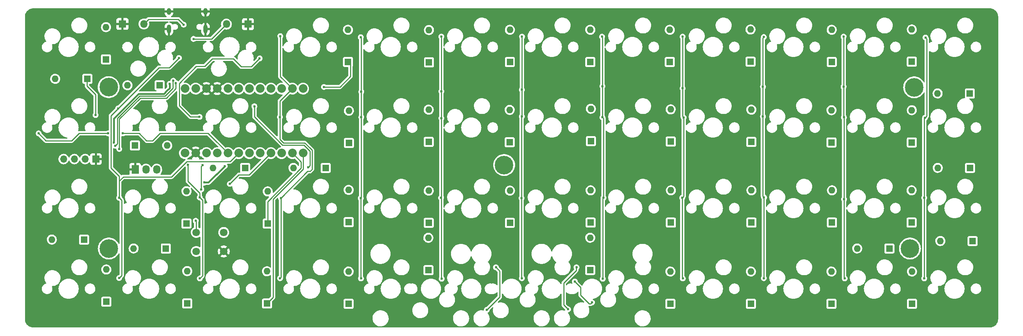
<source format=gbr>
%TF.GenerationSoftware,KiCad,Pcbnew,(6.0.6)*%
%TF.CreationDate,2023-05-08T18:03:41+05:30*%
%TF.ProjectId,Contra,436f6e74-7261-42e6-9b69-6361645f7063,rev?*%
%TF.SameCoordinates,Original*%
%TF.FileFunction,Copper,L1,Top*%
%TF.FilePolarity,Positive*%
%FSLAX46Y46*%
G04 Gerber Fmt 4.6, Leading zero omitted, Abs format (unit mm)*
G04 Created by KiCad (PCBNEW (6.0.6)) date 2023-05-08 18:03:41*
%MOMM*%
%LPD*%
G01*
G04 APERTURE LIST*
%TA.AperFunction,ComponentPad*%
%ADD10C,0.700000*%
%TD*%
%TA.AperFunction,ComponentPad*%
%ADD11C,4.400000*%
%TD*%
%TA.AperFunction,ComponentPad*%
%ADD12R,1.730000X2.030000*%
%TD*%
%TA.AperFunction,ComponentPad*%
%ADD13O,1.730000X2.030000*%
%TD*%
%TA.AperFunction,ComponentPad*%
%ADD14C,2.032000*%
%TD*%
%TA.AperFunction,ComponentPad*%
%ADD15R,1.600000X1.600000*%
%TD*%
%TA.AperFunction,ComponentPad*%
%ADD16O,1.600000X1.600000*%
%TD*%
%TA.AperFunction,ComponentPad*%
%ADD17C,1.800000*%
%TD*%
%TA.AperFunction,ComponentPad*%
%ADD18R,1.700000X1.700000*%
%TD*%
%TA.AperFunction,ComponentPad*%
%ADD19O,1.700000X1.700000*%
%TD*%
%TA.AperFunction,ComponentPad*%
%ADD20O,1.000000X2.100000*%
%TD*%
%TA.AperFunction,ComponentPad*%
%ADD21O,1.000000X1.600000*%
%TD*%
%TA.AperFunction,ComponentPad*%
%ADD22R,1.800000X1.800000*%
%TD*%
%TA.AperFunction,ComponentPad*%
%ADD23O,1.800000X1.800000*%
%TD*%
%TA.AperFunction,ViaPad*%
%ADD24C,0.600000*%
%TD*%
%TA.AperFunction,Conductor*%
%ADD25C,0.250000*%
%TD*%
%TA.AperFunction,Conductor*%
%ADD26C,0.381000*%
%TD*%
G04 APERTURE END LIST*
D10*
%TO.P,REF\u002A\u002A,1*%
%TO.N,N/C*%
X237108200Y-87381200D03*
X238274926Y-86897926D03*
X238758200Y-85731200D03*
X235941474Y-84564474D03*
X237108200Y-84081200D03*
D11*
X237108200Y-85731200D03*
D10*
X235941474Y-86897926D03*
X235458200Y-85731200D03*
X238274926Y-84564474D03*
%TD*%
%TO.P,REF\u002A\u002A,1*%
%TO.N,N/C*%
X238118200Y-45981200D03*
X238118200Y-49281200D03*
X236951474Y-48797926D03*
X239768200Y-47631200D03*
X236468200Y-47631200D03*
X239284926Y-46464474D03*
D11*
X238118200Y-47631200D03*
D10*
X239284926Y-48797926D03*
X236951474Y-46464474D03*
%TD*%
%TO.P,REF\u002A\u002A,1*%
%TO.N,N/C*%
X139951474Y-64824474D03*
X142284926Y-67157926D03*
X142284926Y-64824474D03*
X141118200Y-64341200D03*
X139951474Y-67157926D03*
X141118200Y-67641200D03*
X142768200Y-65991200D03*
X139468200Y-65991200D03*
D11*
X141118200Y-65991200D03*
%TD*%
D10*
%TO.P,REF\u002A\u002A,1*%
%TO.N,N/C*%
X46421474Y-48767926D03*
X49238200Y-47601200D03*
X45938200Y-47601200D03*
D11*
X47588200Y-47601200D03*
D10*
X47588200Y-49251200D03*
X47588200Y-45951200D03*
X48754926Y-48767926D03*
X46421474Y-46434474D03*
X48754926Y-46434474D03*
%TD*%
%TO.P,REF\u002A\u002A,1*%
%TO.N,N/C*%
X46451474Y-84564474D03*
D11*
X47618200Y-85731200D03*
D10*
X45968200Y-85731200D03*
X48784926Y-84564474D03*
X49268200Y-85731200D03*
X48784926Y-86897926D03*
X47618200Y-84081200D03*
X46451474Y-86897926D03*
X47618200Y-87381200D03*
%TD*%
D12*
%TO.P,J3,1,Pin_1*%
%TO.N,GND*%
X53868200Y-67071200D03*
D13*
%TO.P,J3,2,Pin_2*%
%TO.N,PIN15*%
X56408200Y-67071200D03*
%TO.P,J3,3,Pin_3*%
%TO.N,+5V*%
X58948200Y-67071200D03*
%TD*%
D14*
%TO.P,U1,1,1*%
%TO.N,COL11*%
X65623440Y-47934880D03*
%TO.P,U1,2,0*%
%TO.N,COL10*%
X68163440Y-47934880D03*
%TO.P,U1,3,GND*%
%TO.N,GND*%
X70703440Y-47934880D03*
%TO.P,U1,4,GND*%
X73243440Y-47934880D03*
%TO.P,U1,5,2*%
%TO.N,COL9*%
X75783440Y-47934880D03*
%TO.P,U1,6,3*%
%TO.N,COL8*%
X78323440Y-47934880D03*
%TO.P,U1,7,4*%
%TO.N,COL7*%
X80863440Y-47934880D03*
%TO.P,U1,8,5*%
%TO.N,COL6*%
X83403440Y-47934880D03*
%TO.P,U1,9,6*%
%TO.N,COL5*%
X85943440Y-47934880D03*
%TO.P,U1,10,7*%
%TO.N,COL4*%
X88483440Y-47934880D03*
%TO.P,U1,11,8*%
%TO.N,COL3*%
X91023440Y-47934880D03*
%TO.P,U1,12,9*%
%TO.N,COL2*%
X93563440Y-47934880D03*
%TO.P,U1,13,10*%
%TO.N,ROW3*%
X93563440Y-63174880D03*
%TO.P,U1,14,16*%
%TO.N,ROW2*%
X91023440Y-63174880D03*
%TO.P,U1,15,14*%
%TO.N,ROW1*%
X88483440Y-63174880D03*
%TO.P,U1,16,15*%
%TO.N,PIN15*%
X85943440Y-63174880D03*
%TO.P,U1,17,18*%
%TO.N,PIN18*%
X83403440Y-63174880D03*
%TO.P,U1,18,19*%
%TO.N,ROW0*%
X80863440Y-63174880D03*
%TO.P,U1,19,20*%
%TO.N,COL1*%
X78323440Y-63174880D03*
%TO.P,U1,20,21*%
%TO.N,COL0*%
X75783440Y-63174880D03*
%TO.P,U1,21,5V*%
%TO.N,+5V*%
X73243440Y-63174880D03*
%TO.P,U1,22,RST*%
%TO.N,Net-(SW1-Pad1)*%
X70703440Y-63174880D03*
%TO.P,U1,23,GND*%
%TO.N,GND*%
X68163440Y-63174880D03*
%TO.P,U1,24,RAW*%
%TO.N,unconnected-(U1-Pad24)*%
X65623440Y-63174880D03*
%TD*%
D15*
%TO.P,D1,1,K*%
%TO.N,ROW0*%
X46958200Y-41016200D03*
D16*
%TO.P,D1,2,A*%
%TO.N,Net-(D1-Pad2)*%
X46958200Y-33396200D03*
%TD*%
D15*
%TO.P,D2,1,K*%
%TO.N,ROW0*%
X59653200Y-47151200D03*
D16*
%TO.P,D2,2,A*%
%TO.N,Net-(D2-Pad2)*%
X52033200Y-47151200D03*
%TD*%
D15*
%TO.P,D3,1,K*%
%TO.N,ROW0*%
X79851250Y-66675000D03*
D16*
%TO.P,D3,2,A*%
%TO.N,Net-(D3-Pad2)*%
X72231250Y-66675000D03*
%TD*%
D15*
%TO.P,D4,1,K*%
%TO.N,ROW0*%
X104198200Y-41646200D03*
D16*
%TO.P,D4,2,A*%
%TO.N,Net-(D4-Pad2)*%
X104198200Y-34026200D03*
%TD*%
D15*
%TO.P,D5,1,K*%
%TO.N,ROW0*%
X123348200Y-41706200D03*
D16*
%TO.P,D5,2,A*%
%TO.N,Net-(D5-Pad2)*%
X123348200Y-34086200D03*
%TD*%
D15*
%TO.P,D6,1,K*%
%TO.N,ROW0*%
X142488200Y-41646200D03*
D16*
%TO.P,D6,2,A*%
%TO.N,Net-(D6-Pad2)*%
X142488200Y-34026200D03*
%TD*%
D15*
%TO.P,D7,1,K*%
%TO.N,ROW0*%
X161508200Y-41646200D03*
D16*
%TO.P,D7,2,A*%
%TO.N,Net-(D7-Pad2)*%
X161508200Y-34026200D03*
%TD*%
D15*
%TO.P,D8,1,K*%
%TO.N,ROW0*%
X180318200Y-41646200D03*
D16*
%TO.P,D8,2,A*%
%TO.N,Net-(D8-Pad2)*%
X180318200Y-34026200D03*
%TD*%
D15*
%TO.P,D9,1,K*%
%TO.N,ROW0*%
X199398200Y-41576200D03*
D16*
%TO.P,D9,2,A*%
%TO.N,Net-(D9-Pad2)*%
X199398200Y-33956200D03*
%TD*%
D15*
%TO.P,D10,1,K*%
%TO.N,ROW0*%
X218608200Y-41646200D03*
D16*
%TO.P,D10,2,A*%
%TO.N,Net-(D10-Pad2)*%
X218608200Y-34026200D03*
%TD*%
D15*
%TO.P,D11,1,K*%
%TO.N,ROW0*%
X237558200Y-41576200D03*
D16*
%TO.P,D11,2,A*%
%TO.N,Net-(D11-Pad2)*%
X237558200Y-33956200D03*
%TD*%
D15*
%TO.P,D12,1,K*%
%TO.N,ROW0*%
X251279660Y-49075340D03*
D16*
%TO.P,D12,2,A*%
%TO.N,Net-(D12-Pad2)*%
X243659660Y-49075340D03*
%TD*%
D15*
%TO.P,D13,1,K*%
%TO.N,ROW1*%
X42563200Y-45621200D03*
D16*
%TO.P,D13,2,A*%
%TO.N,Net-(D13-Pad2)*%
X34943200Y-45621200D03*
%TD*%
D15*
%TO.P,D14,1,K*%
%TO.N,ROW1*%
X53813200Y-61391200D03*
D16*
%TO.P,D14,2,A*%
%TO.N,Net-(D14-Pad2)*%
X61433200Y-61391200D03*
%TD*%
D15*
%TO.P,D15,1,K*%
%TO.N,ROW1*%
X98901250Y-66675000D03*
D16*
%TO.P,D15,2,A*%
%TO.N,Net-(D15-Pad2)*%
X91281250Y-66675000D03*
%TD*%
D15*
%TO.P,D16,1,K*%
%TO.N,ROW1*%
X104398200Y-60786200D03*
D16*
%TO.P,D16,2,A*%
%TO.N,Net-(D16-Pad2)*%
X104398200Y-53166200D03*
%TD*%
D15*
%TO.P,D17,1,K*%
%TO.N,ROW1*%
X123278200Y-60526200D03*
D16*
%TO.P,D17,2,A*%
%TO.N,Net-(D17-Pad2)*%
X123278200Y-52906200D03*
%TD*%
D15*
%TO.P,D18,1,K*%
%TO.N,ROW1*%
X142428200Y-60586200D03*
D16*
%TO.P,D18,2,A*%
%TO.N,Net-(D18-Pad2)*%
X142428200Y-52966200D03*
%TD*%
D15*
%TO.P,D19,1,K*%
%TO.N,ROW1*%
X161638200Y-60326200D03*
D16*
%TO.P,D19,2,A*%
%TO.N,Net-(D19-Pad2)*%
X161638200Y-52706200D03*
%TD*%
D15*
%TO.P,D20,1,K*%
%TO.N,ROW1*%
X180518200Y-60456200D03*
D16*
%TO.P,D20,2,A*%
%TO.N,Net-(D20-Pad2)*%
X180518200Y-52836200D03*
%TD*%
D15*
%TO.P,D21,1,K*%
%TO.N,ROW1*%
X199598200Y-60526200D03*
D16*
%TO.P,D21,2,A*%
%TO.N,Net-(D21-Pad2)*%
X199598200Y-52906200D03*
%TD*%
D15*
%TO.P,D22,1,K*%
%TO.N,ROW1*%
X218548200Y-60656200D03*
D16*
%TO.P,D22,2,A*%
%TO.N,Net-(D22-Pad2)*%
X218548200Y-53036200D03*
%TD*%
D15*
%TO.P,D23,1,K*%
%TO.N,ROW1*%
X237558200Y-60656200D03*
D16*
%TO.P,D23,2,A*%
%TO.N,Net-(D23-Pad2)*%
X237558200Y-53036200D03*
%TD*%
D15*
%TO.P,D24,1,K*%
%TO.N,ROW1*%
X251301250Y-66675000D03*
D16*
%TO.P,D24,2,A*%
%TO.N,Net-(D24-Pad2)*%
X243681250Y-66675000D03*
%TD*%
D15*
%TO.P,D25,1,K*%
%TO.N,ROW2*%
X61118750Y-85725000D03*
D16*
%TO.P,D25,2,A*%
%TO.N,Net-(D25-Pad2)*%
X53498750Y-85725000D03*
%TD*%
D15*
%TO.P,D26,1,K*%
%TO.N,ROW2*%
X65988200Y-79806200D03*
D16*
%TO.P,D26,2,A*%
%TO.N,Net-(D26-Pad2)*%
X65988200Y-72186200D03*
%TD*%
D15*
%TO.P,D27,1,K*%
%TO.N,ROW2*%
X85188200Y-79851250D03*
D16*
%TO.P,D27,2,A*%
%TO.N,Net-(D27-Pad2)*%
X85188200Y-72231250D03*
%TD*%
D15*
%TO.P,D28,1,K*%
%TO.N,ROW2*%
X104348200Y-79496200D03*
D16*
%TO.P,D28,2,A*%
%TO.N,Net-(D28-Pad2)*%
X104348200Y-71876200D03*
%TD*%
D15*
%TO.P,D29,1,K*%
%TO.N,ROW2*%
X123278200Y-79666200D03*
D16*
%TO.P,D29,2,A*%
%TO.N,Net-(D29-Pad2)*%
X123278200Y-72046200D03*
%TD*%
D15*
%TO.P,D30,1,K*%
%TO.N,ROW2*%
X142488200Y-79666200D03*
D16*
%TO.P,D30,2,A*%
%TO.N,Net-(D30-Pad2)*%
X142488200Y-72046200D03*
%TD*%
D15*
%TO.P,D31,1,K*%
%TO.N,ROW2*%
X161568200Y-79606200D03*
D16*
%TO.P,D31,2,A*%
%TO.N,Net-(D31-Pad2)*%
X161568200Y-71986200D03*
%TD*%
D15*
%TO.P,D32,1,K*%
%TO.N,ROW2*%
X180578200Y-79606200D03*
D16*
%TO.P,D32,2,A*%
%TO.N,Net-(D32-Pad2)*%
X180578200Y-71986200D03*
%TD*%
D15*
%TO.P,D33,1,K*%
%TO.N,ROW2*%
X199628200Y-79606200D03*
D16*
%TO.P,D33,2,A*%
%TO.N,Net-(D33-Pad2)*%
X199628200Y-71986200D03*
%TD*%
D15*
%TO.P,D34,1,K*%
%TO.N,ROW2*%
X218678200Y-79606200D03*
D16*
%TO.P,D34,2,A*%
%TO.N,Net-(D34-Pad2)*%
X218678200Y-71986200D03*
%TD*%
D15*
%TO.P,D35,1,K*%
%TO.N,ROW2*%
X232251250Y-85725000D03*
D16*
%TO.P,D35,2,A*%
%TO.N,Net-(D35-Pad2)*%
X224631250Y-85725000D03*
%TD*%
D15*
%TO.P,D36,1,K*%
%TO.N,ROW2*%
X237498200Y-79606200D03*
D16*
%TO.P,D36,2,A*%
%TO.N,Net-(D36-Pad2)*%
X237498200Y-71986200D03*
%TD*%
D15*
%TO.P,D37,1,K*%
%TO.N,ROW3*%
X41751250Y-83611200D03*
D16*
%TO.P,D37,2,A*%
%TO.N,Net-(D37-Pad2)*%
X34131250Y-83611200D03*
%TD*%
D15*
%TO.P,D38,1,K*%
%TO.N,ROW3*%
X47018200Y-98316200D03*
D16*
%TO.P,D38,2,A*%
%TO.N,Net-(D38-Pad2)*%
X47018200Y-90696200D03*
%TD*%
D15*
%TO.P,D39,1,K*%
%TO.N,ROW3*%
X66168200Y-98686200D03*
D16*
%TO.P,D39,2,A*%
%TO.N,Net-(D39-Pad2)*%
X66168200Y-91066200D03*
%TD*%
D15*
%TO.P,D40,1,K*%
%TO.N,ROW3*%
X85018200Y-98736200D03*
D16*
%TO.P,D40,2,A*%
%TO.N,Net-(D40-Pad2)*%
X85018200Y-91116200D03*
%TD*%
D15*
%TO.P,D41,1,K*%
%TO.N,ROW3*%
X104328200Y-98786200D03*
D16*
%TO.P,D41,2,A*%
%TO.N,Net-(D41-Pad2)*%
X104328200Y-91166200D03*
%TD*%
D15*
%TO.P,D42,1,K*%
%TO.N,ROW3*%
X123198200Y-90821200D03*
D16*
%TO.P,D42,2,A*%
%TO.N,Net-(D42-Pad2)*%
X123198200Y-83201200D03*
%TD*%
D15*
%TO.P,D43,1,K*%
%TO.N,ROW3*%
X161478200Y-90801200D03*
D16*
%TO.P,D43,2,A*%
%TO.N,Net-(D43-Pad2)*%
X161478200Y-83181200D03*
%TD*%
D15*
%TO.P,D44,1,K*%
%TO.N,ROW3*%
X180438200Y-98786200D03*
D16*
%TO.P,D44,2,A*%
%TO.N,Net-(D44-Pad2)*%
X180438200Y-91166200D03*
%TD*%
D15*
%TO.P,D45,1,K*%
%TO.N,ROW3*%
X199488200Y-98786200D03*
D16*
%TO.P,D45,2,A*%
%TO.N,Net-(D45-Pad2)*%
X199488200Y-91166200D03*
%TD*%
D15*
%TO.P,D46,1,K*%
%TO.N,ROW3*%
X218538200Y-98786200D03*
D16*
%TO.P,D46,2,A*%
%TO.N,Net-(D46-Pad2)*%
X218538200Y-91166200D03*
%TD*%
D15*
%TO.P,D47,1,K*%
%TO.N,ROW3*%
X237588200Y-98786200D03*
D16*
%TO.P,D47,2,A*%
%TO.N,Net-(D47-Pad2)*%
X237588200Y-91166200D03*
%TD*%
D15*
%TO.P,D48,1,K*%
%TO.N,ROW3*%
X251933200Y-83951200D03*
D16*
%TO.P,D48,2,A*%
%TO.N,Net-(D48-Pad2)*%
X244313200Y-83951200D03*
%TD*%
D17*
%TO.P,SW1,1,1*%
%TO.N,Net-(SW1-Pad1)*%
X68298200Y-81921200D03*
%TO.P,SW1,2,2*%
%TO.N,GND*%
X74798200Y-86421200D03*
%TO.P,SW1,3*%
%TO.N,N/C*%
X68298200Y-86421200D03*
%TO.P,SW1,4*%
X74798200Y-81921200D03*
%TD*%
D18*
%TO.P,J1,1,Pin_1*%
%TO.N,GND*%
X44558200Y-64581200D03*
D19*
%TO.P,J1,2,Pin_2*%
%TO.N,data+*%
X42018200Y-64581200D03*
%TO.P,J1,3,Pin_3*%
%TO.N,data-*%
X39478200Y-64581200D03*
%TO.P,J1,4,Pin_4*%
%TO.N,+5V*%
X36938200Y-64581200D03*
%TD*%
D20*
%TO.P,USB-C,S1,SHIELD*%
%TO.N,GND*%
X61831760Y-33864000D03*
X70471760Y-33864000D03*
D21*
X70471760Y-29684000D03*
X61831760Y-29684000D03*
%TD*%
D22*
%TO.P,R3,1*%
%TO.N,GND*%
X50833200Y-32651200D03*
D23*
%TO.P,R3,2*%
%TO.N,Net-(J2-PadA5)*%
X55913200Y-32651200D03*
%TD*%
D22*
%TO.P,R4,1*%
%TO.N,GND*%
X80513200Y-32701200D03*
D23*
%TO.P,R4,2*%
%TO.N,Net-(J2-PadB5)*%
X75433200Y-32701200D03*
%TD*%
D24*
%TO.N,ROW0*%
X98496120Y-47541180D03*
%TO.N,ROW1*%
X44468200Y-54181200D03*
%TO.N,Net-(D15-Pad2)*%
X82038200Y-52101200D03*
X94749620Y-66570860D03*
%TO.N,Net-(D42-Pad2)*%
X139192000Y-90170000D03*
X137028200Y-100221200D03*
%TO.N,Net-(D43-Pad2)*%
X156238200Y-100101200D03*
X158242000Y-90170000D03*
%TO.N,COL0*%
X50948200Y-58511200D03*
X31015000Y-58524400D03*
X47488200Y-58511200D03*
%TO.N,COL1*%
X50048200Y-92711200D03*
X50058200Y-73741200D03*
X64188200Y-40681200D03*
X49823200Y-52606200D03*
%TO.N,COL2*%
X69148200Y-92801200D03*
X69079400Y-54610000D03*
X83298200Y-40791200D03*
X66298200Y-65961200D03*
X69118200Y-73651200D03*
%TO.N,COL3*%
X88338200Y-73801200D03*
X88068200Y-54641200D03*
X88188200Y-35541200D03*
X88128200Y-92761200D03*
%TO.N,COL4*%
X107338200Y-54651200D03*
X107268200Y-92811200D03*
X107198200Y-35771200D03*
X107198200Y-73801200D03*
X107338200Y-48651200D03*
%TO.N,COL5*%
X126218200Y-73731200D03*
X126278200Y-54911200D03*
X126348200Y-92881200D03*
X126278200Y-35641200D03*
X126278200Y-48571200D03*
%TO.N,COL6*%
X157848200Y-93521200D03*
X145228200Y-73801200D03*
X145298200Y-48201200D03*
X161898200Y-98471200D03*
X145298200Y-54521200D03*
X145318200Y-92741200D03*
X145358200Y-35641200D03*
%TO.N,COL7*%
X164378200Y-47361200D03*
X164378200Y-54721200D03*
X164638200Y-73731200D03*
X164438200Y-92881200D03*
X164268200Y-35651200D03*
%TO.N,COL8*%
X183588200Y-54781200D03*
X183348200Y-35651200D03*
X183388200Y-92811200D03*
X183348200Y-47861200D03*
X183258200Y-73731200D03*
%TO.N,COL9*%
X202338200Y-54521200D03*
X202528200Y-35751200D03*
X202538200Y-92741200D03*
X202598200Y-73661200D03*
X202338200Y-47461200D03*
%TO.N,COL10*%
X221408200Y-35651200D03*
X221408200Y-47481200D03*
X221548200Y-74061200D03*
X221488200Y-54721200D03*
X221678200Y-92811200D03*
%TO.N,COL11*%
X240488200Y-92791200D03*
X240688200Y-54831200D03*
X240488200Y-73711200D03*
X240788200Y-35851200D03*
%TO.N,Net-(SW1-Pad1)*%
X69758200Y-66001200D03*
X69498200Y-71741200D03*
X68163200Y-79166200D03*
%TO.N,GND*%
X252201680Y-63939420D03*
X210253580Y-61813440D03*
X89658200Y-66221200D03*
X84714080Y-67190620D03*
X158173420Y-49138840D03*
X85838200Y-69771200D03*
%TO.N,+5V*%
X48798200Y-60651200D03*
X70205600Y-70129400D03*
X75031600Y-66243200D03*
X62008200Y-46801200D03*
%TO.N,PIN15*%
X76225400Y-70459600D03*
%TO.N,data-*%
X49168200Y-61431200D03*
X62883200Y-46076200D03*
%TO.N,data+*%
X63478200Y-46641200D03*
X50088200Y-62191200D03*
%TO.N,Net-(J2-PadB5)*%
X67648200Y-36181200D03*
%TO.N,Net-(J2-PadA5)*%
X65338200Y-32821200D03*
%TD*%
D25*
%TO.N,ROW0*%
X104775000Y-45051980D02*
X104775000Y-41751250D01*
X102285800Y-47541180D02*
X104775000Y-45051980D01*
X98496120Y-47541180D02*
X102285800Y-47541180D01*
%TO.N,ROW1*%
X42448200Y-47341200D02*
X42448200Y-45736200D01*
X42448200Y-45736200D02*
X42563200Y-45621200D01*
X44468200Y-49361200D02*
X42448200Y-47341200D01*
X44468200Y-54181200D02*
X44468200Y-49361200D01*
%TO.N,Net-(D15-Pad2)*%
X95226710Y-66093770D02*
X95226710Y-62690720D01*
X95226710Y-62690720D02*
X93797190Y-61261200D01*
X94749620Y-66570860D02*
X95226710Y-66093770D01*
X88718200Y-61261200D02*
X82038200Y-54581200D01*
X82038200Y-54581200D02*
X82038200Y-52101200D01*
X93797190Y-61261200D02*
X88718200Y-61261200D01*
%TO.N,ROW2*%
X93091000Y-66718400D02*
X85188200Y-74621200D01*
X85188200Y-74621200D02*
X85188200Y-76940000D01*
X93091000Y-66614000D02*
X93091000Y-66718400D01*
X85188200Y-79851250D02*
X85188200Y-76940000D01*
X93091000Y-66614000D02*
X93091000Y-65242440D01*
X93091000Y-65242440D02*
X91023440Y-63174880D01*
%TO.N,ROW3*%
X86468200Y-97286200D02*
X85018200Y-98736200D01*
X93563440Y-63174880D02*
X93563440Y-66935960D01*
X93563440Y-66935960D02*
X86468200Y-74031200D01*
X86468200Y-74031200D02*
X86468200Y-97286200D01*
%TO.N,Net-(D42-Pad2)*%
X140078200Y-91056200D02*
X139192000Y-90170000D01*
X140078200Y-97171200D02*
X140078200Y-91056200D01*
X137028200Y-100221200D02*
X140078200Y-97171200D01*
%TO.N,Net-(D43-Pad2)*%
X155198200Y-99061200D02*
X155198200Y-93861200D01*
X155198200Y-93861200D02*
X158168200Y-90891200D01*
X158168200Y-90243800D02*
X158242000Y-90170000D01*
X156238200Y-100101200D02*
X155198200Y-99061200D01*
X158168200Y-90891200D02*
X158168200Y-90243800D01*
%TO.N,COL0*%
X72859900Y-60251340D02*
X75783440Y-63174880D01*
X50948200Y-58511200D02*
X54808200Y-58511200D01*
X59738200Y-58461200D02*
X71069760Y-58461200D01*
X37268340Y-60251340D02*
X38818060Y-60251340D01*
X71069760Y-58461200D02*
X72859900Y-60251340D01*
X38818060Y-60251340D02*
X40558200Y-58511200D01*
X54808200Y-58511200D02*
X56548340Y-60251340D01*
X38258340Y-60251340D02*
X37268340Y-60251340D01*
X57948060Y-60251340D02*
X59738200Y-58461200D01*
X38258340Y-60251340D02*
X32741940Y-60251340D01*
X57538340Y-60251340D02*
X57948060Y-60251340D01*
X57538340Y-60251340D02*
X56548340Y-60251340D01*
X40558200Y-58511200D02*
X47488200Y-58511200D01*
X32741940Y-60251340D02*
X31015000Y-58524400D01*
%TO.N,COL1*%
X49823200Y-52606200D02*
X59473200Y-42956200D01*
X50068200Y-73641200D02*
X49968200Y-73741200D01*
X51058200Y-68781200D02*
X62458060Y-68781200D01*
X64368060Y-66871200D02*
X66067940Y-65171320D01*
X50658200Y-92101200D02*
X50658200Y-74341200D01*
X49018200Y-53411200D02*
X49823200Y-52606200D01*
X76327000Y-65171320D02*
X78323440Y-63174880D01*
X50068200Y-69771200D02*
X50068200Y-68611200D01*
X62458060Y-68781200D02*
X64368060Y-66871200D01*
X48118200Y-55851200D02*
X48118200Y-54311200D01*
X50658200Y-74341200D02*
X50058200Y-73741200D01*
X59473200Y-42956200D02*
X60483200Y-42956200D01*
X60483200Y-42956200D02*
X61913200Y-42956200D01*
X50048200Y-73821200D02*
X49968200Y-73741200D01*
X61913200Y-42956200D02*
X64188200Y-40681200D01*
X50068200Y-69771200D02*
X51058200Y-68781200D01*
X50068200Y-68611200D02*
X48118200Y-66661200D01*
X48118200Y-66661200D02*
X48118200Y-55851200D01*
X48118200Y-54311200D02*
X49018200Y-53411200D01*
X50048200Y-92711200D02*
X50658200Y-92101200D01*
X50068200Y-69771200D02*
X50068200Y-73641200D01*
X66067940Y-65171320D02*
X76327000Y-65171320D01*
%TO.N,COL2*%
X70279780Y-42679620D02*
X72068200Y-40891200D01*
X69699780Y-42679620D02*
X70279780Y-42679620D01*
X68308458Y-42679620D02*
X69699780Y-42679620D01*
X77088200Y-40891200D02*
X78978200Y-42781200D01*
X78978200Y-42781200D02*
X81308200Y-42781200D01*
X69079400Y-54610000D02*
X66959480Y-54610000D01*
X69148200Y-92801200D02*
X69758200Y-92191200D01*
X64282439Y-46705639D02*
X68308458Y-42679620D01*
X66298200Y-69801200D02*
X66298200Y-65961200D01*
X64809440Y-52459960D02*
X64282439Y-51932959D01*
X72068200Y-40891200D02*
X77088200Y-40891200D01*
X69758200Y-74291200D02*
X69118200Y-73651200D01*
X69758200Y-92191200D02*
X69758200Y-74291200D01*
X64282439Y-51932959D02*
X64282439Y-46705639D01*
X81308200Y-42781200D02*
X83298200Y-40791200D01*
X66959480Y-54610000D02*
X64809440Y-52459960D01*
X69118200Y-72621200D02*
X66298200Y-69801200D01*
X69118200Y-73651200D02*
X69118200Y-72621200D01*
%TO.N,COL3*%
X88338200Y-73801200D02*
X88338200Y-92551200D01*
X88938200Y-60791200D02*
X88068200Y-59921200D01*
X88068200Y-54641200D02*
X88068200Y-50890120D01*
X88068200Y-59921200D02*
X88068200Y-54641200D01*
X88338200Y-73801200D02*
X94638200Y-67501200D01*
X94638200Y-67501200D02*
X95175240Y-67501200D01*
X93963600Y-60791200D02*
X88938200Y-60791200D01*
X95175240Y-67501200D02*
X95676720Y-66999720D01*
X95165900Y-61993500D02*
X93963600Y-60791200D01*
X95676720Y-66999720D02*
X95676720Y-62504320D01*
X91023440Y-47934880D02*
X88188200Y-45099640D01*
X88338200Y-92551200D02*
X88128200Y-92761200D01*
X88188200Y-45099640D02*
X88188200Y-35541200D01*
X88068200Y-50890120D02*
X91023440Y-47934880D01*
X95676720Y-62504320D02*
X95165900Y-61993500D01*
%TO.N,COL4*%
X107338200Y-35911200D02*
X107338200Y-48651200D01*
X107338200Y-48651200D02*
X107338200Y-54651200D01*
X107198200Y-73801200D02*
X107198200Y-92741200D01*
X107338200Y-73661200D02*
X107198200Y-73801200D01*
X107198200Y-35771200D02*
X107338200Y-35911200D01*
X107338200Y-54651200D02*
X107338200Y-73661200D01*
X107198200Y-92741200D02*
X107268200Y-92811200D01*
%TO.N,COL5*%
X126278200Y-35641200D02*
X126278200Y-48571200D01*
X126278200Y-92811200D02*
X126348200Y-92881200D01*
X126278200Y-48571200D02*
X126278200Y-92811200D01*
%TO.N,COL6*%
X145228200Y-54591200D02*
X145298200Y-54521200D01*
X145298200Y-48201200D02*
X145298200Y-54521200D01*
X145228200Y-92651200D02*
X145318200Y-92741200D01*
X145228200Y-73801200D02*
X145228200Y-54591200D01*
X161258200Y-98821200D02*
X161548200Y-98821200D01*
X159238200Y-96801200D02*
X161258200Y-98821200D01*
X159238200Y-94911200D02*
X159238200Y-96801200D01*
X145298200Y-35701200D02*
X145298200Y-48201200D01*
X161548200Y-98821200D02*
X161898200Y-98471200D01*
X145228200Y-73801200D02*
X145228200Y-92651200D01*
X145358200Y-35641200D02*
X145298200Y-35701200D01*
X157848200Y-93521200D02*
X159238200Y-94911200D01*
%TO.N,COL7*%
X164438200Y-73931200D02*
X164638200Y-73731200D01*
X164638200Y-54981200D02*
X164378200Y-54721200D01*
X164378200Y-54721200D02*
X164378200Y-47361200D01*
X164438200Y-92881200D02*
X164438200Y-73931200D01*
X164378200Y-47361200D02*
X164378200Y-35761200D01*
X164378200Y-35761200D02*
X164268200Y-35651200D01*
X164638200Y-73731200D02*
X164638200Y-54981200D01*
%TO.N,COL8*%
X183348200Y-35651200D02*
X183348200Y-47861200D01*
X183588200Y-73401200D02*
X183258200Y-73731200D01*
X183258200Y-73731200D02*
X183258200Y-92681200D01*
X183258200Y-92681200D02*
X183388200Y-92811200D01*
X183588200Y-54781200D02*
X183588200Y-73401200D01*
X183348200Y-47861200D02*
X183348200Y-54541200D01*
X183348200Y-54541200D02*
X183588200Y-54781200D01*
%TO.N,COL9*%
X202338200Y-35941200D02*
X202528200Y-35751200D01*
X202538200Y-92741200D02*
X202538200Y-73721200D01*
X202538200Y-73721200D02*
X202598200Y-73661200D01*
X202338200Y-73401200D02*
X202338200Y-54521200D01*
X202338200Y-54521200D02*
X202338200Y-47461200D01*
X202338200Y-47461200D02*
X202338200Y-35941200D01*
X202598200Y-73661200D02*
X202338200Y-73401200D01*
%TO.N,COL10*%
X221408200Y-47481200D02*
X221408200Y-54641200D01*
X221408200Y-54641200D02*
X221488200Y-54721200D01*
X221548200Y-74061200D02*
X221548200Y-92681200D01*
X221488200Y-74001200D02*
X221548200Y-74061200D01*
X221548200Y-92681200D02*
X221678200Y-92811200D01*
X221488200Y-54721200D02*
X221488200Y-74001200D01*
X221408200Y-35651200D02*
X221408200Y-47481200D01*
%TO.N,COL11*%
X240488200Y-73711200D02*
X240488200Y-92791200D01*
X240688200Y-54831200D02*
X241118200Y-54401200D01*
X240488200Y-73711200D02*
X240488200Y-55031200D01*
X241118200Y-54401200D02*
X241118200Y-36181200D01*
X241118200Y-36181200D02*
X240788200Y-35851200D01*
X240488200Y-55031200D02*
X240688200Y-54831200D01*
%TO.N,Net-(SW1-Pad1)*%
X68163200Y-79166200D02*
X68298200Y-79301200D01*
X69758200Y-66001200D02*
X69498200Y-66261200D01*
X68298200Y-79301200D02*
X68298200Y-81921200D01*
X69498200Y-66261200D02*
X69498200Y-71741200D01*
D26*
%TO.N,+5V*%
X58798200Y-49151200D02*
X56018200Y-49151200D01*
X62008200Y-47801200D02*
X61368200Y-48441200D01*
X56018200Y-49151200D02*
X54658200Y-49151200D01*
X62008200Y-46801200D02*
X62008200Y-47801200D01*
X71145400Y-70129400D02*
X75031600Y-66243200D01*
X70205600Y-70129400D02*
X71145400Y-70129400D01*
X61368200Y-48441200D02*
X60658200Y-49151200D01*
X60658200Y-49151200D02*
X58798200Y-49151200D01*
X48798200Y-55011200D02*
X48798200Y-60651200D01*
X54658200Y-49151200D02*
X48798200Y-55011200D01*
D25*
%TO.N,PIN15*%
X76225400Y-70459600D02*
X78384400Y-68300600D01*
X78384400Y-68300600D02*
X80817720Y-68300600D01*
X80817720Y-68300600D02*
X85943440Y-63174880D01*
%TO.N,data-*%
X62883200Y-46076200D02*
X62788200Y-46171200D01*
X54878200Y-49671200D02*
X49638200Y-54911200D01*
X49638200Y-60961200D02*
X49168200Y-61431200D01*
X62788200Y-46171200D02*
X62788200Y-47811200D01*
X49638200Y-54911200D02*
X49638200Y-60961200D01*
X60928200Y-49671200D02*
X54878200Y-49671200D01*
X62788200Y-47811200D02*
X60928200Y-49671200D01*
%TO.N,data+*%
X55038200Y-50181200D02*
X58488200Y-50181200D01*
X63478200Y-46641200D02*
X63478200Y-47911200D01*
X50088200Y-55131200D02*
X55038200Y-50181200D01*
X50088200Y-62191200D02*
X50088200Y-55131200D01*
X61208200Y-50181200D02*
X58488200Y-50181200D01*
X63478200Y-47911200D02*
X61208200Y-50181200D01*
%TO.N,Net-(J2-PadB5)*%
X67648200Y-36181200D02*
X71953200Y-36181200D01*
X71953200Y-36181200D02*
X75433200Y-32701200D01*
%TO.N,Net-(J2-PadA5)*%
X57003200Y-31561200D02*
X55913200Y-32651200D01*
X65338200Y-32821200D02*
X64078200Y-31561200D01*
X64078200Y-31561200D02*
X57003200Y-31561200D01*
%TD*%
%TA.AperFunction,Conductor*%
%TO.N,GND*%
G36*
X60805789Y-28976502D02*
G01*
X60852282Y-29030158D01*
X60862386Y-29100432D01*
X60857770Y-29120598D01*
X60842880Y-29167538D01*
X60840330Y-29179532D01*
X60824153Y-29323761D01*
X60823760Y-29330785D01*
X60823760Y-29411885D01*
X60828235Y-29427124D01*
X60829625Y-29428329D01*
X60837308Y-29430000D01*
X62821645Y-29430000D01*
X62836884Y-29425525D01*
X62838089Y-29424135D01*
X62839760Y-29416452D01*
X62839760Y-29337343D01*
X62839459Y-29331195D01*
X62825948Y-29193397D01*
X62823565Y-29181362D01*
X62804712Y-29118918D01*
X62804171Y-29047924D01*
X62842099Y-28987907D01*
X62906453Y-28957923D01*
X62925334Y-28956500D01*
X69377668Y-28956500D01*
X69445789Y-28976502D01*
X69492282Y-29030158D01*
X69502386Y-29100432D01*
X69497770Y-29120598D01*
X69482880Y-29167538D01*
X69480330Y-29179532D01*
X69464153Y-29323761D01*
X69463760Y-29330785D01*
X69463760Y-29411885D01*
X69468235Y-29427124D01*
X69469625Y-29428329D01*
X69477308Y-29430000D01*
X71461645Y-29430000D01*
X71476884Y-29425525D01*
X71478089Y-29424135D01*
X71479760Y-29416452D01*
X71479760Y-29337343D01*
X71479459Y-29331195D01*
X71465948Y-29193397D01*
X71463565Y-29181362D01*
X71444712Y-29118918D01*
X71444171Y-29047924D01*
X71482099Y-28987907D01*
X71546453Y-28957923D01*
X71565334Y-28956500D01*
X255944439Y-28956500D01*
X255964149Y-28958051D01*
X255984379Y-28961255D01*
X255994172Y-28959704D01*
X256000210Y-28959704D01*
X256019661Y-28958813D01*
X256237162Y-28973066D01*
X256253503Y-28975217D01*
X256259964Y-28976502D01*
X256493861Y-29023024D01*
X256509779Y-29027288D01*
X256741849Y-29106063D01*
X256757075Y-29112370D01*
X256976870Y-29220756D01*
X256991144Y-29228997D01*
X257194910Y-29365145D01*
X257207985Y-29375177D01*
X257249843Y-29411885D01*
X257392242Y-29536762D01*
X257403896Y-29548416D01*
X257565479Y-29732660D01*
X257575513Y-29745735D01*
X257582126Y-29755632D01*
X257706976Y-29942475D01*
X257711673Y-29949505D01*
X257719914Y-29963779D01*
X257828308Y-30183571D01*
X257834615Y-30198797D01*
X257913392Y-30430851D01*
X257917659Y-30446772D01*
X257965475Y-30687138D01*
X257967626Y-30703477D01*
X257981865Y-30920640D01*
X257980921Y-30941224D01*
X257980921Y-30946463D01*
X257979370Y-30956258D01*
X257980922Y-30966054D01*
X257982573Y-30976478D01*
X257984125Y-30996192D01*
X257984125Y-102353808D01*
X257982573Y-102373522D01*
X257979370Y-102393742D01*
X257980921Y-102403537D01*
X257980921Y-102409585D01*
X257981812Y-102429026D01*
X257967552Y-102646518D01*
X257965400Y-102662858D01*
X257917587Y-102903206D01*
X257913322Y-102919121D01*
X257860494Y-103074740D01*
X257834548Y-103151170D01*
X257828241Y-103166397D01*
X257719847Y-103386187D01*
X257711606Y-103400460D01*
X257575453Y-103604220D01*
X257565419Y-103617295D01*
X257403843Y-103801531D01*
X257392189Y-103813185D01*
X257332015Y-103865955D01*
X257213813Y-103969613D01*
X257207940Y-103974763D01*
X257194864Y-103984796D01*
X256991109Y-104120936D01*
X256976836Y-104129177D01*
X256757044Y-104237562D01*
X256741817Y-104243869D01*
X256509759Y-104322639D01*
X256493840Y-104326904D01*
X256375961Y-104350350D01*
X256253493Y-104374709D01*
X256237152Y-104376860D01*
X256019326Y-104391134D01*
X256001033Y-104390296D01*
X255994172Y-104390296D01*
X255984379Y-104388745D01*
X255974586Y-104390296D01*
X255964149Y-104391949D01*
X255944439Y-104393500D01*
X29805561Y-104393500D01*
X29785851Y-104391949D01*
X29775414Y-104390296D01*
X29765621Y-104388745D01*
X29755828Y-104390296D01*
X29749790Y-104390296D01*
X29730339Y-104391187D01*
X29512838Y-104376934D01*
X29496497Y-104374783D01*
X29373654Y-104350350D01*
X29256139Y-104326976D01*
X29240221Y-104322712D01*
X29008151Y-104243937D01*
X28992925Y-104237630D01*
X28773130Y-104129244D01*
X28758856Y-104121003D01*
X28656973Y-104052929D01*
X28555089Y-103984854D01*
X28542014Y-103974822D01*
X28531705Y-103965781D01*
X28429019Y-103875731D01*
X28357758Y-103813238D01*
X28346104Y-103801584D01*
X28184521Y-103617340D01*
X28174487Y-103604265D01*
X28085752Y-103471469D01*
X28038326Y-103400493D01*
X28030086Y-103386221D01*
X27997794Y-103320741D01*
X27921692Y-103166429D01*
X27915385Y-103151203D01*
X27836608Y-102919149D01*
X27832341Y-102903228D01*
X27784525Y-102662862D01*
X27782374Y-102646523D01*
X27768135Y-102429360D01*
X27769079Y-102408776D01*
X27769079Y-102403537D01*
X27770630Y-102393742D01*
X27767427Y-102373522D01*
X27765875Y-102353808D01*
X27765875Y-102274546D01*
X109978095Y-102274546D01*
X110004359Y-102549828D01*
X110070087Y-102818435D01*
X110071802Y-102822670D01*
X110071803Y-102822672D01*
X110107703Y-102911304D01*
X110173901Y-103074740D01*
X110275540Y-103248326D01*
X110310280Y-103307657D01*
X110313627Y-103313374D01*
X110486338Y-103529339D01*
X110688416Y-103718109D01*
X110915627Y-103875731D01*
X110927346Y-103881561D01*
X111159125Y-103996870D01*
X111159128Y-103996871D01*
X111163212Y-103998903D01*
X111425985Y-104085044D01*
X111430476Y-104085824D01*
X111430477Y-104085824D01*
X111694659Y-104131694D01*
X111694667Y-104131695D01*
X111698440Y-104132350D01*
X111702277Y-104132541D01*
X111784247Y-104136622D01*
X111784255Y-104136622D01*
X111785818Y-104136700D01*
X111958447Y-104136700D01*
X111960715Y-104136535D01*
X111960727Y-104136535D01*
X112094251Y-104126846D01*
X112164007Y-104121785D01*
X112168462Y-104120801D01*
X112168465Y-104120801D01*
X112429579Y-104063152D01*
X112429582Y-104063151D01*
X112434035Y-104062168D01*
X112692630Y-103964196D01*
X112841401Y-103881561D01*
X112930380Y-103832137D01*
X112930381Y-103832137D01*
X112934373Y-103829919D01*
X113075901Y-103721909D01*
X113150575Y-103664920D01*
X113150579Y-103664916D01*
X113154200Y-103662153D01*
X113198008Y-103617340D01*
X113344320Y-103467669D01*
X113347506Y-103464410D01*
X113510243Y-103240833D01*
X113639000Y-102996106D01*
X113731081Y-102735355D01*
X113784556Y-102464043D01*
X113788056Y-102393742D01*
X113793801Y-102278346D01*
X129026895Y-102278346D01*
X129053159Y-102553628D01*
X129054243Y-102558058D01*
X129054244Y-102558064D01*
X129089850Y-102703570D01*
X129118887Y-102822235D01*
X129120602Y-102826470D01*
X129120603Y-102826472D01*
X129154972Y-102911324D01*
X129222701Y-103078540D01*
X129322115Y-103248326D01*
X129356855Y-103307657D01*
X129362427Y-103317174D01*
X129535138Y-103533139D01*
X129737216Y-103721909D01*
X129964427Y-103879531D01*
X130091618Y-103942807D01*
X130207925Y-104000670D01*
X130207928Y-104000671D01*
X130212012Y-104002703D01*
X130474785Y-104088844D01*
X130479276Y-104089624D01*
X130479277Y-104089624D01*
X130743459Y-104135494D01*
X130743467Y-104135495D01*
X130747240Y-104136150D01*
X130756721Y-104136622D01*
X130833047Y-104140422D01*
X130833055Y-104140422D01*
X130834618Y-104140500D01*
X131007247Y-104140500D01*
X131009515Y-104140335D01*
X131009527Y-104140335D01*
X131143051Y-104130646D01*
X131212807Y-104125585D01*
X131217262Y-104124601D01*
X131217265Y-104124601D01*
X131478379Y-104066952D01*
X131478382Y-104066951D01*
X131482835Y-104065968D01*
X131741430Y-103967996D01*
X131748272Y-103964196D01*
X131979180Y-103835937D01*
X131979181Y-103835937D01*
X131983173Y-103833719D01*
X132037524Y-103792240D01*
X132199375Y-103668720D01*
X132199379Y-103668716D01*
X132203000Y-103665953D01*
X132396306Y-103468210D01*
X132559043Y-103244633D01*
X132687800Y-102999906D01*
X132779881Y-102739155D01*
X132833356Y-102467843D01*
X132835272Y-102429360D01*
X132842979Y-102274546D01*
X133854095Y-102274546D01*
X133880359Y-102549828D01*
X133946087Y-102818435D01*
X133947802Y-102822670D01*
X133947803Y-102822672D01*
X133983703Y-102911304D01*
X134049901Y-103074740D01*
X134151540Y-103248326D01*
X134186280Y-103307657D01*
X134189627Y-103313374D01*
X134362338Y-103529339D01*
X134564416Y-103718109D01*
X134791627Y-103875731D01*
X134803346Y-103881561D01*
X135035125Y-103996870D01*
X135035128Y-103996871D01*
X135039212Y-103998903D01*
X135301985Y-104085044D01*
X135306476Y-104085824D01*
X135306477Y-104085824D01*
X135570659Y-104131694D01*
X135570667Y-104131695D01*
X135574440Y-104132350D01*
X135578277Y-104132541D01*
X135660247Y-104136622D01*
X135660255Y-104136622D01*
X135661818Y-104136700D01*
X135834447Y-104136700D01*
X135836715Y-104136535D01*
X135836727Y-104136535D01*
X135970251Y-104126846D01*
X136040007Y-104121785D01*
X136044462Y-104120801D01*
X136044465Y-104120801D01*
X136305579Y-104063152D01*
X136305582Y-104063151D01*
X136310035Y-104062168D01*
X136568630Y-103964196D01*
X136717401Y-103881561D01*
X136806380Y-103832137D01*
X136806381Y-103832137D01*
X136810373Y-103829919D01*
X136951901Y-103721909D01*
X137026575Y-103664920D01*
X137026579Y-103664916D01*
X137030200Y-103662153D01*
X137074008Y-103617340D01*
X137220320Y-103467669D01*
X137223506Y-103464410D01*
X137386243Y-103240833D01*
X137515000Y-102996106D01*
X137607081Y-102735355D01*
X137660556Y-102464043D01*
X137664056Y-102393742D01*
X137669990Y-102274546D01*
X148082095Y-102274546D01*
X148108359Y-102549828D01*
X148174087Y-102818435D01*
X148175802Y-102822670D01*
X148175803Y-102822672D01*
X148211703Y-102911304D01*
X148277901Y-103074740D01*
X148379540Y-103248326D01*
X148414280Y-103307657D01*
X148417627Y-103313374D01*
X148590338Y-103529339D01*
X148792416Y-103718109D01*
X149019627Y-103875731D01*
X149031346Y-103881561D01*
X149263125Y-103996870D01*
X149263128Y-103996871D01*
X149267212Y-103998903D01*
X149529985Y-104085044D01*
X149534476Y-104085824D01*
X149534477Y-104085824D01*
X149798659Y-104131694D01*
X149798667Y-104131695D01*
X149802440Y-104132350D01*
X149806277Y-104132541D01*
X149888247Y-104136622D01*
X149888255Y-104136622D01*
X149889818Y-104136700D01*
X150062447Y-104136700D01*
X150064715Y-104136535D01*
X150064727Y-104136535D01*
X150198251Y-104126846D01*
X150268007Y-104121785D01*
X150272462Y-104120801D01*
X150272465Y-104120801D01*
X150533579Y-104063152D01*
X150533582Y-104063151D01*
X150538035Y-104062168D01*
X150796630Y-103964196D01*
X150945401Y-103881561D01*
X151034380Y-103832137D01*
X151034381Y-103832137D01*
X151038373Y-103829919D01*
X151179901Y-103721909D01*
X151254575Y-103664920D01*
X151254579Y-103664916D01*
X151258200Y-103662153D01*
X151302008Y-103617340D01*
X151448320Y-103467669D01*
X151451506Y-103464410D01*
X151614243Y-103240833D01*
X151743000Y-102996106D01*
X151835081Y-102735355D01*
X151888556Y-102464043D01*
X151892056Y-102393742D01*
X151902078Y-102192423D01*
X151902078Y-102192417D01*
X151902305Y-102187854D01*
X151876041Y-101912572D01*
X151874136Y-101904783D01*
X151811399Y-101648404D01*
X151810313Y-101643965D01*
X151797004Y-101611105D01*
X151708212Y-101391889D01*
X151708212Y-101391888D01*
X151706499Y-101387660D01*
X151566773Y-101149026D01*
X151394062Y-100933061D01*
X151191984Y-100744291D01*
X150964773Y-100586669D01*
X150786952Y-100498204D01*
X150721275Y-100465530D01*
X150721272Y-100465529D01*
X150717188Y-100463497D01*
X150454415Y-100377356D01*
X150435484Y-100374069D01*
X150185741Y-100330706D01*
X150185733Y-100330705D01*
X150181960Y-100330050D01*
X150170912Y-100329500D01*
X150096153Y-100325778D01*
X150096145Y-100325778D01*
X150094582Y-100325700D01*
X149921953Y-100325700D01*
X149919685Y-100325865D01*
X149919673Y-100325865D01*
X149799347Y-100334596D01*
X149716393Y-100340615D01*
X149711938Y-100341599D01*
X149711935Y-100341599D01*
X149450821Y-100399248D01*
X149450818Y-100399249D01*
X149446365Y-100400232D01*
X149187770Y-100498204D01*
X149183784Y-100500418D01*
X149183782Y-100500419D01*
X149065794Y-100565956D01*
X148946027Y-100632481D01*
X148941048Y-100636281D01*
X148729825Y-100797480D01*
X148729821Y-100797484D01*
X148726200Y-100800247D01*
X148532894Y-100997990D01*
X148370157Y-101221567D01*
X148241400Y-101466294D01*
X148149319Y-101727045D01*
X148135536Y-101796977D01*
X148104223Y-101955847D01*
X148095844Y-101998357D01*
X148095617Y-102002910D01*
X148095617Y-102002913D01*
X148085234Y-102211500D01*
X148082095Y-102274546D01*
X137669990Y-102274546D01*
X137674078Y-102192423D01*
X137674078Y-102192417D01*
X137674305Y-102187854D01*
X137648041Y-101912572D01*
X137646136Y-101904783D01*
X137583399Y-101648404D01*
X137582313Y-101643965D01*
X137569004Y-101611105D01*
X137480212Y-101391889D01*
X137480212Y-101391888D01*
X137478499Y-101387660D01*
X137338773Y-101149026D01*
X137335925Y-101145464D01*
X137335921Y-101145459D01*
X137291019Y-101089313D01*
X137252705Y-101041403D01*
X137225782Y-100975712D01*
X137238648Y-100905891D01*
X137287219Y-100854109D01*
X137294495Y-100850145D01*
X137401323Y-100796417D01*
X137401326Y-100796415D01*
X137408106Y-100793005D01*
X137413877Y-100788076D01*
X137413880Y-100788074D01*
X137527762Y-100690809D01*
X137527763Y-100690808D01*
X137533534Y-100685879D01*
X137629789Y-100551926D01*
X137691313Y-100398881D01*
X137706048Y-100295345D01*
X137735449Y-100230722D01*
X137741696Y-100224003D01*
X138330830Y-99634869D01*
X138393142Y-99600843D01*
X138463957Y-99605908D01*
X138520793Y-99648455D01*
X138545604Y-99714975D01*
X138538735Y-99765919D01*
X138515331Y-99832195D01*
X138500337Y-99908267D01*
X138478328Y-100019934D01*
X138462529Y-100100089D01*
X138462302Y-100104642D01*
X138462302Y-100104645D01*
X138449370Y-100364431D01*
X138448953Y-100372800D01*
X138474886Y-100644615D01*
X138475970Y-100649045D01*
X138475971Y-100649051D01*
X138500383Y-100748814D01*
X138539786Y-100909838D01*
X138541501Y-100914073D01*
X138541502Y-100914075D01*
X138638206Y-101152826D01*
X138642292Y-101162915D01*
X138644596Y-101166850D01*
X138644599Y-101166856D01*
X138733729Y-101319077D01*
X138780259Y-101398544D01*
X138950794Y-101611788D01*
X139150327Y-101798181D01*
X139374677Y-101953818D01*
X139473361Y-102002913D01*
X139615056Y-102073406D01*
X139615059Y-102073407D01*
X139619143Y-102075439D01*
X139878606Y-102160495D01*
X139883097Y-102161275D01*
X139883098Y-102161275D01*
X140143849Y-102206549D01*
X140143857Y-102206550D01*
X140147630Y-102207205D01*
X140151467Y-102207396D01*
X140232332Y-102211422D01*
X140232340Y-102211422D01*
X140233903Y-102211500D01*
X140404365Y-102211500D01*
X140406633Y-102211335D01*
X140406645Y-102211335D01*
X140538185Y-102201790D01*
X140607333Y-102196773D01*
X140611788Y-102195789D01*
X140611791Y-102195789D01*
X140869501Y-102138892D01*
X140869505Y-102138891D01*
X140873961Y-102137907D01*
X141001629Y-102089538D01*
X141125028Y-102042786D01*
X141125031Y-102042785D01*
X141129298Y-102041168D01*
X141298073Y-101947422D01*
X141364003Y-101910801D01*
X141364004Y-101910800D01*
X141367996Y-101908583D01*
X141509257Y-101800777D01*
X141581430Y-101745697D01*
X141581434Y-101745693D01*
X141585055Y-101742930D01*
X141592488Y-101735327D01*
X141716740Y-101608222D01*
X141775926Y-101547677D01*
X141835163Y-101466294D01*
X141933927Y-101330607D01*
X141933931Y-101330601D01*
X141936613Y-101326916D01*
X142063749Y-101085272D01*
X142154669Y-100827805D01*
X142186152Y-100668074D01*
X142206590Y-100564383D01*
X142206591Y-100564377D01*
X142207471Y-100559911D01*
X142207887Y-100551555D01*
X142220820Y-100291769D01*
X142220820Y-100291763D01*
X142221047Y-100287200D01*
X142195114Y-100015385D01*
X142183446Y-99967700D01*
X142138285Y-99783145D01*
X142130214Y-99750162D01*
X142110708Y-99702003D01*
X142029423Y-99501318D01*
X142029420Y-99501313D01*
X142027708Y-99497085D01*
X142025404Y-99493150D01*
X142025401Y-99493144D01*
X141892047Y-99265394D01*
X141892046Y-99265392D01*
X141889741Y-99261456D01*
X141753274Y-99090812D01*
X141722058Y-99051778D01*
X141722056Y-99051776D01*
X141719206Y-99048212D01*
X141519673Y-98861819D01*
X141514611Y-98858307D01*
X141299065Y-98708778D01*
X141299066Y-98708778D01*
X141295323Y-98706182D01*
X141135873Y-98626856D01*
X141054944Y-98586594D01*
X141054941Y-98586593D01*
X141050857Y-98584561D01*
X140791394Y-98499505D01*
X140786902Y-98498725D01*
X140526151Y-98453451D01*
X140526143Y-98453450D01*
X140522370Y-98452795D01*
X140511341Y-98452246D01*
X140437668Y-98448578D01*
X140437660Y-98448578D01*
X140436097Y-98448500D01*
X140265635Y-98448500D01*
X140263367Y-98448665D01*
X140263355Y-98448665D01*
X140131815Y-98458210D01*
X140062667Y-98463227D01*
X140058212Y-98464211D01*
X140058209Y-98464211D01*
X139800499Y-98521108D01*
X139800495Y-98521109D01*
X139796039Y-98522093D01*
X139791772Y-98523710D01*
X139791764Y-98523712D01*
X139777081Y-98529275D01*
X139706292Y-98534705D01*
X139643805Y-98501001D01*
X139609460Y-98438865D01*
X139614160Y-98368024D01*
X139643346Y-98322353D01*
X140132899Y-97832800D01*
X144798953Y-97832800D01*
X144824886Y-98104615D01*
X144825970Y-98109045D01*
X144825971Y-98109051D01*
X144835230Y-98146887D01*
X144889786Y-98369838D01*
X144891501Y-98374073D01*
X144891502Y-98374075D01*
X144988444Y-98613414D01*
X144992292Y-98622915D01*
X144994596Y-98626850D01*
X144994599Y-98626856D01*
X145127953Y-98854606D01*
X145130259Y-98858544D01*
X145300794Y-99071788D01*
X145500327Y-99258181D01*
X145504068Y-99260776D01*
X145504069Y-99260777D01*
X145521706Y-99273012D01*
X145724677Y-99413818D01*
X145830955Y-99466691D01*
X145965056Y-99533406D01*
X145965059Y-99533407D01*
X145969143Y-99535439D01*
X146228606Y-99620495D01*
X146233097Y-99621275D01*
X146233098Y-99621275D01*
X146493849Y-99666549D01*
X146493857Y-99666550D01*
X146497630Y-99667205D01*
X146501467Y-99667396D01*
X146582332Y-99671422D01*
X146582340Y-99671422D01*
X146583903Y-99671500D01*
X146754365Y-99671500D01*
X146756633Y-99671335D01*
X146756645Y-99671335D01*
X146888185Y-99661790D01*
X146957333Y-99656773D01*
X146961788Y-99655789D01*
X146961791Y-99655789D01*
X147219501Y-99598892D01*
X147219505Y-99598891D01*
X147223961Y-99597907D01*
X147374116Y-99541018D01*
X147475028Y-99502786D01*
X147475031Y-99502785D01*
X147479298Y-99501168D01*
X147657172Y-99402368D01*
X147714003Y-99370801D01*
X147714004Y-99370800D01*
X147717996Y-99368583D01*
X147817260Y-99292828D01*
X147931430Y-99205697D01*
X147931434Y-99205693D01*
X147935055Y-99202930D01*
X147984256Y-99152600D01*
X148066740Y-99068222D01*
X148125926Y-99007677D01*
X148194643Y-98913270D01*
X148283927Y-98790607D01*
X148283931Y-98790601D01*
X148286613Y-98786916D01*
X148377125Y-98614882D01*
X148411623Y-98549313D01*
X148411623Y-98549312D01*
X148413749Y-98545272D01*
X148504669Y-98287805D01*
X148533263Y-98142734D01*
X148556590Y-98024383D01*
X148556591Y-98024377D01*
X148557471Y-98019911D01*
X148562817Y-97912530D01*
X148570820Y-97751769D01*
X148570820Y-97751763D01*
X148571047Y-97747200D01*
X148545114Y-97475385D01*
X148541073Y-97458867D01*
X148495377Y-97272128D01*
X148480214Y-97210162D01*
X148454120Y-97145738D01*
X148379423Y-96961318D01*
X148379420Y-96961313D01*
X148377708Y-96957085D01*
X148375404Y-96953150D01*
X148375401Y-96953144D01*
X148242047Y-96725394D01*
X148242046Y-96725392D01*
X148239741Y-96721456D01*
X148197621Y-96668787D01*
X148170697Y-96603094D01*
X148183564Y-96533273D01*
X148232136Y-96481492D01*
X148262774Y-96468560D01*
X148394751Y-96432455D01*
X148399809Y-96430043D01*
X148399813Y-96430041D01*
X148512757Y-96376169D01*
X148597196Y-96335894D01*
X148779342Y-96205009D01*
X148935431Y-96043937D01*
X148999550Y-95948518D01*
X149057404Y-95862423D01*
X149057407Y-95862417D01*
X149060530Y-95857770D01*
X149150685Y-95652392D01*
X149203045Y-95434295D01*
X149211386Y-95289627D01*
X149213671Y-95250000D01*
X150019503Y-95250000D01*
X150019773Y-95254119D01*
X150031691Y-95435952D01*
X150039868Y-95560717D01*
X150040672Y-95564757D01*
X150040672Y-95564760D01*
X150099055Y-95858268D01*
X150100616Y-95866118D01*
X150101942Y-95870024D01*
X150101943Y-95870028D01*
X150198094Y-96153277D01*
X150200708Y-96160977D01*
X150202529Y-96164670D01*
X150202530Y-96164672D01*
X150336556Y-96436449D01*
X150338429Y-96440248D01*
X150511425Y-96699155D01*
X150628873Y-96833079D01*
X150713402Y-96929466D01*
X150716734Y-96933266D01*
X150950845Y-97138575D01*
X151209752Y-97311571D01*
X151213451Y-97313395D01*
X151213456Y-97313398D01*
X151478160Y-97443935D01*
X151489023Y-97449292D01*
X151492921Y-97450615D01*
X151492923Y-97450616D01*
X151779972Y-97548057D01*
X151779976Y-97548058D01*
X151783882Y-97549384D01*
X151787926Y-97550188D01*
X151787932Y-97550190D01*
X152085240Y-97609328D01*
X152085243Y-97609328D01*
X152089283Y-97610132D01*
X152093394Y-97610401D01*
X152093398Y-97610402D01*
X152320184Y-97625266D01*
X152320193Y-97625266D01*
X152322233Y-97625400D01*
X152477767Y-97625400D01*
X152479807Y-97625266D01*
X152479816Y-97625266D01*
X152706602Y-97610402D01*
X152706606Y-97610401D01*
X152710717Y-97610132D01*
X152714757Y-97609328D01*
X152714760Y-97609328D01*
X153012068Y-97550190D01*
X153012074Y-97550188D01*
X153016118Y-97549384D01*
X153020024Y-97548058D01*
X153020028Y-97548057D01*
X153307077Y-97450616D01*
X153307079Y-97450615D01*
X153310977Y-97449292D01*
X153321840Y-97443935D01*
X153586544Y-97313398D01*
X153586549Y-97313395D01*
X153590248Y-97311571D01*
X153849155Y-97138575D01*
X154083266Y-96933266D01*
X154086599Y-96929466D01*
X154171127Y-96833079D01*
X154288575Y-96699155D01*
X154452427Y-96453934D01*
X154460935Y-96441201D01*
X154515412Y-96395673D01*
X154585855Y-96386825D01*
X154649899Y-96417467D01*
X154687211Y-96477868D01*
X154691700Y-96511203D01*
X154691700Y-98990357D01*
X154690352Y-99002421D01*
X154690842Y-99002460D01*
X154690122Y-99011406D01*
X154688141Y-99020162D01*
X154688697Y-99029122D01*
X154691458Y-99073632D01*
X154691700Y-99081433D01*
X154691700Y-99097566D01*
X154692336Y-99102007D01*
X154692336Y-99102009D01*
X154693176Y-99107877D01*
X154694205Y-99117926D01*
X154697124Y-99164968D01*
X154700174Y-99173415D01*
X154700816Y-99176517D01*
X154704901Y-99192902D01*
X154705788Y-99195935D01*
X154707060Y-99204819D01*
X154710774Y-99212986D01*
X154710774Y-99212988D01*
X154726572Y-99247733D01*
X154730385Y-99257101D01*
X154746388Y-99301432D01*
X154751679Y-99308675D01*
X154753145Y-99311432D01*
X154761706Y-99326082D01*
X154763396Y-99328724D01*
X154767110Y-99336893D01*
X154772969Y-99343693D01*
X154772971Y-99343696D01*
X154797882Y-99372607D01*
X154804160Y-99380512D01*
X154812151Y-99391450D01*
X154823069Y-99402368D01*
X154829427Y-99409215D01*
X154861816Y-99446804D01*
X154869351Y-99451688D01*
X154875767Y-99457285D01*
X154887392Y-99466691D01*
X155525038Y-100104337D01*
X155559064Y-100166649D01*
X155561182Y-100179605D01*
X155569833Y-100257964D01*
X155572443Y-100265096D01*
X155574178Y-100272494D01*
X155572545Y-100272877D01*
X155576572Y-100334596D01*
X155542157Y-100396694D01*
X155479633Y-100430329D01*
X155414373Y-100426774D01*
X155322614Y-100396694D01*
X155279548Y-100382576D01*
X155279543Y-100382575D01*
X155275215Y-100381156D01*
X155270723Y-100380376D01*
X155006541Y-100334506D01*
X155006533Y-100334505D01*
X155002760Y-100333850D01*
X154991785Y-100333304D01*
X154916953Y-100329578D01*
X154916945Y-100329578D01*
X154915382Y-100329500D01*
X154742753Y-100329500D01*
X154740485Y-100329665D01*
X154740473Y-100329665D01*
X154606949Y-100339354D01*
X154537193Y-100344415D01*
X154532738Y-100345399D01*
X154532735Y-100345399D01*
X154271621Y-100403048D01*
X154271618Y-100403049D01*
X154267165Y-100404032D01*
X154008570Y-100502004D01*
X154004584Y-100504218D01*
X154004582Y-100504219D01*
X153856145Y-100586669D01*
X153766827Y-100636281D01*
X153750094Y-100649051D01*
X153550625Y-100801280D01*
X153550621Y-100801284D01*
X153547000Y-100804047D01*
X153353694Y-101001790D01*
X153190957Y-101225367D01*
X153062200Y-101470094D01*
X152970119Y-101730845D01*
X152957085Y-101796977D01*
X152925772Y-101955847D01*
X152916644Y-102002157D01*
X152916417Y-102006710D01*
X152916417Y-102006713D01*
X152903312Y-102269977D01*
X152902895Y-102278346D01*
X152929159Y-102553628D01*
X152930243Y-102558058D01*
X152930244Y-102558064D01*
X152965850Y-102703570D01*
X152994887Y-102822235D01*
X152996602Y-102826470D01*
X152996603Y-102826472D01*
X153030972Y-102911324D01*
X153098701Y-103078540D01*
X153198115Y-103248326D01*
X153232855Y-103307657D01*
X153238427Y-103317174D01*
X153411138Y-103533139D01*
X153613216Y-103721909D01*
X153840427Y-103879531D01*
X153967618Y-103942807D01*
X154083925Y-104000670D01*
X154083928Y-104000671D01*
X154088012Y-104002703D01*
X154350785Y-104088844D01*
X154355276Y-104089624D01*
X154355277Y-104089624D01*
X154619459Y-104135494D01*
X154619467Y-104135495D01*
X154623240Y-104136150D01*
X154632721Y-104136622D01*
X154709047Y-104140422D01*
X154709055Y-104140422D01*
X154710618Y-104140500D01*
X154883247Y-104140500D01*
X154885515Y-104140335D01*
X154885527Y-104140335D01*
X155019051Y-104130646D01*
X155088807Y-104125585D01*
X155093262Y-104124601D01*
X155093265Y-104124601D01*
X155354379Y-104066952D01*
X155354382Y-104066951D01*
X155358835Y-104065968D01*
X155617430Y-103967996D01*
X155624272Y-103964196D01*
X155855180Y-103835937D01*
X155855181Y-103835937D01*
X155859173Y-103833719D01*
X155913524Y-103792240D01*
X156075375Y-103668720D01*
X156075379Y-103668716D01*
X156079000Y-103665953D01*
X156272306Y-103468210D01*
X156435043Y-103244633D01*
X156563800Y-102999906D01*
X156655881Y-102739155D01*
X156709356Y-102467843D01*
X156711272Y-102429360D01*
X156718979Y-102274546D01*
X171958095Y-102274546D01*
X171984359Y-102549828D01*
X172050087Y-102818435D01*
X172051802Y-102822670D01*
X172051803Y-102822672D01*
X172087703Y-102911304D01*
X172153901Y-103074740D01*
X172255540Y-103248326D01*
X172290280Y-103307657D01*
X172293627Y-103313374D01*
X172466338Y-103529339D01*
X172668416Y-103718109D01*
X172895627Y-103875731D01*
X172907346Y-103881561D01*
X173139125Y-103996870D01*
X173139128Y-103996871D01*
X173143212Y-103998903D01*
X173405985Y-104085044D01*
X173410476Y-104085824D01*
X173410477Y-104085824D01*
X173674659Y-104131694D01*
X173674667Y-104131695D01*
X173678440Y-104132350D01*
X173682277Y-104132541D01*
X173764247Y-104136622D01*
X173764255Y-104136622D01*
X173765818Y-104136700D01*
X173938447Y-104136700D01*
X173940715Y-104136535D01*
X173940727Y-104136535D01*
X174074251Y-104126846D01*
X174144007Y-104121785D01*
X174148462Y-104120801D01*
X174148465Y-104120801D01*
X174409579Y-104063152D01*
X174409582Y-104063151D01*
X174414035Y-104062168D01*
X174672630Y-103964196D01*
X174821401Y-103881561D01*
X174910380Y-103832137D01*
X174910381Y-103832137D01*
X174914373Y-103829919D01*
X175055901Y-103721909D01*
X175130575Y-103664920D01*
X175130579Y-103664916D01*
X175134200Y-103662153D01*
X175178008Y-103617340D01*
X175324320Y-103467669D01*
X175327506Y-103464410D01*
X175490243Y-103240833D01*
X175619000Y-102996106D01*
X175711081Y-102735355D01*
X175764556Y-102464043D01*
X175768056Y-102393742D01*
X175778078Y-102192423D01*
X175778078Y-102192417D01*
X175778305Y-102187854D01*
X175752041Y-101912572D01*
X175750136Y-101904783D01*
X175687399Y-101648404D01*
X175686313Y-101643965D01*
X175673004Y-101611105D01*
X175584212Y-101391889D01*
X175584212Y-101391888D01*
X175582499Y-101387660D01*
X175442773Y-101149026D01*
X175270062Y-100933061D01*
X175067984Y-100744291D01*
X174840773Y-100586669D01*
X174662952Y-100498204D01*
X174597275Y-100465530D01*
X174597272Y-100465529D01*
X174593188Y-100463497D01*
X174330415Y-100377356D01*
X174311484Y-100374069D01*
X174061741Y-100330706D01*
X174061733Y-100330705D01*
X174057960Y-100330050D01*
X174046912Y-100329500D01*
X173972153Y-100325778D01*
X173972145Y-100325778D01*
X173970582Y-100325700D01*
X173797953Y-100325700D01*
X173795685Y-100325865D01*
X173795673Y-100325865D01*
X173675347Y-100334596D01*
X173592393Y-100340615D01*
X173587938Y-100341599D01*
X173587935Y-100341599D01*
X173326821Y-100399248D01*
X173326818Y-100399249D01*
X173322365Y-100400232D01*
X173063770Y-100498204D01*
X173059784Y-100500418D01*
X173059782Y-100500419D01*
X172941794Y-100565956D01*
X172822027Y-100632481D01*
X172817048Y-100636281D01*
X172605825Y-100797480D01*
X172605821Y-100797484D01*
X172602200Y-100800247D01*
X172408894Y-100997990D01*
X172246157Y-101221567D01*
X172117400Y-101466294D01*
X172025319Y-101727045D01*
X172011536Y-101796977D01*
X171980223Y-101955847D01*
X171971844Y-101998357D01*
X171971617Y-102002910D01*
X171971617Y-102002913D01*
X171961234Y-102211500D01*
X171958095Y-102274546D01*
X156718979Y-102274546D01*
X156722878Y-102196223D01*
X156722878Y-102196217D01*
X156723105Y-102191654D01*
X156696841Y-101916372D01*
X156694936Y-101908583D01*
X156632199Y-101652204D01*
X156631113Y-101647765D01*
X156617804Y-101614905D01*
X156529012Y-101395689D01*
X156529012Y-101395688D01*
X156527299Y-101391460D01*
X156387573Y-101152826D01*
X156251553Y-100982741D01*
X156224629Y-100917047D01*
X156237495Y-100847226D01*
X156286067Y-100795445D01*
X156321826Y-100781226D01*
X156470745Y-100747119D01*
X156544064Y-100710244D01*
X156611323Y-100676417D01*
X156611326Y-100676415D01*
X156618106Y-100673005D01*
X156623877Y-100668076D01*
X156623880Y-100668074D01*
X156737762Y-100570809D01*
X156737763Y-100570808D01*
X156743534Y-100565879D01*
X156839789Y-100431926D01*
X156901313Y-100278881D01*
X156924554Y-100115577D01*
X156924705Y-100101200D01*
X156924030Y-100095617D01*
X156914320Y-100015385D01*
X156904889Y-99937446D01*
X156846583Y-99783145D01*
X156824354Y-99750801D01*
X156757457Y-99653465D01*
X156757456Y-99653463D01*
X156753155Y-99647206D01*
X156742440Y-99637659D01*
X156635670Y-99542530D01*
X156635667Y-99542528D01*
X156629998Y-99537477D01*
X156618972Y-99531639D01*
X156490936Y-99463847D01*
X156490933Y-99463846D01*
X156484221Y-99460292D01*
X156324242Y-99420108D01*
X156316642Y-99420068D01*
X156309911Y-99419218D01*
X156244833Y-99390837D01*
X156236605Y-99383306D01*
X155741605Y-98888306D01*
X155707579Y-98825994D01*
X155704700Y-98799211D01*
X155704700Y-96186741D01*
X155724702Y-96118620D01*
X155778358Y-96072127D01*
X155848632Y-96062023D01*
X155913212Y-96091517D01*
X155920003Y-96098110D01*
X155921555Y-96100133D01*
X155925704Y-96103908D01*
X156083303Y-96247312D01*
X156083306Y-96247314D01*
X156087450Y-96251085D01*
X156092201Y-96254066D01*
X156092202Y-96254066D01*
X156272699Y-96367292D01*
X156272703Y-96367294D01*
X156277455Y-96370275D01*
X156485564Y-96453934D01*
X156705198Y-96499418D01*
X156709811Y-96499684D01*
X156760294Y-96502595D01*
X156760298Y-96502595D01*
X156762117Y-96502700D01*
X156907110Y-96502700D01*
X156909896Y-96502451D01*
X156909904Y-96502451D01*
X156991711Y-96495150D01*
X157073606Y-96487841D01*
X157079022Y-96486359D01*
X157079024Y-96486359D01*
X157125056Y-96473766D01*
X157183854Y-96471918D01*
X157334998Y-96503218D01*
X157339611Y-96503484D01*
X157390094Y-96506395D01*
X157390098Y-96506395D01*
X157391917Y-96506500D01*
X157536910Y-96506500D01*
X157539696Y-96506251D01*
X157539704Y-96506251D01*
X157626763Y-96498481D01*
X157703406Y-96491641D01*
X157708822Y-96490159D01*
X157708824Y-96490159D01*
X157823184Y-96458873D01*
X157919751Y-96432455D01*
X157924809Y-96430043D01*
X157924813Y-96430041D01*
X158037757Y-96376169D01*
X158122196Y-96335894D01*
X158304342Y-96205009D01*
X158460431Y-96043937D01*
X158501119Y-95983388D01*
X158555714Y-95938003D01*
X158626180Y-95929340D01*
X158690144Y-95960148D01*
X158727297Y-96020647D01*
X158731700Y-96053664D01*
X158731700Y-96730357D01*
X158730352Y-96742421D01*
X158730842Y-96742460D01*
X158730122Y-96751406D01*
X158728141Y-96760162D01*
X158728697Y-96769122D01*
X158731458Y-96813632D01*
X158731700Y-96821433D01*
X158731700Y-96837566D01*
X158732336Y-96842007D01*
X158732336Y-96842009D01*
X158733176Y-96847877D01*
X158734205Y-96857926D01*
X158737124Y-96904968D01*
X158740174Y-96913415D01*
X158740816Y-96916517D01*
X158744901Y-96932902D01*
X158745788Y-96935935D01*
X158747060Y-96944819D01*
X158750774Y-96952986D01*
X158750774Y-96952988D01*
X158766572Y-96987733D01*
X158770385Y-96997101D01*
X158786388Y-97041432D01*
X158791679Y-97048675D01*
X158793145Y-97051432D01*
X158801706Y-97066082D01*
X158803396Y-97068724D01*
X158807110Y-97076893D01*
X158812969Y-97083693D01*
X158812971Y-97083696D01*
X158837882Y-97112607D01*
X158844160Y-97120512D01*
X158852151Y-97131450D01*
X158863069Y-97142368D01*
X158869427Y-97149215D01*
X158901816Y-97186804D01*
X158909351Y-97191688D01*
X158915767Y-97197285D01*
X158927392Y-97206691D01*
X160023499Y-98302798D01*
X160057525Y-98365110D01*
X160052460Y-98435925D01*
X160009913Y-98492761D01*
X159943393Y-98517572D01*
X159895155Y-98511624D01*
X159877656Y-98505887D01*
X159850927Y-98497125D01*
X159850922Y-98497124D01*
X159846594Y-98495705D01*
X159842102Y-98494925D01*
X159581351Y-98449651D01*
X159581343Y-98449650D01*
X159577570Y-98448995D01*
X159566541Y-98448446D01*
X159492868Y-98444778D01*
X159492860Y-98444778D01*
X159491297Y-98444700D01*
X159320835Y-98444700D01*
X159318567Y-98444865D01*
X159318555Y-98444865D01*
X159200228Y-98453451D01*
X159117867Y-98459427D01*
X159113412Y-98460411D01*
X159113409Y-98460411D01*
X158855699Y-98517308D01*
X158855695Y-98517309D01*
X158851239Y-98518293D01*
X158769364Y-98549313D01*
X158600172Y-98613414D01*
X158600169Y-98613415D01*
X158595902Y-98615032D01*
X158357204Y-98747617D01*
X158353572Y-98750389D01*
X158143770Y-98910503D01*
X158143766Y-98910507D01*
X158140145Y-98913270D01*
X157949274Y-99108523D01*
X157926940Y-99139207D01*
X157791273Y-99325593D01*
X157791269Y-99325599D01*
X157788587Y-99329284D01*
X157763779Y-99376435D01*
X157677188Y-99541018D01*
X157661451Y-99570928D01*
X157659933Y-99575227D01*
X157659932Y-99575229D01*
X157657812Y-99581232D01*
X157570531Y-99828395D01*
X157554788Y-99908267D01*
X157532779Y-100019934D01*
X157517729Y-100096289D01*
X157517502Y-100100842D01*
X157517502Y-100100845D01*
X157505328Y-100345399D01*
X157504153Y-100369000D01*
X157530086Y-100640815D01*
X157531170Y-100645245D01*
X157531171Y-100645251D01*
X157564476Y-100781353D01*
X157594986Y-100906038D01*
X157596701Y-100910273D01*
X157596702Y-100910275D01*
X157694945Y-101152826D01*
X157697492Y-101159115D01*
X157699796Y-101163050D01*
X157699799Y-101163056D01*
X157791154Y-101319077D01*
X157835459Y-101394744D01*
X158005994Y-101607988D01*
X158205527Y-101794381D01*
X158429877Y-101950018D01*
X158534680Y-102002157D01*
X158670256Y-102069606D01*
X158670259Y-102069607D01*
X158674343Y-102071639D01*
X158933806Y-102156695D01*
X158938297Y-102157475D01*
X158938298Y-102157475D01*
X159199049Y-102202749D01*
X159199057Y-102202750D01*
X159202830Y-102203405D01*
X159206667Y-102203596D01*
X159287532Y-102207622D01*
X159287540Y-102207622D01*
X159289103Y-102207700D01*
X159459565Y-102207700D01*
X159461833Y-102207535D01*
X159461845Y-102207535D01*
X159610161Y-102196773D01*
X159662533Y-102192973D01*
X159666988Y-102191989D01*
X159666991Y-102191989D01*
X159924701Y-102135092D01*
X159924705Y-102135091D01*
X159929161Y-102134107D01*
X160089378Y-102073406D01*
X160180228Y-102038986D01*
X160180231Y-102038985D01*
X160184498Y-102037368D01*
X160394142Y-101920921D01*
X160419203Y-101907001D01*
X160419204Y-101907000D01*
X160423196Y-101904783D01*
X160478354Y-101862688D01*
X160636630Y-101741897D01*
X160636634Y-101741893D01*
X160640255Y-101739130D01*
X160647688Y-101731527D01*
X160827940Y-101547136D01*
X160831126Y-101543877D01*
X160887775Y-101466050D01*
X160989127Y-101326807D01*
X160989131Y-101326801D01*
X160991813Y-101323116D01*
X161118949Y-101081472D01*
X161209869Y-100824005D01*
X161240603Y-100668074D01*
X161261790Y-100560583D01*
X161261791Y-100560577D01*
X161262671Y-100556111D01*
X161262898Y-100551555D01*
X161276020Y-100287969D01*
X161276020Y-100287963D01*
X161276247Y-100283400D01*
X161250314Y-100011585D01*
X161239576Y-99967700D01*
X161199029Y-99802003D01*
X161185414Y-99746362D01*
X161167221Y-99701444D01*
X161140255Y-99634869D01*
X161085518Y-99499728D01*
X161078484Y-99429083D01*
X161110761Y-99365848D01*
X161172101Y-99330101D01*
X161212021Y-99326803D01*
X161213931Y-99326951D01*
X161218744Y-99327700D01*
X161234195Y-99327700D01*
X161243533Y-99328046D01*
X161293004Y-99331722D01*
X161301780Y-99329849D01*
X161310269Y-99329270D01*
X161325144Y-99327700D01*
X161477357Y-99327700D01*
X161489421Y-99329048D01*
X161489460Y-99328558D01*
X161498406Y-99329278D01*
X161507162Y-99331259D01*
X161560632Y-99327942D01*
X161568433Y-99327700D01*
X161584566Y-99327700D01*
X161589007Y-99327064D01*
X161589009Y-99327064D01*
X161594877Y-99326224D01*
X161604926Y-99325195D01*
X161643006Y-99322832D01*
X161651968Y-99322276D01*
X161660415Y-99319226D01*
X161663517Y-99318584D01*
X161679902Y-99314499D01*
X161682935Y-99313612D01*
X161691819Y-99312340D01*
X161699986Y-99308626D01*
X161699988Y-99308626D01*
X161734733Y-99292828D01*
X161744102Y-99289015D01*
X161779992Y-99276059D01*
X161779993Y-99276058D01*
X161788432Y-99273012D01*
X161795675Y-99267721D01*
X161798432Y-99266255D01*
X161813082Y-99257694D01*
X161815724Y-99256004D01*
X161823893Y-99252290D01*
X161830693Y-99246431D01*
X161830696Y-99246429D01*
X161859607Y-99221518D01*
X161867512Y-99215240D01*
X161878450Y-99207249D01*
X161889368Y-99196331D01*
X161896217Y-99189972D01*
X161904940Y-99182456D01*
X161970044Y-99154316D01*
X161969959Y-99153944D01*
X162130745Y-99117119D01*
X162227967Y-99068222D01*
X162271323Y-99046417D01*
X162271326Y-99046415D01*
X162278106Y-99043005D01*
X162283877Y-99038076D01*
X162283880Y-99038074D01*
X162397762Y-98940809D01*
X162397763Y-98940808D01*
X162403534Y-98935879D01*
X162499789Y-98801926D01*
X162561313Y-98648881D01*
X162576599Y-98541472D01*
X162583973Y-98489661D01*
X162583973Y-98489658D01*
X162584554Y-98485577D01*
X162584705Y-98471200D01*
X162583400Y-98460411D01*
X162572439Y-98369838D01*
X162564889Y-98307446D01*
X162506583Y-98153145D01*
X162476278Y-98109051D01*
X162417457Y-98023465D01*
X162417456Y-98023463D01*
X162413155Y-98017206D01*
X162407130Y-98011838D01*
X162295670Y-97912530D01*
X162295667Y-97912528D01*
X162289998Y-97907477D01*
X162171339Y-97844650D01*
X162155282Y-97829000D01*
X163854153Y-97829000D01*
X163880086Y-98100815D01*
X163881170Y-98105245D01*
X163881171Y-98105251D01*
X163892891Y-98153145D01*
X163944986Y-98366038D01*
X163946701Y-98370273D01*
X163946702Y-98370275D01*
X164045183Y-98613414D01*
X164047492Y-98619115D01*
X164049796Y-98623050D01*
X164049799Y-98623056D01*
X164158143Y-98808092D01*
X164185459Y-98854744D01*
X164245415Y-98929715D01*
X164343031Y-99051778D01*
X164355994Y-99067988D01*
X164555527Y-99254381D01*
X164559268Y-99256976D01*
X164559269Y-99256977D01*
X164648075Y-99318584D01*
X164779877Y-99410018D01*
X164831407Y-99435654D01*
X165020256Y-99529606D01*
X165020259Y-99529607D01*
X165024343Y-99531639D01*
X165283806Y-99616695D01*
X165288297Y-99617475D01*
X165288298Y-99617475D01*
X165549049Y-99662749D01*
X165549057Y-99662750D01*
X165552830Y-99663405D01*
X165556667Y-99663596D01*
X165637532Y-99667622D01*
X165637540Y-99667622D01*
X165639103Y-99667700D01*
X165809565Y-99667700D01*
X165811833Y-99667535D01*
X165811845Y-99667535D01*
X165960161Y-99656773D01*
X166012533Y-99652973D01*
X166016988Y-99651989D01*
X166016991Y-99651989D01*
X166151202Y-99622358D01*
X179256700Y-99622358D01*
X179257370Y-99626906D01*
X179257370Y-99626913D01*
X179266312Y-99687659D01*
X179267738Y-99697344D01*
X179272053Y-99706132D01*
X179272053Y-99706133D01*
X179315058Y-99793722D01*
X179323713Y-99811351D01*
X179413599Y-99901080D01*
X179422955Y-99905653D01*
X179422956Y-99905654D01*
X179425413Y-99906855D01*
X179527703Y-99956855D01*
X179560484Y-99961637D01*
X179597516Y-99967040D01*
X179597520Y-99967040D01*
X179602042Y-99967700D01*
X181274358Y-99967700D01*
X181278906Y-99967030D01*
X181278913Y-99967030D01*
X181339659Y-99958088D01*
X181339661Y-99958087D01*
X181349344Y-99956662D01*
X181358133Y-99952347D01*
X181454003Y-99905277D01*
X181454004Y-99905276D01*
X181463351Y-99900687D01*
X181553080Y-99810801D01*
X181561429Y-99793722D01*
X181582094Y-99751444D01*
X181608855Y-99696697D01*
X181617468Y-99637659D01*
X181619040Y-99626884D01*
X181619040Y-99626880D01*
X181619700Y-99622358D01*
X198306700Y-99622358D01*
X198307370Y-99626906D01*
X198307370Y-99626913D01*
X198316312Y-99687659D01*
X198317738Y-99697344D01*
X198322053Y-99706132D01*
X198322053Y-99706133D01*
X198365058Y-99793722D01*
X198373713Y-99811351D01*
X198463599Y-99901080D01*
X198472955Y-99905653D01*
X198472956Y-99905654D01*
X198475413Y-99906855D01*
X198577703Y-99956855D01*
X198610484Y-99961637D01*
X198647516Y-99967040D01*
X198647520Y-99967040D01*
X198652042Y-99967700D01*
X200324358Y-99967700D01*
X200328906Y-99967030D01*
X200328913Y-99967030D01*
X200389659Y-99958088D01*
X200389661Y-99958087D01*
X200399344Y-99956662D01*
X200408133Y-99952347D01*
X200504003Y-99905277D01*
X200504004Y-99905276D01*
X200513351Y-99900687D01*
X200603080Y-99810801D01*
X200611429Y-99793722D01*
X200632094Y-99751444D01*
X200658855Y-99696697D01*
X200667468Y-99637659D01*
X200669040Y-99626884D01*
X200669040Y-99626880D01*
X200669700Y-99622358D01*
X217356700Y-99622358D01*
X217357370Y-99626906D01*
X217357370Y-99626913D01*
X217366312Y-99687659D01*
X217367738Y-99697344D01*
X217372053Y-99706132D01*
X217372053Y-99706133D01*
X217415058Y-99793722D01*
X217423713Y-99811351D01*
X217513599Y-99901080D01*
X217522955Y-99905653D01*
X217522956Y-99905654D01*
X217525413Y-99906855D01*
X217627703Y-99956855D01*
X217660484Y-99961637D01*
X217697516Y-99967040D01*
X217697520Y-99967040D01*
X217702042Y-99967700D01*
X219374358Y-99967700D01*
X219378906Y-99967030D01*
X219378913Y-99967030D01*
X219439659Y-99958088D01*
X219439661Y-99958087D01*
X219449344Y-99956662D01*
X219458133Y-99952347D01*
X219554003Y-99905277D01*
X219554004Y-99905276D01*
X219563351Y-99900687D01*
X219653080Y-99810801D01*
X219661429Y-99793722D01*
X219682094Y-99751444D01*
X219708855Y-99696697D01*
X219717468Y-99637659D01*
X219719040Y-99626884D01*
X219719040Y-99626880D01*
X219719700Y-99622358D01*
X236406700Y-99622358D01*
X236407370Y-99626906D01*
X236407370Y-99626913D01*
X236416312Y-99687659D01*
X236417738Y-99697344D01*
X236422053Y-99706132D01*
X236422053Y-99706133D01*
X236465058Y-99793722D01*
X236473713Y-99811351D01*
X236563599Y-99901080D01*
X236572955Y-99905653D01*
X236572956Y-99905654D01*
X236575413Y-99906855D01*
X236677703Y-99956855D01*
X236710484Y-99961637D01*
X236747516Y-99967040D01*
X236747520Y-99967040D01*
X236752042Y-99967700D01*
X238424358Y-99967700D01*
X238428906Y-99967030D01*
X238428913Y-99967030D01*
X238489659Y-99958088D01*
X238489661Y-99958087D01*
X238499344Y-99956662D01*
X238508133Y-99952347D01*
X238604003Y-99905277D01*
X238604004Y-99905276D01*
X238613351Y-99900687D01*
X238703080Y-99810801D01*
X238711429Y-99793722D01*
X238732094Y-99751444D01*
X238758855Y-99696697D01*
X238767468Y-99637659D01*
X238769040Y-99626884D01*
X238769040Y-99626880D01*
X238769700Y-99622358D01*
X238769700Y-97950042D01*
X238764179Y-97912530D01*
X238760088Y-97884741D01*
X238760087Y-97884739D01*
X238758662Y-97875056D01*
X238746381Y-97850042D01*
X238707277Y-97770397D01*
X238707276Y-97770396D01*
X238702687Y-97761049D01*
X238639424Y-97697896D01*
X238620172Y-97678678D01*
X238612801Y-97671320D01*
X238498697Y-97615545D01*
X238465916Y-97610763D01*
X238428884Y-97605360D01*
X238428880Y-97605360D01*
X238424358Y-97604700D01*
X236752042Y-97604700D01*
X236747494Y-97605370D01*
X236747487Y-97605370D01*
X236686741Y-97614312D01*
X236686739Y-97614313D01*
X236677056Y-97615738D01*
X236668268Y-97620053D01*
X236668267Y-97620053D01*
X236572397Y-97667123D01*
X236572396Y-97667124D01*
X236563049Y-97671713D01*
X236473320Y-97761599D01*
X236468747Y-97770955D01*
X236468746Y-97770956D01*
X236456944Y-97795100D01*
X236417545Y-97875703D01*
X236416133Y-97885383D01*
X236407365Y-97945487D01*
X236406700Y-97950042D01*
X236406700Y-99622358D01*
X219719700Y-99622358D01*
X219719700Y-97950042D01*
X219714179Y-97912530D01*
X219710088Y-97884741D01*
X219710087Y-97884739D01*
X219708662Y-97875056D01*
X219696381Y-97850042D01*
X219657277Y-97770397D01*
X219657276Y-97770396D01*
X219652687Y-97761049D01*
X219589424Y-97697896D01*
X219570172Y-97678678D01*
X219562801Y-97671320D01*
X219448697Y-97615545D01*
X219415916Y-97610763D01*
X219378884Y-97605360D01*
X219378880Y-97605360D01*
X219374358Y-97604700D01*
X217702042Y-97604700D01*
X217697494Y-97605370D01*
X217697487Y-97605370D01*
X217636741Y-97614312D01*
X217636739Y-97614313D01*
X217627056Y-97615738D01*
X217618268Y-97620053D01*
X217618267Y-97620053D01*
X217522397Y-97667123D01*
X217522396Y-97667124D01*
X217513049Y-97671713D01*
X217423320Y-97761599D01*
X217418747Y-97770955D01*
X217418746Y-97770956D01*
X217406944Y-97795100D01*
X217367545Y-97875703D01*
X217366133Y-97885383D01*
X217357365Y-97945487D01*
X217356700Y-97950042D01*
X217356700Y-99622358D01*
X200669700Y-99622358D01*
X200669700Y-97950042D01*
X200664179Y-97912530D01*
X200660088Y-97884741D01*
X200660087Y-97884739D01*
X200658662Y-97875056D01*
X200646381Y-97850042D01*
X200607277Y-97770397D01*
X200607276Y-97770396D01*
X200602687Y-97761049D01*
X200539424Y-97697896D01*
X200520172Y-97678678D01*
X200512801Y-97671320D01*
X200398697Y-97615545D01*
X200365916Y-97610763D01*
X200328884Y-97605360D01*
X200328880Y-97605360D01*
X200324358Y-97604700D01*
X198652042Y-97604700D01*
X198647494Y-97605370D01*
X198647487Y-97605370D01*
X198586741Y-97614312D01*
X198586739Y-97614313D01*
X198577056Y-97615738D01*
X198568268Y-97620053D01*
X198568267Y-97620053D01*
X198472397Y-97667123D01*
X198472396Y-97667124D01*
X198463049Y-97671713D01*
X198373320Y-97761599D01*
X198368747Y-97770955D01*
X198368746Y-97770956D01*
X198356944Y-97795100D01*
X198317545Y-97875703D01*
X198316133Y-97885383D01*
X198307365Y-97945487D01*
X198306700Y-97950042D01*
X198306700Y-99622358D01*
X181619700Y-99622358D01*
X181619700Y-97950042D01*
X181614179Y-97912530D01*
X181610088Y-97884741D01*
X181610087Y-97884739D01*
X181608662Y-97875056D01*
X181596381Y-97850042D01*
X181557277Y-97770397D01*
X181557276Y-97770396D01*
X181552687Y-97761049D01*
X181489424Y-97697896D01*
X181470172Y-97678678D01*
X181462801Y-97671320D01*
X181348697Y-97615545D01*
X181315916Y-97610763D01*
X181278884Y-97605360D01*
X181278880Y-97605360D01*
X181274358Y-97604700D01*
X179602042Y-97604700D01*
X179597494Y-97605370D01*
X179597487Y-97605370D01*
X179536741Y-97614312D01*
X179536739Y-97614313D01*
X179527056Y-97615738D01*
X179518268Y-97620053D01*
X179518267Y-97620053D01*
X179422397Y-97667123D01*
X179422396Y-97667124D01*
X179413049Y-97671713D01*
X179323320Y-97761599D01*
X179318747Y-97770955D01*
X179318746Y-97770956D01*
X179306944Y-97795100D01*
X179267545Y-97875703D01*
X179266133Y-97885383D01*
X179257365Y-97945487D01*
X179256700Y-97950042D01*
X179256700Y-99622358D01*
X166151202Y-99622358D01*
X166274701Y-99595092D01*
X166274705Y-99595091D01*
X166279161Y-99594107D01*
X166439378Y-99533406D01*
X166530228Y-99498986D01*
X166530231Y-99498985D01*
X166534498Y-99497368D01*
X166744855Y-99380525D01*
X166769203Y-99367001D01*
X166769204Y-99367000D01*
X166773196Y-99364783D01*
X166839084Y-99314499D01*
X166986630Y-99201897D01*
X166986634Y-99201893D01*
X166990255Y-99199130D01*
X166999208Y-99189972D01*
X167147696Y-99038074D01*
X167181126Y-99003877D01*
X167247077Y-98913270D01*
X167339127Y-98786807D01*
X167339131Y-98786801D01*
X167341813Y-98783116D01*
X167428327Y-98618682D01*
X167466823Y-98545513D01*
X167466823Y-98545512D01*
X167468949Y-98541472D01*
X167475793Y-98522093D01*
X167529404Y-98370275D01*
X167559869Y-98284005D01*
X167587714Y-98142734D01*
X167611790Y-98020583D01*
X167611791Y-98020577D01*
X167612671Y-98016111D01*
X167612898Y-98011555D01*
X167626020Y-97747969D01*
X167626020Y-97747963D01*
X167626247Y-97743400D01*
X167600314Y-97471585D01*
X167593484Y-97443670D01*
X167546434Y-97251396D01*
X167535414Y-97206362D01*
X167533372Y-97201320D01*
X167434623Y-96957518D01*
X167434620Y-96957513D01*
X167432908Y-96953285D01*
X167430604Y-96949350D01*
X167430601Y-96949344D01*
X167297247Y-96721594D01*
X167297246Y-96721592D01*
X167294941Y-96717656D01*
X167252821Y-96664987D01*
X167225897Y-96599294D01*
X167238764Y-96529473D01*
X167287336Y-96477692D01*
X167317974Y-96464760D01*
X167449951Y-96428655D01*
X167455009Y-96426243D01*
X167455013Y-96426241D01*
X167551269Y-96380329D01*
X167652396Y-96332094D01*
X167834542Y-96201209D01*
X167990631Y-96040137D01*
X168048896Y-95953429D01*
X168112604Y-95858623D01*
X168112607Y-95858617D01*
X168115730Y-95853970D01*
X168205885Y-95648592D01*
X168258245Y-95430495D01*
X168268652Y-95250000D01*
X169069503Y-95250000D01*
X169069773Y-95254119D01*
X169081691Y-95435952D01*
X169089868Y-95560717D01*
X169090672Y-95564757D01*
X169090672Y-95564760D01*
X169149055Y-95858268D01*
X169150616Y-95866118D01*
X169151942Y-95870024D01*
X169151943Y-95870028D01*
X169248094Y-96153277D01*
X169250708Y-96160977D01*
X169252529Y-96164670D01*
X169252530Y-96164672D01*
X169386556Y-96436449D01*
X169388429Y-96440248D01*
X169561425Y-96699155D01*
X169678873Y-96833079D01*
X169763402Y-96929466D01*
X169766734Y-96933266D01*
X170000845Y-97138575D01*
X170259752Y-97311571D01*
X170263451Y-97313395D01*
X170263456Y-97313398D01*
X170528160Y-97443935D01*
X170539023Y-97449292D01*
X170542921Y-97450615D01*
X170542923Y-97450616D01*
X170829972Y-97548057D01*
X170829976Y-97548058D01*
X170833882Y-97549384D01*
X170837926Y-97550188D01*
X170837932Y-97550190D01*
X171135240Y-97609328D01*
X171135243Y-97609328D01*
X171139283Y-97610132D01*
X171143394Y-97610401D01*
X171143398Y-97610402D01*
X171370184Y-97625266D01*
X171370193Y-97625266D01*
X171372233Y-97625400D01*
X171527767Y-97625400D01*
X171529807Y-97625266D01*
X171529816Y-97625266D01*
X171756602Y-97610402D01*
X171756606Y-97610401D01*
X171760717Y-97610132D01*
X171764757Y-97609328D01*
X171764760Y-97609328D01*
X172062068Y-97550190D01*
X172062074Y-97550188D01*
X172066118Y-97549384D01*
X172070024Y-97548058D01*
X172070028Y-97548057D01*
X172357077Y-97450616D01*
X172357079Y-97450615D01*
X172360977Y-97449292D01*
X172371840Y-97443935D01*
X172636544Y-97313398D01*
X172636549Y-97313395D01*
X172640248Y-97311571D01*
X172899155Y-97138575D01*
X173133266Y-96933266D01*
X173136599Y-96929466D01*
X173221127Y-96833079D01*
X173338575Y-96699155D01*
X173511571Y-96440249D01*
X173513446Y-96436448D01*
X173647470Y-96164672D01*
X173647471Y-96164670D01*
X173649292Y-96160977D01*
X173651906Y-96153277D01*
X173748057Y-95870028D01*
X173748058Y-95870024D01*
X173749384Y-95866118D01*
X173750946Y-95858268D01*
X173809328Y-95564760D01*
X173809328Y-95564757D01*
X173810132Y-95560717D01*
X173818310Y-95435952D01*
X173827900Y-95289627D01*
X175269044Y-95289627D01*
X175295990Y-95512297D01*
X175361941Y-95726676D01*
X175464814Y-95925988D01*
X175468227Y-95930436D01*
X175569197Y-96062023D01*
X175601355Y-96103933D01*
X175664046Y-96160977D01*
X175763103Y-96251112D01*
X175763106Y-96251114D01*
X175767250Y-96254885D01*
X175772001Y-96257866D01*
X175772002Y-96257866D01*
X175952499Y-96371092D01*
X175952503Y-96371094D01*
X175957255Y-96374075D01*
X176165364Y-96457734D01*
X176384998Y-96503218D01*
X176389611Y-96503484D01*
X176440094Y-96506395D01*
X176440098Y-96506395D01*
X176441917Y-96506500D01*
X176586910Y-96506500D01*
X176589696Y-96506251D01*
X176589704Y-96506251D01*
X176676763Y-96498481D01*
X176753406Y-96491641D01*
X176758822Y-96490159D01*
X176758824Y-96490159D01*
X176873184Y-96458873D01*
X176969751Y-96432455D01*
X176974809Y-96430043D01*
X176974813Y-96430041D01*
X177087757Y-96376169D01*
X177172196Y-96335894D01*
X177354342Y-96205009D01*
X177510431Y-96043937D01*
X177574550Y-95948518D01*
X177632404Y-95862423D01*
X177632407Y-95862417D01*
X177635530Y-95857770D01*
X177725685Y-95652392D01*
X177778045Y-95434295D01*
X177786386Y-95289627D01*
X184159044Y-95289627D01*
X184185990Y-95512297D01*
X184251941Y-95726676D01*
X184354814Y-95925988D01*
X184358227Y-95930436D01*
X184459197Y-96062023D01*
X184491355Y-96103933D01*
X184554046Y-96160977D01*
X184653103Y-96251112D01*
X184653106Y-96251114D01*
X184657250Y-96254885D01*
X184662001Y-96257866D01*
X184662002Y-96257866D01*
X184842499Y-96371092D01*
X184842503Y-96371094D01*
X184847255Y-96374075D01*
X185055364Y-96457734D01*
X185274998Y-96503218D01*
X185279611Y-96503484D01*
X185330094Y-96506395D01*
X185330098Y-96506395D01*
X185331917Y-96506500D01*
X185476910Y-96506500D01*
X185479696Y-96506251D01*
X185479704Y-96506251D01*
X185566763Y-96498481D01*
X185643406Y-96491641D01*
X185648822Y-96490159D01*
X185648824Y-96490159D01*
X185763184Y-96458873D01*
X185859751Y-96432455D01*
X185864809Y-96430043D01*
X185864813Y-96430041D01*
X185977757Y-96376169D01*
X186062196Y-96335894D01*
X186244342Y-96205009D01*
X186400431Y-96043937D01*
X186464550Y-95948518D01*
X186522404Y-95862423D01*
X186522407Y-95862417D01*
X186525530Y-95857770D01*
X186615685Y-95652392D01*
X186668045Y-95434295D01*
X186676386Y-95289627D01*
X186678671Y-95250000D01*
X188119503Y-95250000D01*
X188119773Y-95254119D01*
X188131691Y-95435952D01*
X188139868Y-95560717D01*
X188140672Y-95564757D01*
X188140672Y-95564760D01*
X188199055Y-95858268D01*
X188200616Y-95866118D01*
X188201942Y-95870024D01*
X188201943Y-95870028D01*
X188298094Y-96153277D01*
X188300708Y-96160977D01*
X188302529Y-96164670D01*
X188302530Y-96164672D01*
X188436556Y-96436449D01*
X188438429Y-96440248D01*
X188611425Y-96699155D01*
X188728873Y-96833079D01*
X188813402Y-96929466D01*
X188816734Y-96933266D01*
X189050845Y-97138575D01*
X189309752Y-97311571D01*
X189313451Y-97313395D01*
X189313456Y-97313398D01*
X189578160Y-97443935D01*
X189589023Y-97449292D01*
X189592921Y-97450615D01*
X189592923Y-97450616D01*
X189879972Y-97548057D01*
X189879976Y-97548058D01*
X189883882Y-97549384D01*
X189887926Y-97550188D01*
X189887932Y-97550190D01*
X190185240Y-97609328D01*
X190185243Y-97609328D01*
X190189283Y-97610132D01*
X190193394Y-97610401D01*
X190193398Y-97610402D01*
X190420184Y-97625266D01*
X190420193Y-97625266D01*
X190422233Y-97625400D01*
X190577767Y-97625400D01*
X190579807Y-97625266D01*
X190579816Y-97625266D01*
X190806602Y-97610402D01*
X190806606Y-97610401D01*
X190810717Y-97610132D01*
X190814757Y-97609328D01*
X190814760Y-97609328D01*
X191112068Y-97550190D01*
X191112074Y-97550188D01*
X191116118Y-97549384D01*
X191120024Y-97548058D01*
X191120028Y-97548057D01*
X191407077Y-97450616D01*
X191407079Y-97450615D01*
X191410977Y-97449292D01*
X191421840Y-97443935D01*
X191686544Y-97313398D01*
X191686549Y-97313395D01*
X191690248Y-97311571D01*
X191949155Y-97138575D01*
X192183266Y-96933266D01*
X192186599Y-96929466D01*
X192271127Y-96833079D01*
X192388575Y-96699155D01*
X192561571Y-96440249D01*
X192563446Y-96436448D01*
X192697470Y-96164672D01*
X192697471Y-96164670D01*
X192699292Y-96160977D01*
X192701906Y-96153277D01*
X192798057Y-95870028D01*
X192798058Y-95870024D01*
X192799384Y-95866118D01*
X192800946Y-95858268D01*
X192859328Y-95564760D01*
X192859328Y-95564757D01*
X192860132Y-95560717D01*
X192868310Y-95435952D01*
X192877900Y-95289627D01*
X194319044Y-95289627D01*
X194345990Y-95512297D01*
X194411941Y-95726676D01*
X194514814Y-95925988D01*
X194518227Y-95930436D01*
X194619197Y-96062023D01*
X194651355Y-96103933D01*
X194714046Y-96160977D01*
X194813103Y-96251112D01*
X194813106Y-96251114D01*
X194817250Y-96254885D01*
X194822001Y-96257866D01*
X194822002Y-96257866D01*
X195002499Y-96371092D01*
X195002503Y-96371094D01*
X195007255Y-96374075D01*
X195215364Y-96457734D01*
X195434998Y-96503218D01*
X195439611Y-96503484D01*
X195490094Y-96506395D01*
X195490098Y-96506395D01*
X195491917Y-96506500D01*
X195636910Y-96506500D01*
X195639696Y-96506251D01*
X195639704Y-96506251D01*
X195726763Y-96498481D01*
X195803406Y-96491641D01*
X195808822Y-96490159D01*
X195808824Y-96490159D01*
X195923184Y-96458873D01*
X196019751Y-96432455D01*
X196024809Y-96430043D01*
X196024813Y-96430041D01*
X196137757Y-96376169D01*
X196222196Y-96335894D01*
X196404342Y-96205009D01*
X196560431Y-96043937D01*
X196624550Y-95948518D01*
X196682404Y-95862423D01*
X196682407Y-95862417D01*
X196685530Y-95857770D01*
X196775685Y-95652392D01*
X196828045Y-95434295D01*
X196836386Y-95289627D01*
X203209044Y-95289627D01*
X203235990Y-95512297D01*
X203301941Y-95726676D01*
X203404814Y-95925988D01*
X203408227Y-95930436D01*
X203509197Y-96062023D01*
X203541355Y-96103933D01*
X203604046Y-96160977D01*
X203703103Y-96251112D01*
X203703106Y-96251114D01*
X203707250Y-96254885D01*
X203712001Y-96257866D01*
X203712002Y-96257866D01*
X203892499Y-96371092D01*
X203892503Y-96371094D01*
X203897255Y-96374075D01*
X204105364Y-96457734D01*
X204324998Y-96503218D01*
X204329611Y-96503484D01*
X204380094Y-96506395D01*
X204380098Y-96506395D01*
X204381917Y-96506500D01*
X204526910Y-96506500D01*
X204529696Y-96506251D01*
X204529704Y-96506251D01*
X204616763Y-96498481D01*
X204693406Y-96491641D01*
X204698822Y-96490159D01*
X204698824Y-96490159D01*
X204813184Y-96458873D01*
X204909751Y-96432455D01*
X204914809Y-96430043D01*
X204914813Y-96430041D01*
X205027757Y-96376169D01*
X205112196Y-96335894D01*
X205294342Y-96205009D01*
X205450431Y-96043937D01*
X205514550Y-95948518D01*
X205572404Y-95862423D01*
X205572407Y-95862417D01*
X205575530Y-95857770D01*
X205665685Y-95652392D01*
X205718045Y-95434295D01*
X205726386Y-95289627D01*
X205728671Y-95250000D01*
X207169503Y-95250000D01*
X207169773Y-95254119D01*
X207181691Y-95435952D01*
X207189868Y-95560717D01*
X207190672Y-95564757D01*
X207190672Y-95564760D01*
X207249055Y-95858268D01*
X207250616Y-95866118D01*
X207251942Y-95870024D01*
X207251943Y-95870028D01*
X207348094Y-96153277D01*
X207350708Y-96160977D01*
X207352529Y-96164670D01*
X207352530Y-96164672D01*
X207486556Y-96436449D01*
X207488429Y-96440248D01*
X207661425Y-96699155D01*
X207778873Y-96833079D01*
X207863402Y-96929466D01*
X207866734Y-96933266D01*
X208100845Y-97138575D01*
X208359752Y-97311571D01*
X208363451Y-97313395D01*
X208363456Y-97313398D01*
X208628160Y-97443935D01*
X208639023Y-97449292D01*
X208642921Y-97450615D01*
X208642923Y-97450616D01*
X208929972Y-97548057D01*
X208929976Y-97548058D01*
X208933882Y-97549384D01*
X208937926Y-97550188D01*
X208937932Y-97550190D01*
X209235240Y-97609328D01*
X209235243Y-97609328D01*
X209239283Y-97610132D01*
X209243394Y-97610401D01*
X209243398Y-97610402D01*
X209470184Y-97625266D01*
X209470193Y-97625266D01*
X209472233Y-97625400D01*
X209627767Y-97625400D01*
X209629807Y-97625266D01*
X209629816Y-97625266D01*
X209856602Y-97610402D01*
X209856606Y-97610401D01*
X209860717Y-97610132D01*
X209864757Y-97609328D01*
X209864760Y-97609328D01*
X210162068Y-97550190D01*
X210162074Y-97550188D01*
X210166118Y-97549384D01*
X210170024Y-97548058D01*
X210170028Y-97548057D01*
X210457077Y-97450616D01*
X210457079Y-97450615D01*
X210460977Y-97449292D01*
X210471840Y-97443935D01*
X210736544Y-97313398D01*
X210736549Y-97313395D01*
X210740248Y-97311571D01*
X210999155Y-97138575D01*
X211233266Y-96933266D01*
X211236599Y-96929466D01*
X211321127Y-96833079D01*
X211438575Y-96699155D01*
X211611571Y-96440249D01*
X211613446Y-96436448D01*
X211747470Y-96164672D01*
X211747471Y-96164670D01*
X211749292Y-96160977D01*
X211751906Y-96153277D01*
X211848057Y-95870028D01*
X211848058Y-95870024D01*
X211849384Y-95866118D01*
X211850946Y-95858268D01*
X211909328Y-95564760D01*
X211909328Y-95564757D01*
X211910132Y-95560717D01*
X211918310Y-95435952D01*
X211927900Y-95289627D01*
X213369044Y-95289627D01*
X213395990Y-95512297D01*
X213461941Y-95726676D01*
X213564814Y-95925988D01*
X213568227Y-95930436D01*
X213669197Y-96062023D01*
X213701355Y-96103933D01*
X213764046Y-96160977D01*
X213863103Y-96251112D01*
X213863106Y-96251114D01*
X213867250Y-96254885D01*
X213872001Y-96257866D01*
X213872002Y-96257866D01*
X214052499Y-96371092D01*
X214052503Y-96371094D01*
X214057255Y-96374075D01*
X214265364Y-96457734D01*
X214484998Y-96503218D01*
X214489611Y-96503484D01*
X214540094Y-96506395D01*
X214540098Y-96506395D01*
X214541917Y-96506500D01*
X214686910Y-96506500D01*
X214689696Y-96506251D01*
X214689704Y-96506251D01*
X214776763Y-96498481D01*
X214853406Y-96491641D01*
X214858822Y-96490159D01*
X214858824Y-96490159D01*
X214973184Y-96458873D01*
X215069751Y-96432455D01*
X215074809Y-96430043D01*
X215074813Y-96430041D01*
X215187757Y-96376169D01*
X215272196Y-96335894D01*
X215454342Y-96205009D01*
X215610431Y-96043937D01*
X215674550Y-95948518D01*
X215732404Y-95862423D01*
X215732407Y-95862417D01*
X215735530Y-95857770D01*
X215825685Y-95652392D01*
X215878045Y-95434295D01*
X215886386Y-95289627D01*
X222259044Y-95289627D01*
X222285990Y-95512297D01*
X222351941Y-95726676D01*
X222454814Y-95925988D01*
X222458227Y-95930436D01*
X222559197Y-96062023D01*
X222591355Y-96103933D01*
X222654046Y-96160977D01*
X222753103Y-96251112D01*
X222753106Y-96251114D01*
X222757250Y-96254885D01*
X222762001Y-96257866D01*
X222762002Y-96257866D01*
X222942499Y-96371092D01*
X222942503Y-96371094D01*
X222947255Y-96374075D01*
X223155364Y-96457734D01*
X223374998Y-96503218D01*
X223379611Y-96503484D01*
X223430094Y-96506395D01*
X223430098Y-96506395D01*
X223431917Y-96506500D01*
X223576910Y-96506500D01*
X223579696Y-96506251D01*
X223579704Y-96506251D01*
X223666763Y-96498481D01*
X223743406Y-96491641D01*
X223748822Y-96490159D01*
X223748824Y-96490159D01*
X223863184Y-96458873D01*
X223959751Y-96432455D01*
X223964809Y-96430043D01*
X223964813Y-96430041D01*
X224077757Y-96376169D01*
X224162196Y-96335894D01*
X224344342Y-96205009D01*
X224500431Y-96043937D01*
X224564550Y-95948518D01*
X224622404Y-95862423D01*
X224622407Y-95862417D01*
X224625530Y-95857770D01*
X224715685Y-95652392D01*
X224768045Y-95434295D01*
X224776386Y-95289627D01*
X224778671Y-95250000D01*
X226219503Y-95250000D01*
X226219773Y-95254119D01*
X226231691Y-95435952D01*
X226239868Y-95560717D01*
X226240672Y-95564757D01*
X226240672Y-95564760D01*
X226299055Y-95858268D01*
X226300616Y-95866118D01*
X226301942Y-95870024D01*
X226301943Y-95870028D01*
X226398094Y-96153277D01*
X226400708Y-96160977D01*
X226402529Y-96164670D01*
X226402530Y-96164672D01*
X226536556Y-96436449D01*
X226538429Y-96440248D01*
X226711425Y-96699155D01*
X226828873Y-96833079D01*
X226913402Y-96929466D01*
X226916734Y-96933266D01*
X227150845Y-97138575D01*
X227409752Y-97311571D01*
X227413451Y-97313395D01*
X227413456Y-97313398D01*
X227678160Y-97443935D01*
X227689023Y-97449292D01*
X227692921Y-97450615D01*
X227692923Y-97450616D01*
X227979972Y-97548057D01*
X227979976Y-97548058D01*
X227983882Y-97549384D01*
X227987926Y-97550188D01*
X227987932Y-97550190D01*
X228285240Y-97609328D01*
X228285243Y-97609328D01*
X228289283Y-97610132D01*
X228293394Y-97610401D01*
X228293398Y-97610402D01*
X228520184Y-97625266D01*
X228520193Y-97625266D01*
X228522233Y-97625400D01*
X228677767Y-97625400D01*
X228679807Y-97625266D01*
X228679816Y-97625266D01*
X228906602Y-97610402D01*
X228906606Y-97610401D01*
X228910717Y-97610132D01*
X228914757Y-97609328D01*
X228914760Y-97609328D01*
X229212068Y-97550190D01*
X229212074Y-97550188D01*
X229216118Y-97549384D01*
X229220024Y-97548058D01*
X229220028Y-97548057D01*
X229507077Y-97450616D01*
X229507079Y-97450615D01*
X229510977Y-97449292D01*
X229521840Y-97443935D01*
X229786544Y-97313398D01*
X229786549Y-97313395D01*
X229790248Y-97311571D01*
X230049155Y-97138575D01*
X230283266Y-96933266D01*
X230286599Y-96929466D01*
X230371127Y-96833079D01*
X230488575Y-96699155D01*
X230661571Y-96440249D01*
X230663446Y-96436448D01*
X230797470Y-96164672D01*
X230797471Y-96164670D01*
X230799292Y-96160977D01*
X230801906Y-96153277D01*
X230898057Y-95870028D01*
X230898058Y-95870024D01*
X230899384Y-95866118D01*
X230900946Y-95858268D01*
X230959328Y-95564760D01*
X230959328Y-95564757D01*
X230960132Y-95560717D01*
X230968310Y-95435952D01*
X230977900Y-95289627D01*
X232419044Y-95289627D01*
X232445990Y-95512297D01*
X232511941Y-95726676D01*
X232614814Y-95925988D01*
X232618227Y-95930436D01*
X232719197Y-96062023D01*
X232751355Y-96103933D01*
X232814046Y-96160977D01*
X232913103Y-96251112D01*
X232913106Y-96251114D01*
X232917250Y-96254885D01*
X232922001Y-96257866D01*
X232922002Y-96257866D01*
X233102499Y-96371092D01*
X233102503Y-96371094D01*
X233107255Y-96374075D01*
X233315364Y-96457734D01*
X233534998Y-96503218D01*
X233539611Y-96503484D01*
X233590094Y-96506395D01*
X233590098Y-96506395D01*
X233591917Y-96506500D01*
X233736910Y-96506500D01*
X233739696Y-96506251D01*
X233739704Y-96506251D01*
X233826763Y-96498481D01*
X233903406Y-96491641D01*
X233908822Y-96490159D01*
X233908824Y-96490159D01*
X234023184Y-96458873D01*
X234119751Y-96432455D01*
X234124809Y-96430043D01*
X234124813Y-96430041D01*
X234237757Y-96376169D01*
X234322196Y-96335894D01*
X234504342Y-96205009D01*
X234660431Y-96043937D01*
X234724550Y-95948518D01*
X234782404Y-95862423D01*
X234782407Y-95862417D01*
X234785530Y-95857770D01*
X234875685Y-95652392D01*
X234928045Y-95434295D01*
X234936386Y-95289627D01*
X241309044Y-95289627D01*
X241335990Y-95512297D01*
X241401941Y-95726676D01*
X241504814Y-95925988D01*
X241508227Y-95930436D01*
X241609197Y-96062023D01*
X241641355Y-96103933D01*
X241704046Y-96160977D01*
X241803103Y-96251112D01*
X241803106Y-96251114D01*
X241807250Y-96254885D01*
X241812001Y-96257866D01*
X241812002Y-96257866D01*
X241992499Y-96371092D01*
X241992503Y-96371094D01*
X241997255Y-96374075D01*
X242205364Y-96457734D01*
X242424998Y-96503218D01*
X242429611Y-96503484D01*
X242480094Y-96506395D01*
X242480098Y-96506395D01*
X242481917Y-96506500D01*
X242626910Y-96506500D01*
X242629696Y-96506251D01*
X242629704Y-96506251D01*
X242716763Y-96498481D01*
X242793406Y-96491641D01*
X242798822Y-96490159D01*
X242798824Y-96490159D01*
X242913184Y-96458873D01*
X243009751Y-96432455D01*
X243014809Y-96430043D01*
X243014813Y-96430041D01*
X243127757Y-96376169D01*
X243212196Y-96335894D01*
X243394342Y-96205009D01*
X243550431Y-96043937D01*
X243614550Y-95948518D01*
X243672404Y-95862423D01*
X243672407Y-95862417D01*
X243675530Y-95857770D01*
X243765685Y-95652392D01*
X243818045Y-95434295D01*
X243826386Y-95289627D01*
X243828671Y-95250000D01*
X245269503Y-95250000D01*
X245269773Y-95254119D01*
X245281691Y-95435952D01*
X245289868Y-95560717D01*
X245290672Y-95564757D01*
X245290672Y-95564760D01*
X245349055Y-95858268D01*
X245350616Y-95866118D01*
X245351942Y-95870024D01*
X245351943Y-95870028D01*
X245448094Y-96153277D01*
X245450708Y-96160977D01*
X245452529Y-96164670D01*
X245452530Y-96164672D01*
X245586556Y-96436449D01*
X245588429Y-96440248D01*
X245761425Y-96699155D01*
X245878873Y-96833079D01*
X245963402Y-96929466D01*
X245966734Y-96933266D01*
X246200845Y-97138575D01*
X246459752Y-97311571D01*
X246463451Y-97313395D01*
X246463456Y-97313398D01*
X246728160Y-97443935D01*
X246739023Y-97449292D01*
X246742921Y-97450615D01*
X246742923Y-97450616D01*
X247029972Y-97548057D01*
X247029976Y-97548058D01*
X247033882Y-97549384D01*
X247037926Y-97550188D01*
X247037932Y-97550190D01*
X247335240Y-97609328D01*
X247335243Y-97609328D01*
X247339283Y-97610132D01*
X247343394Y-97610401D01*
X247343398Y-97610402D01*
X247570184Y-97625266D01*
X247570193Y-97625266D01*
X247572233Y-97625400D01*
X247727767Y-97625400D01*
X247729807Y-97625266D01*
X247729816Y-97625266D01*
X247956602Y-97610402D01*
X247956606Y-97610401D01*
X247960717Y-97610132D01*
X247964757Y-97609328D01*
X247964760Y-97609328D01*
X248262068Y-97550190D01*
X248262074Y-97550188D01*
X248266118Y-97549384D01*
X248270024Y-97548058D01*
X248270028Y-97548057D01*
X248557077Y-97450616D01*
X248557079Y-97450615D01*
X248560977Y-97449292D01*
X248571840Y-97443935D01*
X248836544Y-97313398D01*
X248836549Y-97313395D01*
X248840248Y-97311571D01*
X249099155Y-97138575D01*
X249333266Y-96933266D01*
X249336599Y-96929466D01*
X249421127Y-96833079D01*
X249538575Y-96699155D01*
X249711571Y-96440249D01*
X249713446Y-96436448D01*
X249847470Y-96164672D01*
X249847471Y-96164670D01*
X249849292Y-96160977D01*
X249851906Y-96153277D01*
X249948057Y-95870028D01*
X249948058Y-95870024D01*
X249949384Y-95866118D01*
X249950946Y-95858268D01*
X250009328Y-95564760D01*
X250009328Y-95564757D01*
X250010132Y-95560717D01*
X250018310Y-95435952D01*
X250027900Y-95289627D01*
X251469044Y-95289627D01*
X251495990Y-95512297D01*
X251561941Y-95726676D01*
X251664814Y-95925988D01*
X251668227Y-95930436D01*
X251769197Y-96062023D01*
X251801355Y-96103933D01*
X251864046Y-96160977D01*
X251963103Y-96251112D01*
X251963106Y-96251114D01*
X251967250Y-96254885D01*
X251972001Y-96257866D01*
X251972002Y-96257866D01*
X252152499Y-96371092D01*
X252152503Y-96371094D01*
X252157255Y-96374075D01*
X252365364Y-96457734D01*
X252584998Y-96503218D01*
X252589611Y-96503484D01*
X252640094Y-96506395D01*
X252640098Y-96506395D01*
X252641917Y-96506500D01*
X252786910Y-96506500D01*
X252789696Y-96506251D01*
X252789704Y-96506251D01*
X252876763Y-96498481D01*
X252953406Y-96491641D01*
X252958822Y-96490159D01*
X252958824Y-96490159D01*
X253073184Y-96458873D01*
X253169751Y-96432455D01*
X253174809Y-96430043D01*
X253174813Y-96430041D01*
X253287757Y-96376169D01*
X253372196Y-96335894D01*
X253554342Y-96205009D01*
X253710431Y-96043937D01*
X253774550Y-95948518D01*
X253832404Y-95862423D01*
X253832407Y-95862417D01*
X253835530Y-95857770D01*
X253925685Y-95652392D01*
X253978045Y-95434295D01*
X253986386Y-95289627D01*
X253990633Y-95215980D01*
X253990633Y-95215977D01*
X253990956Y-95210373D01*
X253964010Y-94987703D01*
X253898059Y-94773324D01*
X253804127Y-94591335D01*
X253797758Y-94578995D01*
X253797758Y-94578994D01*
X253795186Y-94574012D01*
X253658645Y-94396067D01*
X253558921Y-94305326D01*
X253496897Y-94248888D01*
X253496894Y-94248886D01*
X253492750Y-94245115D01*
X253362769Y-94163578D01*
X253307501Y-94128908D01*
X253307497Y-94128906D01*
X253302745Y-94125925D01*
X253094636Y-94042266D01*
X252875002Y-93996782D01*
X252870389Y-93996516D01*
X252819906Y-93993605D01*
X252819902Y-93993605D01*
X252818083Y-93993500D01*
X252673090Y-93993500D01*
X252670304Y-93993749D01*
X252670296Y-93993749D01*
X252588489Y-94001050D01*
X252506594Y-94008359D01*
X252501178Y-94009841D01*
X252501176Y-94009841D01*
X252444998Y-94025210D01*
X252290249Y-94067545D01*
X252285191Y-94069957D01*
X252285187Y-94069959D01*
X252217526Y-94102232D01*
X252087804Y-94164106D01*
X251905658Y-94294991D01*
X251749569Y-94456063D01*
X251746442Y-94460717D01*
X251627596Y-94637577D01*
X251627593Y-94637583D01*
X251624470Y-94642230D01*
X251534315Y-94847608D01*
X251481955Y-95065705D01*
X251469044Y-95289627D01*
X250027900Y-95289627D01*
X250030227Y-95254119D01*
X250030497Y-95250000D01*
X250013306Y-94987703D01*
X250010402Y-94943398D01*
X250010401Y-94943394D01*
X250010132Y-94939283D01*
X249992982Y-94853065D01*
X249950190Y-94637932D01*
X249950188Y-94637926D01*
X249949384Y-94633882D01*
X249943451Y-94616402D01*
X249850616Y-94342923D01*
X249850615Y-94342921D01*
X249849292Y-94339023D01*
X249827578Y-94294991D01*
X249713398Y-94063456D01*
X249713395Y-94063451D01*
X249711571Y-94059752D01*
X249538575Y-93800845D01*
X249333266Y-93566734D01*
X249099155Y-93361425D01*
X248840248Y-93188429D01*
X248836549Y-93186605D01*
X248836544Y-93186602D01*
X248564672Y-93052530D01*
X248564670Y-93052529D01*
X248560977Y-93050708D01*
X248549783Y-93046908D01*
X248270028Y-92951943D01*
X248270024Y-92951942D01*
X248266118Y-92950616D01*
X248262074Y-92949812D01*
X248262068Y-92949810D01*
X247964760Y-92890672D01*
X247964757Y-92890672D01*
X247960717Y-92889868D01*
X247956606Y-92889599D01*
X247956602Y-92889598D01*
X247729816Y-92874734D01*
X247729807Y-92874734D01*
X247727767Y-92874600D01*
X247572233Y-92874600D01*
X247570193Y-92874734D01*
X247570184Y-92874734D01*
X247343398Y-92889598D01*
X247343394Y-92889599D01*
X247339283Y-92889868D01*
X247335243Y-92890672D01*
X247335240Y-92890672D01*
X247037932Y-92949810D01*
X247037926Y-92949812D01*
X247033882Y-92950616D01*
X247029976Y-92951942D01*
X247029972Y-92951943D01*
X246750217Y-93046908D01*
X246739023Y-93050708D01*
X246735330Y-93052529D01*
X246735328Y-93052530D01*
X246463456Y-93186602D01*
X246463451Y-93186605D01*
X246459752Y-93188429D01*
X246200845Y-93361425D01*
X245966734Y-93566734D01*
X245761425Y-93800845D01*
X245588429Y-94059751D01*
X245586605Y-94063450D01*
X245586602Y-94063455D01*
X245470434Y-94299023D01*
X245450708Y-94339023D01*
X245449385Y-94342921D01*
X245449384Y-94342923D01*
X245356550Y-94616402D01*
X245350616Y-94633882D01*
X245349812Y-94637926D01*
X245349810Y-94637932D01*
X245307018Y-94853065D01*
X245289868Y-94939283D01*
X245289599Y-94943394D01*
X245289598Y-94943398D01*
X245286694Y-94987703D01*
X245269503Y-95250000D01*
X243828671Y-95250000D01*
X243830633Y-95215980D01*
X243830633Y-95215977D01*
X243830956Y-95210373D01*
X243804010Y-94987703D01*
X243738059Y-94773324D01*
X243735484Y-94768335D01*
X243734167Y-94765108D01*
X243726948Y-94694480D01*
X243759059Y-94631160D01*
X243820306Y-94595253D01*
X243850827Y-94591500D01*
X243909365Y-94591500D01*
X243911633Y-94591335D01*
X243911645Y-94591335D01*
X244054765Y-94580950D01*
X244112333Y-94576773D01*
X244116788Y-94575789D01*
X244116791Y-94575789D01*
X244374501Y-94518892D01*
X244374505Y-94518891D01*
X244378961Y-94517907D01*
X244542195Y-94456063D01*
X244630028Y-94422786D01*
X244630031Y-94422785D01*
X244634298Y-94421168D01*
X244842853Y-94305326D01*
X244869003Y-94290801D01*
X244869004Y-94290800D01*
X244872996Y-94288583D01*
X245031814Y-94167378D01*
X245086430Y-94125697D01*
X245086434Y-94125693D01*
X245090055Y-94122930D01*
X245110289Y-94102232D01*
X245192133Y-94018508D01*
X245280926Y-93927677D01*
X245313254Y-93883263D01*
X245438927Y-93710607D01*
X245438931Y-93710601D01*
X245441613Y-93706916D01*
X245535318Y-93528814D01*
X245566623Y-93469313D01*
X245566623Y-93469312D01*
X245568749Y-93465272D01*
X245575160Y-93447119D01*
X245609633Y-93349496D01*
X245659669Y-93207805D01*
X245685023Y-93079171D01*
X245711590Y-92944383D01*
X245711591Y-92944377D01*
X245712471Y-92939911D01*
X245713893Y-92911355D01*
X245725820Y-92671769D01*
X245725820Y-92671763D01*
X245726047Y-92667200D01*
X245700114Y-92395385D01*
X245698520Y-92388867D01*
X245651003Y-92194688D01*
X245635214Y-92130162D01*
X245630066Y-92117452D01*
X245534423Y-91881318D01*
X245534420Y-91881313D01*
X245532708Y-91877085D01*
X245530404Y-91873150D01*
X245530401Y-91873144D01*
X245397047Y-91645394D01*
X245397046Y-91645392D01*
X245394741Y-91641456D01*
X245243060Y-91451788D01*
X245227058Y-91431778D01*
X245227056Y-91431776D01*
X245224206Y-91428212D01*
X245024673Y-91241819D01*
X245014276Y-91234606D01*
X244841834Y-91114979D01*
X244800323Y-91086182D01*
X244652378Y-91012580D01*
X244559944Y-90966594D01*
X244559941Y-90966593D01*
X244555857Y-90964561D01*
X244296394Y-90879505D01*
X244276501Y-90876051D01*
X244031151Y-90833451D01*
X244031143Y-90833450D01*
X244027370Y-90832795D01*
X244016341Y-90832246D01*
X243942668Y-90828578D01*
X243942660Y-90828578D01*
X243941097Y-90828500D01*
X243770635Y-90828500D01*
X243768367Y-90828665D01*
X243768355Y-90828665D01*
X243645852Y-90837554D01*
X243567667Y-90843227D01*
X243563212Y-90844211D01*
X243563209Y-90844211D01*
X243305499Y-90901108D01*
X243305495Y-90901109D01*
X243301039Y-90902093D01*
X243198592Y-90940907D01*
X243049972Y-90997214D01*
X243049969Y-90997215D01*
X243045702Y-90998832D01*
X242807004Y-91131417D01*
X242767748Y-91161376D01*
X242593570Y-91294303D01*
X242593566Y-91294307D01*
X242589945Y-91297070D01*
X242586760Y-91300328D01*
X242586759Y-91300329D01*
X242579826Y-91307421D01*
X242399074Y-91492323D01*
X242396389Y-91496012D01*
X242241073Y-91709393D01*
X242241069Y-91709399D01*
X242238387Y-91713084D01*
X242236262Y-91717123D01*
X242124934Y-91928722D01*
X242111251Y-91954728D01*
X242109733Y-91959027D01*
X242109732Y-91959029D01*
X242083167Y-92034256D01*
X242020331Y-92212195D01*
X242011292Y-92258056D01*
X241968755Y-92473870D01*
X241967529Y-92480089D01*
X241967302Y-92484642D01*
X241967302Y-92484645D01*
X241954268Y-92746480D01*
X241953953Y-92752800D01*
X241979886Y-93024615D01*
X241980970Y-93029045D01*
X241980971Y-93029051D01*
X242019524Y-93186602D01*
X242044786Y-93289838D01*
X242046501Y-93294073D01*
X242046502Y-93294075D01*
X242144930Y-93537083D01*
X242147292Y-93542915D01*
X242149596Y-93546850D01*
X242149599Y-93546856D01*
X242282953Y-93774606D01*
X242285259Y-93778544D01*
X242302801Y-93800479D01*
X242327379Y-93831213D01*
X242354303Y-93896906D01*
X242341436Y-93966727D01*
X242292864Y-94018508D01*
X242262226Y-94031440D01*
X242130249Y-94067545D01*
X242125191Y-94069957D01*
X242125187Y-94069959D01*
X242057526Y-94102232D01*
X241927804Y-94164106D01*
X241745658Y-94294991D01*
X241589569Y-94456063D01*
X241586442Y-94460717D01*
X241467596Y-94637577D01*
X241467593Y-94637583D01*
X241464470Y-94642230D01*
X241374315Y-94847608D01*
X241321955Y-95065705D01*
X241309044Y-95289627D01*
X234936386Y-95289627D01*
X234940633Y-95215980D01*
X234940633Y-95215977D01*
X234940956Y-95210373D01*
X234914010Y-94987703D01*
X234848059Y-94773324D01*
X234754127Y-94591335D01*
X234747758Y-94578995D01*
X234747758Y-94578994D01*
X234745186Y-94574012D01*
X234608645Y-94396067D01*
X234508921Y-94305326D01*
X234446897Y-94248888D01*
X234446894Y-94248886D01*
X234442750Y-94245115D01*
X234312769Y-94163578D01*
X234257501Y-94128908D01*
X234257497Y-94128906D01*
X234252745Y-94125925D01*
X234044636Y-94042266D01*
X233825002Y-93996782D01*
X233820389Y-93996516D01*
X233769906Y-93993605D01*
X233769902Y-93993605D01*
X233768083Y-93993500D01*
X233623090Y-93993500D01*
X233620304Y-93993749D01*
X233620296Y-93993749D01*
X233538489Y-94001050D01*
X233456594Y-94008359D01*
X233451178Y-94009841D01*
X233451176Y-94009841D01*
X233394998Y-94025210D01*
X233240249Y-94067545D01*
X233235191Y-94069957D01*
X233235187Y-94069959D01*
X233167526Y-94102232D01*
X233037804Y-94164106D01*
X232855658Y-94294991D01*
X232699569Y-94456063D01*
X232696442Y-94460717D01*
X232577596Y-94637577D01*
X232577593Y-94637583D01*
X232574470Y-94642230D01*
X232484315Y-94847608D01*
X232431955Y-95065705D01*
X232419044Y-95289627D01*
X230977900Y-95289627D01*
X230980227Y-95254119D01*
X230980497Y-95250000D01*
X230963306Y-94987703D01*
X230960402Y-94943398D01*
X230960401Y-94943394D01*
X230960132Y-94939283D01*
X230942982Y-94853065D01*
X230900190Y-94637932D01*
X230900188Y-94637926D01*
X230899384Y-94633882D01*
X230893451Y-94616402D01*
X230800616Y-94342923D01*
X230800615Y-94342921D01*
X230799292Y-94339023D01*
X230777578Y-94294991D01*
X230663398Y-94063456D01*
X230663395Y-94063451D01*
X230661571Y-94059752D01*
X230488575Y-93800845D01*
X230283266Y-93566734D01*
X230049155Y-93361425D01*
X229790248Y-93188429D01*
X229786549Y-93186605D01*
X229786544Y-93186602D01*
X229514672Y-93052530D01*
X229514670Y-93052529D01*
X229510977Y-93050708D01*
X229499783Y-93046908D01*
X229220028Y-92951943D01*
X229220024Y-92951942D01*
X229216118Y-92950616D01*
X229212074Y-92949812D01*
X229212068Y-92949810D01*
X228914760Y-92890672D01*
X228914757Y-92890672D01*
X228910717Y-92889868D01*
X228906606Y-92889599D01*
X228906602Y-92889598D01*
X228679816Y-92874734D01*
X228679807Y-92874734D01*
X228677767Y-92874600D01*
X228522233Y-92874600D01*
X228520193Y-92874734D01*
X228520184Y-92874734D01*
X228293398Y-92889598D01*
X228293394Y-92889599D01*
X228289283Y-92889868D01*
X228285243Y-92890672D01*
X228285240Y-92890672D01*
X227987932Y-92949810D01*
X227987926Y-92949812D01*
X227983882Y-92950616D01*
X227979976Y-92951942D01*
X227979972Y-92951943D01*
X227700217Y-93046908D01*
X227689023Y-93050708D01*
X227685330Y-93052529D01*
X227685328Y-93052530D01*
X227413456Y-93186602D01*
X227413451Y-93186605D01*
X227409752Y-93188429D01*
X227150845Y-93361425D01*
X226916734Y-93566734D01*
X226711425Y-93800845D01*
X226538429Y-94059751D01*
X226536605Y-94063450D01*
X226536602Y-94063455D01*
X226420434Y-94299023D01*
X226400708Y-94339023D01*
X226399385Y-94342921D01*
X226399384Y-94342923D01*
X226306550Y-94616402D01*
X226300616Y-94633882D01*
X226299812Y-94637926D01*
X226299810Y-94637932D01*
X226257018Y-94853065D01*
X226239868Y-94939283D01*
X226239599Y-94943394D01*
X226239598Y-94943398D01*
X226236694Y-94987703D01*
X226219503Y-95250000D01*
X224778671Y-95250000D01*
X224780633Y-95215980D01*
X224780633Y-95215977D01*
X224780956Y-95210373D01*
X224754010Y-94987703D01*
X224688059Y-94773324D01*
X224685484Y-94768335D01*
X224684167Y-94765108D01*
X224676948Y-94694480D01*
X224709059Y-94631160D01*
X224770306Y-94595253D01*
X224800827Y-94591500D01*
X224859365Y-94591500D01*
X224861633Y-94591335D01*
X224861645Y-94591335D01*
X225004765Y-94580950D01*
X225062333Y-94576773D01*
X225066788Y-94575789D01*
X225066791Y-94575789D01*
X225324501Y-94518892D01*
X225324505Y-94518891D01*
X225328961Y-94517907D01*
X225492195Y-94456063D01*
X225580028Y-94422786D01*
X225580031Y-94422785D01*
X225584298Y-94421168D01*
X225792853Y-94305326D01*
X225819003Y-94290801D01*
X225819004Y-94290800D01*
X225822996Y-94288583D01*
X225981814Y-94167378D01*
X226036430Y-94125697D01*
X226036434Y-94125693D01*
X226040055Y-94122930D01*
X226060289Y-94102232D01*
X226142133Y-94018508D01*
X226230926Y-93927677D01*
X226263254Y-93883263D01*
X226388927Y-93710607D01*
X226388931Y-93710601D01*
X226391613Y-93706916D01*
X226485318Y-93528814D01*
X226516623Y-93469313D01*
X226516623Y-93469312D01*
X226518749Y-93465272D01*
X226525160Y-93447119D01*
X226559633Y-93349496D01*
X226609669Y-93207805D01*
X226635023Y-93079171D01*
X226661590Y-92944383D01*
X226661591Y-92944377D01*
X226662471Y-92939911D01*
X226663893Y-92911355D01*
X226675820Y-92671769D01*
X226675820Y-92671763D01*
X226676047Y-92667200D01*
X226650114Y-92395385D01*
X226648520Y-92388867D01*
X226601003Y-92194688D01*
X226585214Y-92130162D01*
X226580066Y-92117452D01*
X226484423Y-91881318D01*
X226484420Y-91881313D01*
X226482708Y-91877085D01*
X226480404Y-91873150D01*
X226480401Y-91873144D01*
X226347047Y-91645394D01*
X226347046Y-91645392D01*
X226344741Y-91641456D01*
X226193060Y-91451788D01*
X226177058Y-91431778D01*
X226177056Y-91431776D01*
X226174206Y-91428212D01*
X225974673Y-91241819D01*
X225964276Y-91234606D01*
X225791834Y-91114979D01*
X225750323Y-91086182D01*
X225602378Y-91012580D01*
X225509944Y-90966594D01*
X225509941Y-90966593D01*
X225505857Y-90964561D01*
X225246394Y-90879505D01*
X225226501Y-90876051D01*
X224981151Y-90833451D01*
X224981143Y-90833450D01*
X224977370Y-90832795D01*
X224966341Y-90832246D01*
X224892668Y-90828578D01*
X224892660Y-90828578D01*
X224891097Y-90828500D01*
X224720635Y-90828500D01*
X224718367Y-90828665D01*
X224718355Y-90828665D01*
X224595852Y-90837554D01*
X224517667Y-90843227D01*
X224513212Y-90844211D01*
X224513209Y-90844211D01*
X224255499Y-90901108D01*
X224255495Y-90901109D01*
X224251039Y-90902093D01*
X224148592Y-90940907D01*
X223999972Y-90997214D01*
X223999969Y-90997215D01*
X223995702Y-90998832D01*
X223757004Y-91131417D01*
X223717748Y-91161376D01*
X223543570Y-91294303D01*
X223543566Y-91294307D01*
X223539945Y-91297070D01*
X223536760Y-91300328D01*
X223536759Y-91300329D01*
X223529826Y-91307421D01*
X223349074Y-91492323D01*
X223346389Y-91496012D01*
X223191073Y-91709393D01*
X223191069Y-91709399D01*
X223188387Y-91713084D01*
X223186262Y-91717123D01*
X223074934Y-91928722D01*
X223061251Y-91954728D01*
X223059733Y-91959027D01*
X223059732Y-91959029D01*
X223033167Y-92034256D01*
X222970331Y-92212195D01*
X222961292Y-92258056D01*
X222918755Y-92473870D01*
X222917529Y-92480089D01*
X222917302Y-92484642D01*
X222917302Y-92484645D01*
X222904268Y-92746480D01*
X222903953Y-92752800D01*
X222929886Y-93024615D01*
X222930970Y-93029045D01*
X222930971Y-93029051D01*
X222969524Y-93186602D01*
X222994786Y-93289838D01*
X222996501Y-93294073D01*
X222996502Y-93294075D01*
X223094930Y-93537083D01*
X223097292Y-93542915D01*
X223099596Y-93546850D01*
X223099599Y-93546856D01*
X223232953Y-93774606D01*
X223235259Y-93778544D01*
X223252801Y-93800479D01*
X223277379Y-93831213D01*
X223304303Y-93896906D01*
X223291436Y-93966727D01*
X223242864Y-94018508D01*
X223212226Y-94031440D01*
X223080249Y-94067545D01*
X223075191Y-94069957D01*
X223075187Y-94069959D01*
X223007526Y-94102232D01*
X222877804Y-94164106D01*
X222695658Y-94294991D01*
X222539569Y-94456063D01*
X222536442Y-94460717D01*
X222417596Y-94637577D01*
X222417593Y-94637583D01*
X222414470Y-94642230D01*
X222324315Y-94847608D01*
X222271955Y-95065705D01*
X222259044Y-95289627D01*
X215886386Y-95289627D01*
X215890633Y-95215980D01*
X215890633Y-95215977D01*
X215890956Y-95210373D01*
X215864010Y-94987703D01*
X215798059Y-94773324D01*
X215704127Y-94591335D01*
X215697758Y-94578995D01*
X215697758Y-94578994D01*
X215695186Y-94574012D01*
X215558645Y-94396067D01*
X215458921Y-94305326D01*
X215396897Y-94248888D01*
X215396894Y-94248886D01*
X215392750Y-94245115D01*
X215262769Y-94163578D01*
X215207501Y-94128908D01*
X215207497Y-94128906D01*
X215202745Y-94125925D01*
X214994636Y-94042266D01*
X214775002Y-93996782D01*
X214770389Y-93996516D01*
X214719906Y-93993605D01*
X214719902Y-93993605D01*
X214718083Y-93993500D01*
X214573090Y-93993500D01*
X214570304Y-93993749D01*
X214570296Y-93993749D01*
X214488489Y-94001050D01*
X214406594Y-94008359D01*
X214401178Y-94009841D01*
X214401176Y-94009841D01*
X214344998Y-94025210D01*
X214190249Y-94067545D01*
X214185191Y-94069957D01*
X214185187Y-94069959D01*
X214117526Y-94102232D01*
X213987804Y-94164106D01*
X213805658Y-94294991D01*
X213649569Y-94456063D01*
X213646442Y-94460717D01*
X213527596Y-94637577D01*
X213527593Y-94637583D01*
X213524470Y-94642230D01*
X213434315Y-94847608D01*
X213381955Y-95065705D01*
X213369044Y-95289627D01*
X211927900Y-95289627D01*
X211930227Y-95254119D01*
X211930497Y-95250000D01*
X211913306Y-94987703D01*
X211910402Y-94943398D01*
X211910401Y-94943394D01*
X211910132Y-94939283D01*
X211892982Y-94853065D01*
X211850190Y-94637932D01*
X211850188Y-94637926D01*
X211849384Y-94633882D01*
X211843451Y-94616402D01*
X211750616Y-94342923D01*
X211750615Y-94342921D01*
X211749292Y-94339023D01*
X211727578Y-94294991D01*
X211613398Y-94063456D01*
X211613395Y-94063451D01*
X211611571Y-94059752D01*
X211438575Y-93800845D01*
X211233266Y-93566734D01*
X210999155Y-93361425D01*
X210740248Y-93188429D01*
X210736549Y-93186605D01*
X210736544Y-93186602D01*
X210464672Y-93052530D01*
X210464670Y-93052529D01*
X210460977Y-93050708D01*
X210449783Y-93046908D01*
X210170028Y-92951943D01*
X210170024Y-92951942D01*
X210166118Y-92950616D01*
X210162074Y-92949812D01*
X210162068Y-92949810D01*
X209864760Y-92890672D01*
X209864757Y-92890672D01*
X209860717Y-92889868D01*
X209856606Y-92889599D01*
X209856602Y-92889598D01*
X209629816Y-92874734D01*
X209629807Y-92874734D01*
X209627767Y-92874600D01*
X209472233Y-92874600D01*
X209470193Y-92874734D01*
X209470184Y-92874734D01*
X209243398Y-92889598D01*
X209243394Y-92889599D01*
X209239283Y-92889868D01*
X209235243Y-92890672D01*
X209235240Y-92890672D01*
X208937932Y-92949810D01*
X208937926Y-92949812D01*
X208933882Y-92950616D01*
X208929976Y-92951942D01*
X208929972Y-92951943D01*
X208650217Y-93046908D01*
X208639023Y-93050708D01*
X208635330Y-93052529D01*
X208635328Y-93052530D01*
X208363456Y-93186602D01*
X208363451Y-93186605D01*
X208359752Y-93188429D01*
X208100845Y-93361425D01*
X207866734Y-93566734D01*
X207661425Y-93800845D01*
X207488429Y-94059751D01*
X207486605Y-94063450D01*
X207486602Y-94063455D01*
X207370434Y-94299023D01*
X207350708Y-94339023D01*
X207349385Y-94342921D01*
X207349384Y-94342923D01*
X207256550Y-94616402D01*
X207250616Y-94633882D01*
X207249812Y-94637926D01*
X207249810Y-94637932D01*
X207207018Y-94853065D01*
X207189868Y-94939283D01*
X207189599Y-94943394D01*
X207189598Y-94943398D01*
X207186694Y-94987703D01*
X207169503Y-95250000D01*
X205728671Y-95250000D01*
X205730633Y-95215980D01*
X205730633Y-95215977D01*
X205730956Y-95210373D01*
X205704010Y-94987703D01*
X205638059Y-94773324D01*
X205635484Y-94768335D01*
X205634167Y-94765108D01*
X205626948Y-94694480D01*
X205659059Y-94631160D01*
X205720306Y-94595253D01*
X205750827Y-94591500D01*
X205809365Y-94591500D01*
X205811633Y-94591335D01*
X205811645Y-94591335D01*
X205954765Y-94580950D01*
X206012333Y-94576773D01*
X206016788Y-94575789D01*
X206016791Y-94575789D01*
X206274501Y-94518892D01*
X206274505Y-94518891D01*
X206278961Y-94517907D01*
X206442195Y-94456063D01*
X206530028Y-94422786D01*
X206530031Y-94422785D01*
X206534298Y-94421168D01*
X206742853Y-94305326D01*
X206769003Y-94290801D01*
X206769004Y-94290800D01*
X206772996Y-94288583D01*
X206931814Y-94167378D01*
X206986430Y-94125697D01*
X206986434Y-94125693D01*
X206990055Y-94122930D01*
X207010289Y-94102232D01*
X207092133Y-94018508D01*
X207180926Y-93927677D01*
X207213254Y-93883263D01*
X207338927Y-93710607D01*
X207338931Y-93710601D01*
X207341613Y-93706916D01*
X207435318Y-93528814D01*
X207466623Y-93469313D01*
X207466623Y-93469312D01*
X207468749Y-93465272D01*
X207475160Y-93447119D01*
X207509633Y-93349496D01*
X207559669Y-93207805D01*
X207585023Y-93079171D01*
X207611590Y-92944383D01*
X207611591Y-92944377D01*
X207612471Y-92939911D01*
X207613893Y-92911355D01*
X207625820Y-92671769D01*
X207625820Y-92671763D01*
X207626047Y-92667200D01*
X207600114Y-92395385D01*
X207598520Y-92388867D01*
X207551003Y-92194688D01*
X207535214Y-92130162D01*
X207530066Y-92117452D01*
X207434423Y-91881318D01*
X207434420Y-91881313D01*
X207432708Y-91877085D01*
X207430404Y-91873150D01*
X207430401Y-91873144D01*
X207297047Y-91645394D01*
X207297046Y-91645392D01*
X207294741Y-91641456D01*
X207143060Y-91451788D01*
X207127058Y-91431778D01*
X207127056Y-91431776D01*
X207124206Y-91428212D01*
X206924673Y-91241819D01*
X206914276Y-91234606D01*
X206741834Y-91114979D01*
X206700323Y-91086182D01*
X206552378Y-91012580D01*
X206459944Y-90966594D01*
X206459941Y-90966593D01*
X206455857Y-90964561D01*
X206196394Y-90879505D01*
X206176501Y-90876051D01*
X205931151Y-90833451D01*
X205931143Y-90833450D01*
X205927370Y-90832795D01*
X205916341Y-90832246D01*
X205842668Y-90828578D01*
X205842660Y-90828578D01*
X205841097Y-90828500D01*
X205670635Y-90828500D01*
X205668367Y-90828665D01*
X205668355Y-90828665D01*
X205545852Y-90837554D01*
X205467667Y-90843227D01*
X205463212Y-90844211D01*
X205463209Y-90844211D01*
X205205499Y-90901108D01*
X205205495Y-90901109D01*
X205201039Y-90902093D01*
X205098592Y-90940907D01*
X204949972Y-90997214D01*
X204949969Y-90997215D01*
X204945702Y-90998832D01*
X204707004Y-91131417D01*
X204667748Y-91161376D01*
X204493570Y-91294303D01*
X204493566Y-91294307D01*
X204489945Y-91297070D01*
X204486760Y-91300328D01*
X204486759Y-91300329D01*
X204479826Y-91307421D01*
X204299074Y-91492323D01*
X204296389Y-91496012D01*
X204141073Y-91709393D01*
X204141069Y-91709399D01*
X204138387Y-91713084D01*
X204136262Y-91717123D01*
X204024934Y-91928722D01*
X204011251Y-91954728D01*
X204009733Y-91959027D01*
X204009732Y-91959029D01*
X203983167Y-92034256D01*
X203920331Y-92212195D01*
X203911292Y-92258056D01*
X203868755Y-92473870D01*
X203867529Y-92480089D01*
X203867302Y-92484642D01*
X203867302Y-92484645D01*
X203854268Y-92746480D01*
X203853953Y-92752800D01*
X203879886Y-93024615D01*
X203880970Y-93029045D01*
X203880971Y-93029051D01*
X203919524Y-93186602D01*
X203944786Y-93289838D01*
X203946501Y-93294073D01*
X203946502Y-93294075D01*
X204044930Y-93537083D01*
X204047292Y-93542915D01*
X204049596Y-93546850D01*
X204049599Y-93546856D01*
X204182953Y-93774606D01*
X204185259Y-93778544D01*
X204202801Y-93800479D01*
X204227379Y-93831213D01*
X204254303Y-93896906D01*
X204241436Y-93966727D01*
X204192864Y-94018508D01*
X204162226Y-94031440D01*
X204030249Y-94067545D01*
X204025191Y-94069957D01*
X204025187Y-94069959D01*
X203957526Y-94102232D01*
X203827804Y-94164106D01*
X203645658Y-94294991D01*
X203489569Y-94456063D01*
X203486442Y-94460717D01*
X203367596Y-94637577D01*
X203367593Y-94637583D01*
X203364470Y-94642230D01*
X203274315Y-94847608D01*
X203221955Y-95065705D01*
X203209044Y-95289627D01*
X196836386Y-95289627D01*
X196840633Y-95215980D01*
X196840633Y-95215977D01*
X196840956Y-95210373D01*
X196814010Y-94987703D01*
X196748059Y-94773324D01*
X196654127Y-94591335D01*
X196647758Y-94578995D01*
X196647758Y-94578994D01*
X196645186Y-94574012D01*
X196508645Y-94396067D01*
X196408921Y-94305326D01*
X196346897Y-94248888D01*
X196346894Y-94248886D01*
X196342750Y-94245115D01*
X196212769Y-94163578D01*
X196157501Y-94128908D01*
X196157497Y-94128906D01*
X196152745Y-94125925D01*
X195944636Y-94042266D01*
X195725002Y-93996782D01*
X195720389Y-93996516D01*
X195669906Y-93993605D01*
X195669902Y-93993605D01*
X195668083Y-93993500D01*
X195523090Y-93993500D01*
X195520304Y-93993749D01*
X195520296Y-93993749D01*
X195438489Y-94001050D01*
X195356594Y-94008359D01*
X195351178Y-94009841D01*
X195351176Y-94009841D01*
X195294998Y-94025210D01*
X195140249Y-94067545D01*
X195135191Y-94069957D01*
X195135187Y-94069959D01*
X195067526Y-94102232D01*
X194937804Y-94164106D01*
X194755658Y-94294991D01*
X194599569Y-94456063D01*
X194596442Y-94460717D01*
X194477596Y-94637577D01*
X194477593Y-94637583D01*
X194474470Y-94642230D01*
X194384315Y-94847608D01*
X194331955Y-95065705D01*
X194319044Y-95289627D01*
X192877900Y-95289627D01*
X192880227Y-95254119D01*
X192880497Y-95250000D01*
X192863306Y-94987703D01*
X192860402Y-94943398D01*
X192860401Y-94943394D01*
X192860132Y-94939283D01*
X192842982Y-94853065D01*
X192800190Y-94637932D01*
X192800188Y-94637926D01*
X192799384Y-94633882D01*
X192793451Y-94616402D01*
X192700616Y-94342923D01*
X192700615Y-94342921D01*
X192699292Y-94339023D01*
X192677578Y-94294991D01*
X192563398Y-94063456D01*
X192563395Y-94063451D01*
X192561571Y-94059752D01*
X192388575Y-93800845D01*
X192183266Y-93566734D01*
X191949155Y-93361425D01*
X191690248Y-93188429D01*
X191686549Y-93186605D01*
X191686544Y-93186602D01*
X191414672Y-93052530D01*
X191414670Y-93052529D01*
X191410977Y-93050708D01*
X191399783Y-93046908D01*
X191120028Y-92951943D01*
X191120024Y-92951942D01*
X191116118Y-92950616D01*
X191112074Y-92949812D01*
X191112068Y-92949810D01*
X190814760Y-92890672D01*
X190814757Y-92890672D01*
X190810717Y-92889868D01*
X190806606Y-92889599D01*
X190806602Y-92889598D01*
X190579816Y-92874734D01*
X190579807Y-92874734D01*
X190577767Y-92874600D01*
X190422233Y-92874600D01*
X190420193Y-92874734D01*
X190420184Y-92874734D01*
X190193398Y-92889598D01*
X190193394Y-92889599D01*
X190189283Y-92889868D01*
X190185243Y-92890672D01*
X190185240Y-92890672D01*
X189887932Y-92949810D01*
X189887926Y-92949812D01*
X189883882Y-92950616D01*
X189879976Y-92951942D01*
X189879972Y-92951943D01*
X189600217Y-93046908D01*
X189589023Y-93050708D01*
X189585330Y-93052529D01*
X189585328Y-93052530D01*
X189313456Y-93186602D01*
X189313451Y-93186605D01*
X189309752Y-93188429D01*
X189050845Y-93361425D01*
X188816734Y-93566734D01*
X188611425Y-93800845D01*
X188438429Y-94059751D01*
X188436605Y-94063450D01*
X188436602Y-94063455D01*
X188320434Y-94299023D01*
X188300708Y-94339023D01*
X188299385Y-94342921D01*
X188299384Y-94342923D01*
X188206550Y-94616402D01*
X188200616Y-94633882D01*
X188199812Y-94637926D01*
X188199810Y-94637932D01*
X188157018Y-94853065D01*
X188139868Y-94939283D01*
X188139599Y-94943394D01*
X188139598Y-94943398D01*
X188136694Y-94987703D01*
X188119503Y-95250000D01*
X186678671Y-95250000D01*
X186680633Y-95215980D01*
X186680633Y-95215977D01*
X186680956Y-95210373D01*
X186654010Y-94987703D01*
X186588059Y-94773324D01*
X186585484Y-94768335D01*
X186584167Y-94765108D01*
X186576948Y-94694480D01*
X186609059Y-94631160D01*
X186670306Y-94595253D01*
X186700827Y-94591500D01*
X186759365Y-94591500D01*
X186761633Y-94591335D01*
X186761645Y-94591335D01*
X186904765Y-94580950D01*
X186962333Y-94576773D01*
X186966788Y-94575789D01*
X186966791Y-94575789D01*
X187224501Y-94518892D01*
X187224505Y-94518891D01*
X187228961Y-94517907D01*
X187392195Y-94456063D01*
X187480028Y-94422786D01*
X187480031Y-94422785D01*
X187484298Y-94421168D01*
X187692853Y-94305326D01*
X187719003Y-94290801D01*
X187719004Y-94290800D01*
X187722996Y-94288583D01*
X187881814Y-94167378D01*
X187936430Y-94125697D01*
X187936434Y-94125693D01*
X187940055Y-94122930D01*
X187960289Y-94102232D01*
X188042133Y-94018508D01*
X188130926Y-93927677D01*
X188163254Y-93883263D01*
X188288927Y-93710607D01*
X188288931Y-93710601D01*
X188291613Y-93706916D01*
X188385318Y-93528814D01*
X188416623Y-93469313D01*
X188416623Y-93469312D01*
X188418749Y-93465272D01*
X188425160Y-93447119D01*
X188459633Y-93349496D01*
X188509669Y-93207805D01*
X188535023Y-93079171D01*
X188561590Y-92944383D01*
X188561591Y-92944377D01*
X188562471Y-92939911D01*
X188563893Y-92911355D01*
X188575820Y-92671769D01*
X188575820Y-92671763D01*
X188576047Y-92667200D01*
X188550114Y-92395385D01*
X188548520Y-92388867D01*
X188501003Y-92194688D01*
X188485214Y-92130162D01*
X188480066Y-92117452D01*
X188384423Y-91881318D01*
X188384420Y-91881313D01*
X188382708Y-91877085D01*
X188380404Y-91873150D01*
X188380401Y-91873144D01*
X188247047Y-91645394D01*
X188247046Y-91645392D01*
X188244741Y-91641456D01*
X188093060Y-91451788D01*
X188077058Y-91431778D01*
X188077056Y-91431776D01*
X188074206Y-91428212D01*
X187874673Y-91241819D01*
X187864276Y-91234606D01*
X187691834Y-91114979D01*
X187650323Y-91086182D01*
X187502378Y-91012580D01*
X187409944Y-90966594D01*
X187409941Y-90966593D01*
X187405857Y-90964561D01*
X187146394Y-90879505D01*
X187126501Y-90876051D01*
X186881151Y-90833451D01*
X186881143Y-90833450D01*
X186877370Y-90832795D01*
X186866341Y-90832246D01*
X186792668Y-90828578D01*
X186792660Y-90828578D01*
X186791097Y-90828500D01*
X186620635Y-90828500D01*
X186618367Y-90828665D01*
X186618355Y-90828665D01*
X186495852Y-90837554D01*
X186417667Y-90843227D01*
X186413212Y-90844211D01*
X186413209Y-90844211D01*
X186155499Y-90901108D01*
X186155495Y-90901109D01*
X186151039Y-90902093D01*
X186048592Y-90940907D01*
X185899972Y-90997214D01*
X185899969Y-90997215D01*
X185895702Y-90998832D01*
X185657004Y-91131417D01*
X185617748Y-91161376D01*
X185443570Y-91294303D01*
X185443566Y-91294307D01*
X185439945Y-91297070D01*
X185436760Y-91300328D01*
X185436759Y-91300329D01*
X185429826Y-91307421D01*
X185249074Y-91492323D01*
X185246389Y-91496012D01*
X185091073Y-91709393D01*
X185091069Y-91709399D01*
X185088387Y-91713084D01*
X185086262Y-91717123D01*
X184974934Y-91928722D01*
X184961251Y-91954728D01*
X184959733Y-91959027D01*
X184959732Y-91959029D01*
X184933167Y-92034256D01*
X184870331Y-92212195D01*
X184861292Y-92258056D01*
X184818755Y-92473870D01*
X184817529Y-92480089D01*
X184817302Y-92484642D01*
X184817302Y-92484645D01*
X184804268Y-92746480D01*
X184803953Y-92752800D01*
X184829886Y-93024615D01*
X184830970Y-93029045D01*
X184830971Y-93029051D01*
X184869524Y-93186602D01*
X184894786Y-93289838D01*
X184896501Y-93294073D01*
X184896502Y-93294075D01*
X184994930Y-93537083D01*
X184997292Y-93542915D01*
X184999596Y-93546850D01*
X184999599Y-93546856D01*
X185132953Y-93774606D01*
X185135259Y-93778544D01*
X185152801Y-93800479D01*
X185177379Y-93831213D01*
X185204303Y-93896906D01*
X185191436Y-93966727D01*
X185142864Y-94018508D01*
X185112226Y-94031440D01*
X184980249Y-94067545D01*
X184975191Y-94069957D01*
X184975187Y-94069959D01*
X184907526Y-94102232D01*
X184777804Y-94164106D01*
X184595658Y-94294991D01*
X184439569Y-94456063D01*
X184436442Y-94460717D01*
X184317596Y-94637577D01*
X184317593Y-94637583D01*
X184314470Y-94642230D01*
X184224315Y-94847608D01*
X184171955Y-95065705D01*
X184159044Y-95289627D01*
X177786386Y-95289627D01*
X177790633Y-95215980D01*
X177790633Y-95215977D01*
X177790956Y-95210373D01*
X177764010Y-94987703D01*
X177698059Y-94773324D01*
X177604127Y-94591335D01*
X177597758Y-94578995D01*
X177597758Y-94578994D01*
X177595186Y-94574012D01*
X177458645Y-94396067D01*
X177358921Y-94305326D01*
X177296897Y-94248888D01*
X177296894Y-94248886D01*
X177292750Y-94245115D01*
X177162769Y-94163578D01*
X177107501Y-94128908D01*
X177107497Y-94128906D01*
X177102745Y-94125925D01*
X176894636Y-94042266D01*
X176675002Y-93996782D01*
X176670389Y-93996516D01*
X176619906Y-93993605D01*
X176619902Y-93993605D01*
X176618083Y-93993500D01*
X176473090Y-93993500D01*
X176470304Y-93993749D01*
X176470296Y-93993749D01*
X176388489Y-94001050D01*
X176306594Y-94008359D01*
X176301178Y-94009841D01*
X176301176Y-94009841D01*
X176244998Y-94025210D01*
X176090249Y-94067545D01*
X176085191Y-94069957D01*
X176085187Y-94069959D01*
X176017526Y-94102232D01*
X175887804Y-94164106D01*
X175705658Y-94294991D01*
X175549569Y-94456063D01*
X175546442Y-94460717D01*
X175427596Y-94637577D01*
X175427593Y-94637583D01*
X175424470Y-94642230D01*
X175334315Y-94847608D01*
X175281955Y-95065705D01*
X175269044Y-95289627D01*
X173827900Y-95289627D01*
X173830227Y-95254119D01*
X173830497Y-95250000D01*
X173813306Y-94987703D01*
X173810402Y-94943398D01*
X173810401Y-94943394D01*
X173810132Y-94939283D01*
X173792982Y-94853065D01*
X173750190Y-94637932D01*
X173750188Y-94637926D01*
X173749384Y-94633882D01*
X173743451Y-94616402D01*
X173650616Y-94342923D01*
X173650615Y-94342921D01*
X173649292Y-94339023D01*
X173627578Y-94294991D01*
X173513398Y-94063456D01*
X173513395Y-94063451D01*
X173511571Y-94059752D01*
X173338575Y-93800845D01*
X173133266Y-93566734D01*
X172899155Y-93361425D01*
X172640248Y-93188429D01*
X172636549Y-93186605D01*
X172636544Y-93186602D01*
X172364672Y-93052530D01*
X172364670Y-93052529D01*
X172360977Y-93050708D01*
X172349783Y-93046908D01*
X172070028Y-92951943D01*
X172070024Y-92951942D01*
X172066118Y-92950616D01*
X172062074Y-92949812D01*
X172062068Y-92949810D01*
X171764760Y-92890672D01*
X171764757Y-92890672D01*
X171760717Y-92889868D01*
X171756606Y-92889599D01*
X171756602Y-92889598D01*
X171529816Y-92874734D01*
X171529807Y-92874734D01*
X171527767Y-92874600D01*
X171372233Y-92874600D01*
X171370193Y-92874734D01*
X171370184Y-92874734D01*
X171143398Y-92889598D01*
X171143394Y-92889599D01*
X171139283Y-92889868D01*
X171135243Y-92890672D01*
X171135240Y-92890672D01*
X170837932Y-92949810D01*
X170837926Y-92949812D01*
X170833882Y-92950616D01*
X170829976Y-92951942D01*
X170829972Y-92951943D01*
X170550217Y-93046908D01*
X170539023Y-93050708D01*
X170535330Y-93052529D01*
X170535328Y-93052530D01*
X170263456Y-93186602D01*
X170263451Y-93186605D01*
X170259752Y-93188429D01*
X170000845Y-93361425D01*
X169766734Y-93566734D01*
X169561425Y-93800845D01*
X169388429Y-94059751D01*
X169386605Y-94063450D01*
X169386602Y-94063455D01*
X169270434Y-94299023D01*
X169250708Y-94339023D01*
X169249385Y-94342921D01*
X169249384Y-94342923D01*
X169156550Y-94616402D01*
X169150616Y-94633882D01*
X169149812Y-94637926D01*
X169149810Y-94637932D01*
X169107018Y-94853065D01*
X169089868Y-94939283D01*
X169089599Y-94943394D01*
X169089598Y-94943398D01*
X169086694Y-94987703D01*
X169069503Y-95250000D01*
X168268652Y-95250000D01*
X168271156Y-95206573D01*
X168244210Y-94983903D01*
X168178259Y-94769524D01*
X168134551Y-94684841D01*
X168121082Y-94615135D01*
X168147437Y-94549211D01*
X168201875Y-94509225D01*
X168342195Y-94456063D01*
X168430028Y-94422786D01*
X168430031Y-94422785D01*
X168434298Y-94421168D01*
X168642853Y-94305326D01*
X168669003Y-94290801D01*
X168669004Y-94290800D01*
X168672996Y-94288583D01*
X168831814Y-94167378D01*
X168886430Y-94125697D01*
X168886434Y-94125693D01*
X168890055Y-94122930D01*
X168910289Y-94102232D01*
X168992133Y-94018508D01*
X169080926Y-93927677D01*
X169113254Y-93883263D01*
X169238927Y-93710607D01*
X169238931Y-93710601D01*
X169241613Y-93706916D01*
X169335318Y-93528814D01*
X169366623Y-93469313D01*
X169366623Y-93469312D01*
X169368749Y-93465272D01*
X169375160Y-93447119D01*
X169409633Y-93349496D01*
X169459669Y-93207805D01*
X169485023Y-93079171D01*
X169511590Y-92944383D01*
X169511591Y-92944377D01*
X169512471Y-92939911D01*
X169513893Y-92911355D01*
X169525820Y-92671769D01*
X169525820Y-92671763D01*
X169526047Y-92667200D01*
X169500114Y-92395385D01*
X169498520Y-92388867D01*
X169451003Y-92194688D01*
X169435214Y-92130162D01*
X169430066Y-92117452D01*
X169334423Y-91881318D01*
X169334420Y-91881313D01*
X169332708Y-91877085D01*
X169330404Y-91873150D01*
X169330401Y-91873144D01*
X169197047Y-91645394D01*
X169197046Y-91645392D01*
X169194741Y-91641456D01*
X169043060Y-91451788D01*
X169027058Y-91431778D01*
X169027056Y-91431776D01*
X169024206Y-91428212D01*
X168824673Y-91241819D01*
X168814276Y-91234606D01*
X168641834Y-91114979D01*
X168600323Y-91086182D01*
X168452378Y-91012580D01*
X168359944Y-90966594D01*
X168359941Y-90966593D01*
X168355857Y-90964561D01*
X168096394Y-90879505D01*
X168076501Y-90876051D01*
X167831151Y-90833451D01*
X167831143Y-90833450D01*
X167827370Y-90832795D01*
X167816341Y-90832246D01*
X167742668Y-90828578D01*
X167742660Y-90828578D01*
X167741097Y-90828500D01*
X167570635Y-90828500D01*
X167568367Y-90828665D01*
X167568355Y-90828665D01*
X167445852Y-90837554D01*
X167367667Y-90843227D01*
X167363212Y-90844211D01*
X167363209Y-90844211D01*
X167105499Y-90901108D01*
X167105495Y-90901109D01*
X167101039Y-90902093D01*
X166998592Y-90940907D01*
X166849972Y-90997214D01*
X166849969Y-90997215D01*
X166845702Y-90998832D01*
X166607004Y-91131417D01*
X166567748Y-91161376D01*
X166393570Y-91294303D01*
X166393566Y-91294307D01*
X166389945Y-91297070D01*
X166386760Y-91300328D01*
X166386759Y-91300329D01*
X166379826Y-91307421D01*
X166199074Y-91492323D01*
X166196389Y-91496012D01*
X166041073Y-91709393D01*
X166041069Y-91709399D01*
X166038387Y-91713084D01*
X166036262Y-91717123D01*
X165924934Y-91928722D01*
X165911251Y-91954728D01*
X165909733Y-91959027D01*
X165909732Y-91959029D01*
X165883167Y-92034256D01*
X165820331Y-92212195D01*
X165811292Y-92258056D01*
X165768755Y-92473870D01*
X165767529Y-92480089D01*
X165767302Y-92484642D01*
X165767302Y-92484645D01*
X165754268Y-92746480D01*
X165753953Y-92752800D01*
X165779886Y-93024615D01*
X165780970Y-93029045D01*
X165780971Y-93029051D01*
X165819524Y-93186602D01*
X165844786Y-93289838D01*
X165846501Y-93294073D01*
X165846502Y-93294075D01*
X165944930Y-93537083D01*
X165947292Y-93542915D01*
X165949596Y-93546850D01*
X165949599Y-93546856D01*
X166082953Y-93774606D01*
X166085259Y-93778544D01*
X166102801Y-93800479D01*
X166127379Y-93831213D01*
X166154303Y-93896906D01*
X166141436Y-93966727D01*
X166092864Y-94018508D01*
X166062226Y-94031440D01*
X165930249Y-94067545D01*
X165925191Y-94069957D01*
X165925187Y-94069959D01*
X165857526Y-94102232D01*
X165727804Y-94164106D01*
X165545658Y-94294991D01*
X165389569Y-94456063D01*
X165386442Y-94460717D01*
X165267596Y-94637577D01*
X165267593Y-94637583D01*
X165264470Y-94642230D01*
X165174315Y-94847608D01*
X165121955Y-95065705D01*
X165109044Y-95289627D01*
X165135990Y-95512297D01*
X165201941Y-95726676D01*
X165244995Y-95810090D01*
X165245649Y-95811358D01*
X165259118Y-95881065D01*
X165232763Y-95946989D01*
X165178325Y-95986975D01*
X165089448Y-96020647D01*
X164950172Y-96073414D01*
X164950169Y-96073415D01*
X164945902Y-96075032D01*
X164867429Y-96118620D01*
X164718741Y-96201209D01*
X164707204Y-96207617D01*
X164703572Y-96210389D01*
X164493770Y-96370503D01*
X164493766Y-96370507D01*
X164490145Y-96373270D01*
X164486960Y-96376528D01*
X164486959Y-96376529D01*
X164468245Y-96395673D01*
X164299274Y-96568523D01*
X164274111Y-96603094D01*
X164141273Y-96785593D01*
X164141269Y-96785599D01*
X164138587Y-96789284D01*
X164136462Y-96793323D01*
X164052458Y-96952988D01*
X164011451Y-97030928D01*
X163920531Y-97288395D01*
X163909565Y-97344030D01*
X163869352Y-97548057D01*
X163867729Y-97556289D01*
X163867502Y-97560842D01*
X163867502Y-97560845D01*
X163854755Y-97816915D01*
X163854153Y-97829000D01*
X162155282Y-97829000D01*
X162120499Y-97795100D01*
X162104517Y-97725925D01*
X162128471Y-97659092D01*
X162184755Y-97615818D01*
X162222060Y-97607568D01*
X162236802Y-97606602D01*
X162236806Y-97606601D01*
X162240917Y-97606332D01*
X162244957Y-97605528D01*
X162244960Y-97605528D01*
X162542268Y-97546390D01*
X162542274Y-97546388D01*
X162546318Y-97545584D01*
X162550224Y-97544258D01*
X162550228Y-97544257D01*
X162837277Y-97446816D01*
X162837279Y-97446815D01*
X162841177Y-97445492D01*
X162846340Y-97442946D01*
X163116744Y-97309598D01*
X163116749Y-97309595D01*
X163120448Y-97307771D01*
X163379355Y-97134775D01*
X163613466Y-96929466D01*
X163818775Y-96695355D01*
X163991771Y-96436449D01*
X164011880Y-96395673D01*
X164127670Y-96160872D01*
X164127671Y-96160870D01*
X164129492Y-96157177D01*
X164130816Y-96153277D01*
X164228257Y-95866228D01*
X164228258Y-95866224D01*
X164229584Y-95862318D01*
X164231511Y-95852634D01*
X164289528Y-95560960D01*
X164289528Y-95560957D01*
X164290332Y-95556917D01*
X164293257Y-95512297D01*
X164310427Y-95250319D01*
X164310697Y-95246200D01*
X164302375Y-95119225D01*
X164290602Y-94939598D01*
X164290601Y-94939594D01*
X164290332Y-94935483D01*
X164257321Y-94769524D01*
X164230390Y-94634132D01*
X164230388Y-94634126D01*
X164229584Y-94630082D01*
X164208076Y-94566720D01*
X164130816Y-94339123D01*
X164130815Y-94339121D01*
X164129492Y-94335223D01*
X164117804Y-94311522D01*
X163993598Y-94059656D01*
X163993595Y-94059651D01*
X163991771Y-94055952D01*
X163818775Y-93797045D01*
X163619514Y-93569831D01*
X163616182Y-93566031D01*
X163613466Y-93562934D01*
X163379355Y-93357625D01*
X163120448Y-93184629D01*
X163116749Y-93182805D01*
X163116744Y-93182802D01*
X162844872Y-93048730D01*
X162844870Y-93048729D01*
X162841177Y-93046908D01*
X162788926Y-93029171D01*
X162550228Y-92948143D01*
X162550224Y-92948142D01*
X162546318Y-92946816D01*
X162542274Y-92946012D01*
X162542268Y-92946010D01*
X162244960Y-92886872D01*
X162244957Y-92886872D01*
X162240917Y-92886068D01*
X162236806Y-92885799D01*
X162236802Y-92885798D01*
X162010016Y-92870934D01*
X162010007Y-92870934D01*
X162007967Y-92870800D01*
X161852433Y-92870800D01*
X161850393Y-92870934D01*
X161850384Y-92870934D01*
X161623598Y-92885798D01*
X161623594Y-92885799D01*
X161619483Y-92886068D01*
X161615443Y-92886872D01*
X161615440Y-92886872D01*
X161318132Y-92946010D01*
X161318126Y-92946012D01*
X161314082Y-92946816D01*
X161310176Y-92948142D01*
X161310172Y-92948143D01*
X161071474Y-93029171D01*
X161019223Y-93046908D01*
X161015530Y-93048729D01*
X161015528Y-93048730D01*
X160743656Y-93182802D01*
X160743651Y-93182805D01*
X160739952Y-93184629D01*
X160481045Y-93357625D01*
X160246934Y-93562934D01*
X160244218Y-93566031D01*
X160240886Y-93569831D01*
X160041625Y-93797045D01*
X159868629Y-94055951D01*
X159866805Y-94059650D01*
X159866802Y-94059655D01*
X159750748Y-94294991D01*
X159730908Y-94335223D01*
X159729586Y-94339117D01*
X159729582Y-94339127D01*
X159712787Y-94388606D01*
X159708746Y-94400511D01*
X159706735Y-94406434D01*
X159665898Y-94464510D01*
X159600145Y-94491289D01*
X159530353Y-94478268D01*
X159498327Y-94455028D01*
X158561368Y-93518069D01*
X158527342Y-93455757D01*
X158525379Y-93444134D01*
X158514889Y-93357446D01*
X158456583Y-93203145D01*
X158418746Y-93148092D01*
X158367457Y-93073465D01*
X158367456Y-93073463D01*
X158363155Y-93067206D01*
X158354137Y-93059171D01*
X158245670Y-92962530D01*
X158245667Y-92962528D01*
X158239998Y-92957477D01*
X158233284Y-92953922D01*
X158100936Y-92883847D01*
X158100933Y-92883846D01*
X158094221Y-92880292D01*
X157934242Y-92840108D01*
X157926644Y-92840068D01*
X157926642Y-92840068D01*
X157855683Y-92839697D01*
X157769295Y-92839245D01*
X157761916Y-92841017D01*
X157761912Y-92841017D01*
X157616283Y-92875979D01*
X157616279Y-92875980D01*
X157608904Y-92877751D01*
X157530993Y-92917964D01*
X157476655Y-92946010D01*
X157462327Y-92953405D01*
X157456605Y-92958397D01*
X157456603Y-92958398D01*
X157380697Y-93024615D01*
X157338027Y-93061838D01*
X157333657Y-93068056D01*
X157249059Y-93188429D01*
X157243181Y-93196792D01*
X157240422Y-93203867D01*
X157240421Y-93203870D01*
X157188743Y-93336417D01*
X157183263Y-93350473D01*
X157182271Y-93358006D01*
X157182271Y-93358007D01*
X157164375Y-93493944D01*
X157161733Y-93514011D01*
X157179833Y-93677964D01*
X157236520Y-93832867D01*
X157238529Y-93835856D01*
X157251318Y-93903958D01*
X157224618Y-93969742D01*
X157166591Y-94010649D01*
X157100397Y-94014766D01*
X156999729Y-93993919D01*
X156999723Y-93993918D01*
X156995202Y-93992982D01*
X156974495Y-93991788D01*
X156940106Y-93989805D01*
X156940102Y-93989805D01*
X156938283Y-93989700D01*
X156793290Y-93989700D01*
X156790504Y-93989949D01*
X156790496Y-93989949D01*
X156716916Y-93996516D01*
X156626794Y-94004559D01*
X156621378Y-94006041D01*
X156621376Y-94006041D01*
X156544552Y-94027058D01*
X156410449Y-94063745D01*
X156405391Y-94066157D01*
X156405387Y-94066159D01*
X156375451Y-94080438D01*
X156208004Y-94160306D01*
X156025858Y-94291191D01*
X155924227Y-94396067D01*
X155921184Y-94399207D01*
X155859414Y-94434207D01*
X155788528Y-94430255D01*
X155731031Y-94388606D01*
X155705178Y-94322484D01*
X155704700Y-94311522D01*
X155704700Y-94123189D01*
X155724702Y-94055068D01*
X155741605Y-94034094D01*
X158138341Y-91637358D01*
X160296700Y-91637358D01*
X160297370Y-91641906D01*
X160297370Y-91641913D01*
X160306312Y-91702659D01*
X160307738Y-91712344D01*
X160312053Y-91721132D01*
X160312053Y-91721133D01*
X160333197Y-91764197D01*
X160363713Y-91826351D01*
X160453599Y-91916080D01*
X160567703Y-91971855D01*
X160598097Y-91976289D01*
X160637516Y-91982040D01*
X160637520Y-91982040D01*
X160642042Y-91982700D01*
X162314358Y-91982700D01*
X162318906Y-91982030D01*
X162318913Y-91982030D01*
X162379659Y-91973088D01*
X162379661Y-91973087D01*
X162389344Y-91971662D01*
X162398133Y-91967347D01*
X162494003Y-91920277D01*
X162494004Y-91920276D01*
X162503351Y-91915687D01*
X162578070Y-91840837D01*
X162585722Y-91833172D01*
X162593080Y-91825801D01*
X162648855Y-91711697D01*
X162657294Y-91653853D01*
X162659040Y-91641884D01*
X162659040Y-91641880D01*
X162659700Y-91637358D01*
X162659700Y-89965042D01*
X162655612Y-89937265D01*
X162650088Y-89899741D01*
X162650087Y-89899739D01*
X162648662Y-89890056D01*
X162644347Y-89881267D01*
X162597277Y-89785397D01*
X162597276Y-89785396D01*
X162592687Y-89776049D01*
X162502801Y-89686320D01*
X162388697Y-89630545D01*
X162352244Y-89625227D01*
X162318884Y-89620360D01*
X162318880Y-89620360D01*
X162314358Y-89619700D01*
X160642042Y-89619700D01*
X160637494Y-89620370D01*
X160637487Y-89620370D01*
X160576741Y-89629312D01*
X160576739Y-89629313D01*
X160567056Y-89630738D01*
X160558268Y-89635053D01*
X160558267Y-89635053D01*
X160462397Y-89682123D01*
X160462396Y-89682124D01*
X160453049Y-89686713D01*
X160363320Y-89776599D01*
X160307545Y-89890703D01*
X160306133Y-89900383D01*
X160297365Y-89960487D01*
X160296700Y-89965042D01*
X160296700Y-91637358D01*
X158138341Y-91637358D01*
X158476252Y-91299447D01*
X158485739Y-91291866D01*
X158485421Y-91291492D01*
X158492254Y-91285677D01*
X158499848Y-91280885D01*
X158535324Y-91240715D01*
X158540670Y-91235029D01*
X158552064Y-91223635D01*
X158558303Y-91215310D01*
X158564687Y-91207468D01*
X158589947Y-91178867D01*
X158595889Y-91172139D01*
X158599703Y-91164015D01*
X158601437Y-91161376D01*
X158610136Y-91146900D01*
X158611660Y-91144116D01*
X158617042Y-91136935D01*
X158633595Y-91092780D01*
X158637510Y-91083490D01*
X158657549Y-91040809D01*
X158658930Y-91031939D01*
X158659853Y-91028920D01*
X158664140Y-91012580D01*
X158664820Y-91009487D01*
X158667971Y-91001082D01*
X158669128Y-90985504D01*
X158671463Y-90954085D01*
X158672617Y-90944036D01*
X158673950Y-90935473D01*
X158673950Y-90935472D01*
X158674700Y-90930656D01*
X158674700Y-90915205D01*
X158675046Y-90905868D01*
X158677063Y-90878725D01*
X158678722Y-90856396D01*
X158676849Y-90847620D01*
X158676270Y-90839131D01*
X158674700Y-90824256D01*
X158674700Y-90754802D01*
X158694702Y-90686681D01*
X158718868Y-90658992D01*
X158741561Y-90639610D01*
X158741562Y-90639608D01*
X158747334Y-90634679D01*
X158843589Y-90500726D01*
X158905113Y-90347681D01*
X158915192Y-90276859D01*
X158927773Y-90188461D01*
X158927773Y-90188458D01*
X158928354Y-90184377D01*
X158928425Y-90177582D01*
X158928462Y-90174134D01*
X158928462Y-90174128D01*
X158928505Y-90170000D01*
X158908689Y-90006246D01*
X158850383Y-89851945D01*
X158798221Y-89776049D01*
X158761257Y-89722265D01*
X158761256Y-89722263D01*
X158756955Y-89716006D01*
X158740950Y-89701746D01*
X158639470Y-89611330D01*
X158639467Y-89611328D01*
X158633798Y-89606277D01*
X158627084Y-89602722D01*
X158494736Y-89532647D01*
X158494733Y-89532646D01*
X158488021Y-89529092D01*
X158328042Y-89488908D01*
X158320444Y-89488868D01*
X158320442Y-89488868D01*
X158249483Y-89488497D01*
X158163095Y-89488045D01*
X158155716Y-89489817D01*
X158155712Y-89489817D01*
X158010083Y-89524779D01*
X158010079Y-89524780D01*
X158002704Y-89526551D01*
X157856127Y-89602205D01*
X157850405Y-89607197D01*
X157850403Y-89607198D01*
X157759703Y-89686320D01*
X157731827Y-89710638D01*
X157727457Y-89716856D01*
X157691027Y-89768692D01*
X157636981Y-89845592D01*
X157634222Y-89852667D01*
X157634221Y-89852670D01*
X157579823Y-89992193D01*
X157577063Y-89999273D01*
X157576071Y-90006806D01*
X157576071Y-90006807D01*
X157556786Y-90153296D01*
X157555533Y-90162811D01*
X157573633Y-90326764D01*
X157630320Y-90481667D01*
X157640283Y-90496493D01*
X157661700Y-90566767D01*
X157661700Y-90629211D01*
X157641698Y-90697332D01*
X157624795Y-90718306D01*
X154890148Y-93452953D01*
X154880661Y-93460534D01*
X154880979Y-93460908D01*
X154874146Y-93466723D01*
X154866552Y-93471515D01*
X154835672Y-93506480D01*
X154831076Y-93511684D01*
X154825730Y-93517371D01*
X154814336Y-93528765D01*
X154808089Y-93537100D01*
X154801719Y-93544924D01*
X154770511Y-93580261D01*
X154766695Y-93588388D01*
X154764965Y-93591022D01*
X154756254Y-93605519D01*
X154754740Y-93608285D01*
X154749358Y-93615466D01*
X154746208Y-93623869D01*
X154732813Y-93659599D01*
X154728886Y-93668918D01*
X154708851Y-93711591D01*
X154707470Y-93720461D01*
X154706545Y-93723486D01*
X154702262Y-93739815D01*
X154701582Y-93742908D01*
X154698429Y-93751318D01*
X154696406Y-93778544D01*
X154694936Y-93798324D01*
X154693782Y-93808373D01*
X154691700Y-93821744D01*
X154691700Y-93837186D01*
X154691354Y-93846524D01*
X154687677Y-93896004D01*
X154689550Y-93904778D01*
X154690128Y-93913259D01*
X154691700Y-93928150D01*
X154691700Y-93988798D01*
X154671698Y-94056919D01*
X154618042Y-94103412D01*
X154547768Y-94113516D01*
X154483188Y-94084022D01*
X154460935Y-94058800D01*
X154370856Y-93923988D01*
X154288575Y-93800845D01*
X154083266Y-93566734D01*
X153849155Y-93361425D01*
X153590248Y-93188429D01*
X153586549Y-93186605D01*
X153586544Y-93186602D01*
X153314672Y-93052530D01*
X153314670Y-93052529D01*
X153310977Y-93050708D01*
X153299783Y-93046908D01*
X153020028Y-92951943D01*
X153020024Y-92951942D01*
X153016118Y-92950616D01*
X153012074Y-92949812D01*
X153012068Y-92949810D01*
X152714760Y-92890672D01*
X152714757Y-92890672D01*
X152710717Y-92889868D01*
X152706606Y-92889599D01*
X152706602Y-92889598D01*
X152479816Y-92874734D01*
X152479807Y-92874734D01*
X152477767Y-92874600D01*
X152322233Y-92874600D01*
X152320193Y-92874734D01*
X152320184Y-92874734D01*
X152093398Y-92889598D01*
X152093394Y-92889599D01*
X152089283Y-92889868D01*
X152085243Y-92890672D01*
X152085240Y-92890672D01*
X151787932Y-92949810D01*
X151787926Y-92949812D01*
X151783882Y-92950616D01*
X151779976Y-92951942D01*
X151779972Y-92951943D01*
X151500217Y-93046908D01*
X151489023Y-93050708D01*
X151485330Y-93052529D01*
X151485328Y-93052530D01*
X151213456Y-93186602D01*
X151213451Y-93186605D01*
X151209752Y-93188429D01*
X150950845Y-93361425D01*
X150716734Y-93566734D01*
X150511425Y-93800845D01*
X150338429Y-94059751D01*
X150336605Y-94063450D01*
X150336602Y-94063455D01*
X150220434Y-94299023D01*
X150200708Y-94339023D01*
X150199385Y-94342921D01*
X150199384Y-94342923D01*
X150106550Y-94616402D01*
X150100616Y-94633882D01*
X150099812Y-94637926D01*
X150099810Y-94637932D01*
X150057018Y-94853065D01*
X150039868Y-94939283D01*
X150039599Y-94943394D01*
X150039598Y-94943398D01*
X150036694Y-94987703D01*
X150019503Y-95250000D01*
X149213671Y-95250000D01*
X149215633Y-95215980D01*
X149215633Y-95215977D01*
X149215956Y-95210373D01*
X149189010Y-94987703D01*
X149123059Y-94773324D01*
X149120487Y-94768341D01*
X149120485Y-94768336D01*
X149078562Y-94687113D01*
X149065092Y-94617405D01*
X149091447Y-94551482D01*
X149145886Y-94511495D01*
X149380028Y-94422786D01*
X149380031Y-94422785D01*
X149384298Y-94421168D01*
X149592853Y-94305326D01*
X149619003Y-94290801D01*
X149619004Y-94290800D01*
X149622996Y-94288583D01*
X149781814Y-94167378D01*
X149836430Y-94125697D01*
X149836434Y-94125693D01*
X149840055Y-94122930D01*
X149860289Y-94102232D01*
X149942133Y-94018508D01*
X150030926Y-93927677D01*
X150063254Y-93883263D01*
X150188927Y-93710607D01*
X150188931Y-93710601D01*
X150191613Y-93706916D01*
X150285318Y-93528814D01*
X150316623Y-93469313D01*
X150316623Y-93469312D01*
X150318749Y-93465272D01*
X150325160Y-93447119D01*
X150359633Y-93349496D01*
X150409669Y-93207805D01*
X150435023Y-93079171D01*
X150461590Y-92944383D01*
X150461591Y-92944377D01*
X150462471Y-92939911D01*
X150463893Y-92911355D01*
X150475820Y-92671769D01*
X150475820Y-92671763D01*
X150476047Y-92667200D01*
X150450114Y-92395385D01*
X150448520Y-92388867D01*
X150401003Y-92194688D01*
X150385214Y-92130162D01*
X150380066Y-92117452D01*
X150284423Y-91881318D01*
X150284420Y-91881313D01*
X150282708Y-91877085D01*
X150280404Y-91873150D01*
X150280401Y-91873144D01*
X150147047Y-91645394D01*
X150147046Y-91645392D01*
X150144741Y-91641456D01*
X149993060Y-91451788D01*
X149977058Y-91431778D01*
X149977056Y-91431776D01*
X149974206Y-91428212D01*
X149774673Y-91241819D01*
X149764276Y-91234606D01*
X149591834Y-91114979D01*
X149550323Y-91086182D01*
X149402378Y-91012580D01*
X149309944Y-90966594D01*
X149309941Y-90966593D01*
X149305857Y-90964561D01*
X149046394Y-90879505D01*
X149026501Y-90876051D01*
X148781151Y-90833451D01*
X148781143Y-90833450D01*
X148777370Y-90832795D01*
X148766341Y-90832246D01*
X148692668Y-90828578D01*
X148692660Y-90828578D01*
X148691097Y-90828500D01*
X148520635Y-90828500D01*
X148518367Y-90828665D01*
X148518355Y-90828665D01*
X148395852Y-90837554D01*
X148317667Y-90843227D01*
X148313212Y-90844211D01*
X148313209Y-90844211D01*
X148055499Y-90901108D01*
X148055495Y-90901109D01*
X148051039Y-90902093D01*
X147948592Y-90940907D01*
X147799972Y-90997214D01*
X147799969Y-90997215D01*
X147795702Y-90998832D01*
X147557004Y-91131417D01*
X147517748Y-91161376D01*
X147343570Y-91294303D01*
X147343566Y-91294307D01*
X147339945Y-91297070D01*
X147336760Y-91300328D01*
X147336759Y-91300329D01*
X147329826Y-91307421D01*
X147149074Y-91492323D01*
X147146389Y-91496012D01*
X146991073Y-91709393D01*
X146991069Y-91709399D01*
X146988387Y-91713084D01*
X146986262Y-91717123D01*
X146874934Y-91928722D01*
X146861251Y-91954728D01*
X146859733Y-91959027D01*
X146859732Y-91959029D01*
X146833167Y-92034256D01*
X146770331Y-92212195D01*
X146761292Y-92258056D01*
X146718755Y-92473870D01*
X146717529Y-92480089D01*
X146717302Y-92484642D01*
X146717302Y-92484645D01*
X146704268Y-92746480D01*
X146703953Y-92752800D01*
X146729886Y-93024615D01*
X146730970Y-93029045D01*
X146730971Y-93029051D01*
X146769524Y-93186602D01*
X146794786Y-93289838D01*
X146796501Y-93294073D01*
X146796502Y-93294075D01*
X146894930Y-93537083D01*
X146897292Y-93542915D01*
X146899596Y-93546850D01*
X146899599Y-93546856D01*
X147032953Y-93774606D01*
X147035259Y-93778544D01*
X147052801Y-93800479D01*
X147077379Y-93831213D01*
X147104303Y-93896906D01*
X147091436Y-93966727D01*
X147042864Y-94018508D01*
X147012226Y-94031440D01*
X146880249Y-94067545D01*
X146875191Y-94069957D01*
X146875187Y-94069959D01*
X146807526Y-94102232D01*
X146677804Y-94164106D01*
X146495658Y-94294991D01*
X146339569Y-94456063D01*
X146336442Y-94460717D01*
X146217596Y-94637577D01*
X146217593Y-94637583D01*
X146214470Y-94642230D01*
X146124315Y-94847608D01*
X146071955Y-95065705D01*
X146059044Y-95289627D01*
X146085990Y-95512297D01*
X146151941Y-95726676D01*
X146154513Y-95731659D01*
X146154515Y-95731664D01*
X146196438Y-95812887D01*
X146209908Y-95882595D01*
X146183553Y-95948518D01*
X146129114Y-95988505D01*
X145894972Y-96077214D01*
X145894969Y-96077215D01*
X145890702Y-96078832D01*
X145852353Y-96100133D01*
X145663541Y-96205009D01*
X145652004Y-96211417D01*
X145648372Y-96214189D01*
X145438570Y-96374303D01*
X145438566Y-96374307D01*
X145434945Y-96377070D01*
X145431760Y-96380328D01*
X145431759Y-96380329D01*
X145384518Y-96428655D01*
X145244074Y-96572323D01*
X145211746Y-96616737D01*
X145086073Y-96789393D01*
X145086069Y-96789399D01*
X145083387Y-96793084D01*
X144956251Y-97034728D01*
X144954733Y-97039027D01*
X144954732Y-97039029D01*
X144950352Y-97051432D01*
X144865331Y-97292195D01*
X144855114Y-97344030D01*
X144814159Y-97551821D01*
X144812529Y-97560089D01*
X144812302Y-97564642D01*
X144812302Y-97564645D01*
X144799273Y-97826377D01*
X144798953Y-97832800D01*
X140132899Y-97832800D01*
X140386252Y-97579447D01*
X140395739Y-97571866D01*
X140395421Y-97571492D01*
X140402254Y-97565677D01*
X140409848Y-97560885D01*
X140445324Y-97520715D01*
X140450670Y-97515029D01*
X140462064Y-97503635D01*
X140468303Y-97495310D01*
X140474687Y-97487468D01*
X140499947Y-97458867D01*
X140505889Y-97452139D01*
X140509703Y-97444015D01*
X140511437Y-97441376D01*
X140520136Y-97426900D01*
X140521660Y-97424116D01*
X140527042Y-97416935D01*
X140531496Y-97405056D01*
X140543589Y-97372797D01*
X140547516Y-97363478D01*
X140563735Y-97328933D01*
X140563735Y-97328932D01*
X140567549Y-97320809D01*
X140568930Y-97311943D01*
X140569854Y-97308919D01*
X140574143Y-97292570D01*
X140574821Y-97289484D01*
X140577971Y-97281083D01*
X140578636Y-97272138D01*
X140578638Y-97272128D01*
X140581466Y-97234068D01*
X140582616Y-97224044D01*
X140584700Y-97210656D01*
X140584700Y-97195205D01*
X140585046Y-97185868D01*
X140588057Y-97145344D01*
X140588722Y-97136396D01*
X140586849Y-97127620D01*
X140586270Y-97119131D01*
X140584700Y-97104256D01*
X140584700Y-96513297D01*
X140604702Y-96445176D01*
X140658358Y-96398683D01*
X140728632Y-96388579D01*
X140793212Y-96418073D01*
X140815465Y-96443295D01*
X140986425Y-96699155D01*
X141103873Y-96833079D01*
X141188402Y-96929466D01*
X141191734Y-96933266D01*
X141425845Y-97138575D01*
X141684752Y-97311571D01*
X141688451Y-97313395D01*
X141688456Y-97313398D01*
X141953160Y-97443935D01*
X141964023Y-97449292D01*
X141967921Y-97450615D01*
X141967923Y-97450616D01*
X142254972Y-97548057D01*
X142254976Y-97548058D01*
X142258882Y-97549384D01*
X142262926Y-97550188D01*
X142262932Y-97550190D01*
X142560240Y-97609328D01*
X142560243Y-97609328D01*
X142564283Y-97610132D01*
X142568394Y-97610401D01*
X142568398Y-97610402D01*
X142795184Y-97625266D01*
X142795193Y-97625266D01*
X142797233Y-97625400D01*
X142952767Y-97625400D01*
X142954807Y-97625266D01*
X142954816Y-97625266D01*
X143181602Y-97610402D01*
X143181606Y-97610401D01*
X143185717Y-97610132D01*
X143189757Y-97609328D01*
X143189760Y-97609328D01*
X143487068Y-97550190D01*
X143487074Y-97550188D01*
X143491118Y-97549384D01*
X143495024Y-97548058D01*
X143495028Y-97548057D01*
X143782077Y-97450616D01*
X143782079Y-97450615D01*
X143785977Y-97449292D01*
X143796840Y-97443935D01*
X144061544Y-97313398D01*
X144061549Y-97313395D01*
X144065248Y-97311571D01*
X144324155Y-97138575D01*
X144558266Y-96933266D01*
X144561599Y-96929466D01*
X144646127Y-96833079D01*
X144763575Y-96699155D01*
X144936571Y-96440249D01*
X144938446Y-96436448D01*
X145072470Y-96164672D01*
X145072471Y-96164670D01*
X145074292Y-96160977D01*
X145076906Y-96153277D01*
X145173057Y-95870028D01*
X145173058Y-95870024D01*
X145174384Y-95866118D01*
X145175946Y-95858268D01*
X145234328Y-95564760D01*
X145234328Y-95564757D01*
X145235132Y-95560717D01*
X145243310Y-95435952D01*
X145255227Y-95254119D01*
X145255497Y-95250000D01*
X145238306Y-94987703D01*
X145235402Y-94943398D01*
X145235401Y-94943394D01*
X145235132Y-94939283D01*
X145217982Y-94853065D01*
X145175190Y-94637932D01*
X145175188Y-94637926D01*
X145174384Y-94633882D01*
X145168451Y-94616402D01*
X145075616Y-94342923D01*
X145075615Y-94342921D01*
X145074292Y-94339023D01*
X145052578Y-94294991D01*
X144938398Y-94063456D01*
X144938395Y-94063451D01*
X144936571Y-94059752D01*
X144763575Y-93800845D01*
X144558266Y-93566734D01*
X144324155Y-93361425D01*
X144065248Y-93188429D01*
X144061549Y-93186605D01*
X144061544Y-93186602D01*
X143789672Y-93052530D01*
X143789670Y-93052529D01*
X143785977Y-93050708D01*
X143774783Y-93046908D01*
X143495028Y-92951943D01*
X143495024Y-92951942D01*
X143491118Y-92950616D01*
X143487074Y-92949812D01*
X143487068Y-92949810D01*
X143189760Y-92890672D01*
X143189757Y-92890672D01*
X143185717Y-92889868D01*
X143181606Y-92889599D01*
X143181602Y-92889598D01*
X142954816Y-92874734D01*
X142954807Y-92874734D01*
X142952767Y-92874600D01*
X142797233Y-92874600D01*
X142795193Y-92874734D01*
X142795184Y-92874734D01*
X142568398Y-92889598D01*
X142568394Y-92889599D01*
X142564283Y-92889868D01*
X142560243Y-92890672D01*
X142560240Y-92890672D01*
X142262932Y-92949810D01*
X142262926Y-92949812D01*
X142258882Y-92950616D01*
X142254976Y-92951942D01*
X142254972Y-92951943D01*
X141975217Y-93046908D01*
X141964023Y-93050708D01*
X141960330Y-93052529D01*
X141960328Y-93052530D01*
X141688456Y-93186602D01*
X141688451Y-93186605D01*
X141684752Y-93188429D01*
X141425845Y-93361425D01*
X141191734Y-93566734D01*
X140986425Y-93800845D01*
X140855504Y-93996782D01*
X140815465Y-94056704D01*
X140760988Y-94102232D01*
X140690545Y-94111080D01*
X140626501Y-94080438D01*
X140589189Y-94020037D01*
X140584700Y-93986702D01*
X140584700Y-91127043D01*
X140586048Y-91114979D01*
X140585558Y-91114940D01*
X140586278Y-91105994D01*
X140588259Y-91097238D01*
X140584942Y-91043768D01*
X140584700Y-91035967D01*
X140584700Y-91019834D01*
X140584064Y-91015391D01*
X140583224Y-91009523D01*
X140582195Y-90999474D01*
X140579832Y-90961390D01*
X140579832Y-90961388D01*
X140579276Y-90952432D01*
X140576228Y-90943990D01*
X140575590Y-90940907D01*
X140571491Y-90924470D01*
X140570613Y-90921466D01*
X140569340Y-90912581D01*
X140549822Y-90869654D01*
X140546015Y-90860300D01*
X140533059Y-90824410D01*
X140533058Y-90824408D01*
X140530011Y-90815968D01*
X140524717Y-90808722D01*
X140523236Y-90805936D01*
X140514699Y-90791327D01*
X140513005Y-90788679D01*
X140509290Y-90780507D01*
X140503432Y-90773708D01*
X140503429Y-90773704D01*
X140478512Y-90744787D01*
X140472234Y-90736881D01*
X140464249Y-90725950D01*
X140453331Y-90715032D01*
X140446973Y-90708185D01*
X140420445Y-90677398D01*
X140414584Y-90670596D01*
X140407049Y-90665712D01*
X140400633Y-90660115D01*
X140389008Y-90650709D01*
X139905168Y-90166869D01*
X139871142Y-90104557D01*
X139869179Y-90092934D01*
X139858689Y-90006246D01*
X139800383Y-89851945D01*
X139748221Y-89776049D01*
X139711257Y-89722265D01*
X139711256Y-89722263D01*
X139706955Y-89716006D01*
X139690950Y-89701746D01*
X139589470Y-89611330D01*
X139589467Y-89611328D01*
X139583798Y-89606277D01*
X139577084Y-89602722D01*
X139444736Y-89532647D01*
X139444733Y-89532646D01*
X139438021Y-89529092D01*
X139278042Y-89488908D01*
X139270444Y-89488868D01*
X139270442Y-89488868D01*
X139199483Y-89488497D01*
X139113095Y-89488045D01*
X139105716Y-89489817D01*
X139105712Y-89489817D01*
X138960083Y-89524779D01*
X138960079Y-89524780D01*
X138952704Y-89526551D01*
X138806127Y-89602205D01*
X138800405Y-89607197D01*
X138800403Y-89607198D01*
X138709703Y-89686320D01*
X138681827Y-89710638D01*
X138677457Y-89716856D01*
X138641027Y-89768692D01*
X138586981Y-89845592D01*
X138584222Y-89852667D01*
X138584221Y-89852670D01*
X138529823Y-89992193D01*
X138527063Y-89999273D01*
X138526071Y-90006806D01*
X138526071Y-90006807D01*
X138506786Y-90153296D01*
X138505533Y-90162811D01*
X138523633Y-90326764D01*
X138548734Y-90395355D01*
X138574374Y-90465418D01*
X138580320Y-90481667D01*
X138672319Y-90618577D01*
X138794321Y-90729589D01*
X138800994Y-90733212D01*
X138932604Y-90804671D01*
X138932606Y-90804672D01*
X138939281Y-90808296D01*
X138946630Y-90810224D01*
X139091481Y-90848225D01*
X139091483Y-90848225D01*
X139098831Y-90850153D01*
X139106431Y-90850272D01*
X139113949Y-90851302D01*
X139113750Y-90852753D01*
X139173526Y-90871326D01*
X139192851Y-90887150D01*
X139534795Y-91229094D01*
X139568821Y-91291406D01*
X139571700Y-91318189D01*
X139571700Y-94305326D01*
X139551698Y-94373447D01*
X139498042Y-94419940D01*
X139427768Y-94430044D01*
X139363188Y-94400550D01*
X139358864Y-94396352D01*
X139358645Y-94396067D01*
X139357449Y-94394979D01*
X139357440Y-94394970D01*
X139196897Y-94248888D01*
X139196894Y-94248886D01*
X139192750Y-94245115D01*
X139062769Y-94163578D01*
X139007501Y-94128908D01*
X139007497Y-94128906D01*
X139002745Y-94125925D01*
X138794636Y-94042266D01*
X138575002Y-93996782D01*
X138570389Y-93996516D01*
X138519906Y-93993605D01*
X138519902Y-93993605D01*
X138518083Y-93993500D01*
X138373090Y-93993500D01*
X138370304Y-93993749D01*
X138370296Y-93993749D01*
X138288489Y-94001050D01*
X138206594Y-94008359D01*
X138144997Y-94025210D01*
X138086200Y-94027058D01*
X137940002Y-93996782D01*
X137935389Y-93996516D01*
X137884906Y-93993605D01*
X137884902Y-93993605D01*
X137883083Y-93993500D01*
X137738090Y-93993500D01*
X137735304Y-93993749D01*
X137735296Y-93993749D01*
X137653489Y-94001050D01*
X137571594Y-94008359D01*
X137566178Y-94009841D01*
X137566176Y-94009841D01*
X137509998Y-94025210D01*
X137355249Y-94067545D01*
X137350191Y-94069957D01*
X137350187Y-94069959D01*
X137282526Y-94102232D01*
X137152804Y-94164106D01*
X136970658Y-94294991D01*
X136814569Y-94456063D01*
X136811442Y-94460717D01*
X136692596Y-94637577D01*
X136692593Y-94637583D01*
X136689470Y-94642230D01*
X136599315Y-94847608D01*
X136546955Y-95065705D01*
X136534044Y-95289627D01*
X136560990Y-95512297D01*
X136626941Y-95726676D01*
X136729814Y-95925988D01*
X136733227Y-95930436D01*
X136834197Y-96062023D01*
X136866355Y-96103933D01*
X136929046Y-96160977D01*
X137028103Y-96251112D01*
X137028106Y-96251114D01*
X137032250Y-96254885D01*
X137037001Y-96257866D01*
X137037002Y-96257866D01*
X137217499Y-96371092D01*
X137217503Y-96371094D01*
X137222255Y-96374075D01*
X137430364Y-96457734D01*
X137649998Y-96503218D01*
X137654611Y-96503484D01*
X137705094Y-96506395D01*
X137705098Y-96506395D01*
X137706917Y-96506500D01*
X137851910Y-96506500D01*
X137854696Y-96506251D01*
X137854704Y-96506251D01*
X137941763Y-96498481D01*
X138018406Y-96491641D01*
X138080003Y-96474790D01*
X138138800Y-96472942D01*
X138284998Y-96503218D01*
X138289611Y-96503484D01*
X138340094Y-96506395D01*
X138340098Y-96506395D01*
X138341917Y-96506500D01*
X138486910Y-96506500D01*
X138489696Y-96506251D01*
X138489704Y-96506251D01*
X138576763Y-96498481D01*
X138653406Y-96491641D01*
X138658822Y-96490159D01*
X138658824Y-96490159D01*
X138773184Y-96458873D01*
X138869751Y-96432455D01*
X138874809Y-96430043D01*
X138874813Y-96430041D01*
X138987757Y-96376169D01*
X139072196Y-96335894D01*
X139254342Y-96205009D01*
X139304474Y-96153277D01*
X139355216Y-96100915D01*
X139416986Y-96065915D01*
X139487873Y-96069867D01*
X139545370Y-96111516D01*
X139571222Y-96177638D01*
X139571700Y-96188600D01*
X139571700Y-96909211D01*
X139551698Y-96977332D01*
X139534795Y-96998306D01*
X137029675Y-99503426D01*
X136967363Y-99537452D01*
X136956350Y-99539282D01*
X136949295Y-99539245D01*
X136866209Y-99559192D01*
X136796283Y-99575979D01*
X136796279Y-99575980D01*
X136788904Y-99577751D01*
X136713451Y-99616695D01*
X136655324Y-99646697D01*
X136642327Y-99653405D01*
X136636605Y-99658397D01*
X136636603Y-99658398D01*
X136530679Y-99750801D01*
X136518027Y-99761838D01*
X136513657Y-99768056D01*
X136455308Y-99851080D01*
X136423181Y-99896792D01*
X136420422Y-99903867D01*
X136420421Y-99903870D01*
X136366023Y-100043393D01*
X136363263Y-100050473D01*
X136362271Y-100058006D01*
X136362271Y-100058007D01*
X136346263Y-100179605D01*
X136341733Y-100214011D01*
X136342567Y-100221561D01*
X136343974Y-100234311D01*
X136331568Y-100304216D01*
X136283338Y-100356315D01*
X136214597Y-100374069D01*
X136197180Y-100372280D01*
X135957741Y-100330706D01*
X135957733Y-100330705D01*
X135953960Y-100330050D01*
X135942912Y-100329500D01*
X135868153Y-100325778D01*
X135868145Y-100325778D01*
X135866582Y-100325700D01*
X135693953Y-100325700D01*
X135691685Y-100325865D01*
X135691673Y-100325865D01*
X135571347Y-100334596D01*
X135488393Y-100340615D01*
X135483938Y-100341599D01*
X135483935Y-100341599D01*
X135222821Y-100399248D01*
X135222818Y-100399249D01*
X135218365Y-100400232D01*
X134959770Y-100498204D01*
X134955784Y-100500418D01*
X134955782Y-100500419D01*
X134837794Y-100565956D01*
X134718027Y-100632481D01*
X134713048Y-100636281D01*
X134501825Y-100797480D01*
X134501821Y-100797484D01*
X134498200Y-100800247D01*
X134304894Y-100997990D01*
X134142157Y-101221567D01*
X134013400Y-101466294D01*
X133921319Y-101727045D01*
X133907536Y-101796977D01*
X133876223Y-101955847D01*
X133867844Y-101998357D01*
X133867617Y-102002910D01*
X133867617Y-102002913D01*
X133857234Y-102211500D01*
X133854095Y-102274546D01*
X132842979Y-102274546D01*
X132846878Y-102196223D01*
X132846878Y-102196217D01*
X132847105Y-102191654D01*
X132820841Y-101916372D01*
X132818936Y-101908583D01*
X132756199Y-101652204D01*
X132755113Y-101647765D01*
X132741804Y-101614905D01*
X132653012Y-101395689D01*
X132653012Y-101395688D01*
X132651299Y-101391460D01*
X132511573Y-101152826D01*
X132338862Y-100936861D01*
X132136784Y-100748091D01*
X131909573Y-100590469D01*
X131728566Y-100500419D01*
X131666075Y-100469330D01*
X131666072Y-100469329D01*
X131661988Y-100467297D01*
X131399215Y-100381156D01*
X131394723Y-100380376D01*
X131130541Y-100334506D01*
X131130533Y-100334505D01*
X131126760Y-100333850D01*
X131115785Y-100333304D01*
X131040953Y-100329578D01*
X131040945Y-100329578D01*
X131039382Y-100329500D01*
X130866753Y-100329500D01*
X130864485Y-100329665D01*
X130864473Y-100329665D01*
X130730949Y-100339354D01*
X130661193Y-100344415D01*
X130656738Y-100345399D01*
X130656735Y-100345399D01*
X130395621Y-100403048D01*
X130395618Y-100403049D01*
X130391165Y-100404032D01*
X130132570Y-100502004D01*
X130128584Y-100504218D01*
X130128582Y-100504219D01*
X129980145Y-100586669D01*
X129890827Y-100636281D01*
X129874094Y-100649051D01*
X129674625Y-100801280D01*
X129674621Y-100801284D01*
X129671000Y-100804047D01*
X129477694Y-101001790D01*
X129314957Y-101225367D01*
X129186200Y-101470094D01*
X129094119Y-101730845D01*
X129081085Y-101796977D01*
X129049772Y-101955847D01*
X129040644Y-102002157D01*
X129040417Y-102006710D01*
X129040417Y-102006713D01*
X129027312Y-102269977D01*
X129026895Y-102278346D01*
X113793801Y-102278346D01*
X113798078Y-102192423D01*
X113798078Y-102192417D01*
X113798305Y-102187854D01*
X113772041Y-101912572D01*
X113770136Y-101904783D01*
X113707399Y-101648404D01*
X113706313Y-101643965D01*
X113693004Y-101611105D01*
X113604212Y-101391889D01*
X113604212Y-101391888D01*
X113602499Y-101387660D01*
X113462773Y-101149026D01*
X113290062Y-100933061D01*
X113087984Y-100744291D01*
X112860773Y-100586669D01*
X112682952Y-100498204D01*
X112617275Y-100465530D01*
X112617272Y-100465529D01*
X112613188Y-100463497D01*
X112350415Y-100377356D01*
X112331484Y-100374069D01*
X112302290Y-100369000D01*
X119400153Y-100369000D01*
X119426086Y-100640815D01*
X119427170Y-100645245D01*
X119427171Y-100645251D01*
X119460476Y-100781353D01*
X119490986Y-100906038D01*
X119492701Y-100910273D01*
X119492702Y-100910275D01*
X119590945Y-101152826D01*
X119593492Y-101159115D01*
X119595796Y-101163050D01*
X119595799Y-101163056D01*
X119687154Y-101319077D01*
X119731459Y-101394744D01*
X119901994Y-101607988D01*
X120101527Y-101794381D01*
X120325877Y-101950018D01*
X120430680Y-102002157D01*
X120566256Y-102069606D01*
X120566259Y-102069607D01*
X120570343Y-102071639D01*
X120829806Y-102156695D01*
X120834297Y-102157475D01*
X120834298Y-102157475D01*
X121095049Y-102202749D01*
X121095057Y-102202750D01*
X121098830Y-102203405D01*
X121102667Y-102203596D01*
X121183532Y-102207622D01*
X121183540Y-102207622D01*
X121185103Y-102207700D01*
X121355565Y-102207700D01*
X121357833Y-102207535D01*
X121357845Y-102207535D01*
X121506161Y-102196773D01*
X121558533Y-102192973D01*
X121562988Y-102191989D01*
X121562991Y-102191989D01*
X121820701Y-102135092D01*
X121820705Y-102135091D01*
X121825161Y-102134107D01*
X121985378Y-102073406D01*
X122076228Y-102038986D01*
X122076231Y-102038985D01*
X122080498Y-102037368D01*
X122290142Y-101920921D01*
X122315203Y-101907001D01*
X122315204Y-101907000D01*
X122319196Y-101904783D01*
X122374354Y-101862688D01*
X122532630Y-101741897D01*
X122532634Y-101741893D01*
X122536255Y-101739130D01*
X122543688Y-101731527D01*
X122723940Y-101547136D01*
X122727126Y-101543877D01*
X122783775Y-101466050D01*
X122885127Y-101326807D01*
X122885131Y-101326801D01*
X122887813Y-101323116D01*
X123014949Y-101081472D01*
X123105869Y-100824005D01*
X123136603Y-100668074D01*
X123157790Y-100560583D01*
X123157791Y-100560577D01*
X123158671Y-100556111D01*
X123158898Y-100551555D01*
X123172020Y-100287969D01*
X123172020Y-100287963D01*
X123172247Y-100283400D01*
X123146314Y-100011585D01*
X123135576Y-99967700D01*
X123095029Y-99802003D01*
X123081414Y-99746362D01*
X123067233Y-99711351D01*
X122980623Y-99497518D01*
X122980620Y-99497513D01*
X122978908Y-99493285D01*
X122976604Y-99489350D01*
X122976601Y-99489344D01*
X122843247Y-99261594D01*
X122843246Y-99261592D01*
X122840941Y-99257656D01*
X122700012Y-99081433D01*
X122673258Y-99047978D01*
X122673256Y-99047976D01*
X122670406Y-99044412D01*
X122470873Y-98858019D01*
X122460476Y-98850806D01*
X122250265Y-98704978D01*
X122250266Y-98704978D01*
X122246523Y-98702382D01*
X122070944Y-98615032D01*
X122006144Y-98582794D01*
X122006141Y-98582793D01*
X122002057Y-98580761D01*
X121742594Y-98495705D01*
X121738102Y-98494925D01*
X121477351Y-98449651D01*
X121477343Y-98449650D01*
X121473570Y-98448995D01*
X121462541Y-98448446D01*
X121388868Y-98444778D01*
X121388860Y-98444778D01*
X121387297Y-98444700D01*
X121216835Y-98444700D01*
X121214567Y-98444865D01*
X121214555Y-98444865D01*
X121096228Y-98453451D01*
X121013867Y-98459427D01*
X121009412Y-98460411D01*
X121009409Y-98460411D01*
X120751699Y-98517308D01*
X120751695Y-98517309D01*
X120747239Y-98518293D01*
X120665364Y-98549313D01*
X120496172Y-98613414D01*
X120496169Y-98613415D01*
X120491902Y-98615032D01*
X120253204Y-98747617D01*
X120249572Y-98750389D01*
X120039770Y-98910503D01*
X120039766Y-98910507D01*
X120036145Y-98913270D01*
X119845274Y-99108523D01*
X119822940Y-99139207D01*
X119687273Y-99325593D01*
X119687269Y-99325599D01*
X119684587Y-99329284D01*
X119659779Y-99376435D01*
X119573188Y-99541018D01*
X119557451Y-99570928D01*
X119555933Y-99575227D01*
X119555932Y-99575229D01*
X119553812Y-99581232D01*
X119466531Y-99828395D01*
X119450788Y-99908267D01*
X119428779Y-100019934D01*
X119413729Y-100096289D01*
X119413502Y-100100842D01*
X119413502Y-100100845D01*
X119401328Y-100345399D01*
X119400153Y-100369000D01*
X112302290Y-100369000D01*
X112081741Y-100330706D01*
X112081733Y-100330705D01*
X112077960Y-100330050D01*
X112066912Y-100329500D01*
X111992153Y-100325778D01*
X111992145Y-100325778D01*
X111990582Y-100325700D01*
X111817953Y-100325700D01*
X111815685Y-100325865D01*
X111815673Y-100325865D01*
X111695347Y-100334596D01*
X111612393Y-100340615D01*
X111607938Y-100341599D01*
X111607935Y-100341599D01*
X111346821Y-100399248D01*
X111346818Y-100399249D01*
X111342365Y-100400232D01*
X111083770Y-100498204D01*
X111079784Y-100500418D01*
X111079782Y-100500419D01*
X110961794Y-100565956D01*
X110842027Y-100632481D01*
X110837048Y-100636281D01*
X110625825Y-100797480D01*
X110625821Y-100797484D01*
X110622200Y-100800247D01*
X110428894Y-100997990D01*
X110266157Y-101221567D01*
X110137400Y-101466294D01*
X110045319Y-101727045D01*
X110031536Y-101796977D01*
X110000223Y-101955847D01*
X109991844Y-101998357D01*
X109991617Y-102002910D01*
X109991617Y-102002913D01*
X109981234Y-102211500D01*
X109978095Y-102274546D01*
X27765875Y-102274546D01*
X27765875Y-99522358D01*
X64986700Y-99522358D01*
X64987370Y-99526906D01*
X64987370Y-99526913D01*
X64996312Y-99587659D01*
X64997738Y-99597344D01*
X65002053Y-99606132D01*
X65002053Y-99606133D01*
X65042081Y-99687659D01*
X65053713Y-99711351D01*
X65143599Y-99801080D01*
X65257703Y-99856855D01*
X65290484Y-99861637D01*
X65327516Y-99867040D01*
X65327520Y-99867040D01*
X65332042Y-99867700D01*
X67004358Y-99867700D01*
X67008906Y-99867030D01*
X67008913Y-99867030D01*
X67069659Y-99858088D01*
X67069661Y-99858087D01*
X67079344Y-99856662D01*
X67088133Y-99852347D01*
X67184003Y-99805277D01*
X67184004Y-99805276D01*
X67193351Y-99800687D01*
X67283080Y-99710801D01*
X67338855Y-99596697D01*
X67347203Y-99539477D01*
X67349040Y-99526884D01*
X67349040Y-99526880D01*
X67349700Y-99522358D01*
X67349700Y-97850042D01*
X67347543Y-97835383D01*
X67340088Y-97784741D01*
X67340087Y-97784739D01*
X67338662Y-97775056D01*
X67325363Y-97747969D01*
X67287277Y-97670397D01*
X67287276Y-97670396D01*
X67282687Y-97661049D01*
X67192801Y-97571320D01*
X67181382Y-97565738D01*
X67141799Y-97546390D01*
X67078697Y-97515545D01*
X67045916Y-97510763D01*
X67008884Y-97505360D01*
X67008880Y-97505360D01*
X67004358Y-97504700D01*
X65332042Y-97504700D01*
X65327494Y-97505370D01*
X65327487Y-97505370D01*
X65266741Y-97514312D01*
X65266739Y-97514313D01*
X65257056Y-97515738D01*
X65248268Y-97520053D01*
X65248267Y-97520053D01*
X65152397Y-97567123D01*
X65152396Y-97567124D01*
X65143049Y-97571713D01*
X65053320Y-97661599D01*
X65048747Y-97670955D01*
X65048746Y-97670956D01*
X65044774Y-97679083D01*
X64997545Y-97775703D01*
X64995444Y-97790108D01*
X64987365Y-97845487D01*
X64986700Y-97850042D01*
X64986700Y-99522358D01*
X27765875Y-99522358D01*
X27765875Y-99152358D01*
X45836700Y-99152358D01*
X45837370Y-99156906D01*
X45837370Y-99156913D01*
X45846312Y-99217659D01*
X45847738Y-99227344D01*
X45852053Y-99236132D01*
X45852053Y-99236133D01*
X45897181Y-99328046D01*
X45903713Y-99341351D01*
X45911083Y-99348708D01*
X45968155Y-99405680D01*
X45993599Y-99431080D01*
X46002955Y-99435653D01*
X46002956Y-99435654D01*
X46025767Y-99446804D01*
X46107703Y-99486855D01*
X46140484Y-99491637D01*
X46177516Y-99497040D01*
X46177520Y-99497040D01*
X46182042Y-99497700D01*
X47854358Y-99497700D01*
X47858906Y-99497030D01*
X47858913Y-99497030D01*
X47919659Y-99488088D01*
X47919661Y-99488087D01*
X47929344Y-99486662D01*
X47970020Y-99466691D01*
X48034003Y-99435277D01*
X48034004Y-99435276D01*
X48043351Y-99430687D01*
X48133080Y-99340801D01*
X48138717Y-99329270D01*
X48166216Y-99273012D01*
X48188855Y-99226697D01*
X48196176Y-99176517D01*
X48199040Y-99156884D01*
X48199040Y-99156880D01*
X48199700Y-99152358D01*
X48199700Y-97480042D01*
X48199015Y-97475385D01*
X48190088Y-97414741D01*
X48190087Y-97414739D01*
X48188662Y-97405056D01*
X48179360Y-97386110D01*
X48137277Y-97300397D01*
X48137276Y-97300396D01*
X48132687Y-97291049D01*
X48074086Y-97232550D01*
X48050172Y-97208678D01*
X48042801Y-97201320D01*
X48011190Y-97185868D01*
X47937919Y-97150053D01*
X47928697Y-97145545D01*
X47895916Y-97140763D01*
X47858884Y-97135360D01*
X47858880Y-97135360D01*
X47854358Y-97134700D01*
X46182042Y-97134700D01*
X46177494Y-97135370D01*
X46177487Y-97135370D01*
X46116741Y-97144312D01*
X46116739Y-97144313D01*
X46107056Y-97145738D01*
X46098268Y-97150053D01*
X46098267Y-97150053D01*
X46002397Y-97197123D01*
X46002396Y-97197124D01*
X45993049Y-97201713D01*
X45903320Y-97291599D01*
X45898747Y-97300955D01*
X45898746Y-97300956D01*
X45880720Y-97337835D01*
X45847545Y-97405703D01*
X45844889Y-97423909D01*
X45837365Y-97475487D01*
X45836700Y-97480042D01*
X45836700Y-99152358D01*
X27765875Y-99152358D01*
X27765875Y-95289627D01*
X31759044Y-95289627D01*
X31785990Y-95512297D01*
X31851941Y-95726676D01*
X31954814Y-95925988D01*
X31958227Y-95930436D01*
X32059197Y-96062023D01*
X32091355Y-96103933D01*
X32154046Y-96160977D01*
X32253103Y-96251112D01*
X32253106Y-96251114D01*
X32257250Y-96254885D01*
X32262001Y-96257866D01*
X32262002Y-96257866D01*
X32442499Y-96371092D01*
X32442503Y-96371094D01*
X32447255Y-96374075D01*
X32655364Y-96457734D01*
X32874998Y-96503218D01*
X32879611Y-96503484D01*
X32930094Y-96506395D01*
X32930098Y-96506395D01*
X32931917Y-96506500D01*
X33076910Y-96506500D01*
X33079696Y-96506251D01*
X33079704Y-96506251D01*
X33166763Y-96498481D01*
X33243406Y-96491641D01*
X33248822Y-96490159D01*
X33248824Y-96490159D01*
X33363184Y-96458873D01*
X33459751Y-96432455D01*
X33464809Y-96430043D01*
X33464813Y-96430041D01*
X33577757Y-96376169D01*
X33662196Y-96335894D01*
X33844342Y-96205009D01*
X34000431Y-96043937D01*
X34064550Y-95948518D01*
X34122404Y-95862423D01*
X34122407Y-95862417D01*
X34125530Y-95857770D01*
X34215685Y-95652392D01*
X34268045Y-95434295D01*
X34276386Y-95289627D01*
X34278671Y-95250000D01*
X35719503Y-95250000D01*
X35719773Y-95254119D01*
X35731691Y-95435952D01*
X35739868Y-95560717D01*
X35740672Y-95564757D01*
X35740672Y-95564760D01*
X35799055Y-95858268D01*
X35800616Y-95866118D01*
X35801942Y-95870024D01*
X35801943Y-95870028D01*
X35898094Y-96153277D01*
X35900708Y-96160977D01*
X35902529Y-96164670D01*
X35902530Y-96164672D01*
X36036556Y-96436449D01*
X36038429Y-96440248D01*
X36211425Y-96699155D01*
X36328873Y-96833079D01*
X36413402Y-96929466D01*
X36416734Y-96933266D01*
X36650845Y-97138575D01*
X36909752Y-97311571D01*
X36913451Y-97313395D01*
X36913456Y-97313398D01*
X37178160Y-97443935D01*
X37189023Y-97449292D01*
X37192921Y-97450615D01*
X37192923Y-97450616D01*
X37479972Y-97548057D01*
X37479976Y-97548058D01*
X37483882Y-97549384D01*
X37487926Y-97550188D01*
X37487932Y-97550190D01*
X37785240Y-97609328D01*
X37785243Y-97609328D01*
X37789283Y-97610132D01*
X37793394Y-97610401D01*
X37793398Y-97610402D01*
X38020184Y-97625266D01*
X38020193Y-97625266D01*
X38022233Y-97625400D01*
X38177767Y-97625400D01*
X38179807Y-97625266D01*
X38179816Y-97625266D01*
X38406602Y-97610402D01*
X38406606Y-97610401D01*
X38410717Y-97610132D01*
X38414757Y-97609328D01*
X38414760Y-97609328D01*
X38712068Y-97550190D01*
X38712074Y-97550188D01*
X38716118Y-97549384D01*
X38720024Y-97548058D01*
X38720028Y-97548057D01*
X39007077Y-97450616D01*
X39007079Y-97450615D01*
X39010977Y-97449292D01*
X39021840Y-97443935D01*
X39286544Y-97313398D01*
X39286549Y-97313395D01*
X39290248Y-97311571D01*
X39549155Y-97138575D01*
X39783266Y-96933266D01*
X39786599Y-96929466D01*
X39871127Y-96833079D01*
X39988575Y-96699155D01*
X40161571Y-96440249D01*
X40163446Y-96436448D01*
X40297470Y-96164672D01*
X40297471Y-96164670D01*
X40299292Y-96160977D01*
X40301906Y-96153277D01*
X40398057Y-95870028D01*
X40398058Y-95870024D01*
X40399384Y-95866118D01*
X40400946Y-95858268D01*
X40459328Y-95564760D01*
X40459328Y-95564757D01*
X40460132Y-95560717D01*
X40468310Y-95435952D01*
X40477900Y-95289627D01*
X41919044Y-95289627D01*
X41945990Y-95512297D01*
X42011941Y-95726676D01*
X42114814Y-95925988D01*
X42118227Y-95930436D01*
X42219197Y-96062023D01*
X42251355Y-96103933D01*
X42314046Y-96160977D01*
X42413103Y-96251112D01*
X42413106Y-96251114D01*
X42417250Y-96254885D01*
X42422001Y-96257866D01*
X42422002Y-96257866D01*
X42602499Y-96371092D01*
X42602503Y-96371094D01*
X42607255Y-96374075D01*
X42815364Y-96457734D01*
X43034998Y-96503218D01*
X43039611Y-96503484D01*
X43090094Y-96506395D01*
X43090098Y-96506395D01*
X43091917Y-96506500D01*
X43236910Y-96506500D01*
X43239696Y-96506251D01*
X43239704Y-96506251D01*
X43326763Y-96498481D01*
X43403406Y-96491641D01*
X43408822Y-96490159D01*
X43408824Y-96490159D01*
X43523184Y-96458873D01*
X43619751Y-96432455D01*
X43624809Y-96430043D01*
X43624813Y-96430041D01*
X43737757Y-96376169D01*
X43822196Y-96335894D01*
X44004342Y-96205009D01*
X44160431Y-96043937D01*
X44224550Y-95948518D01*
X44282404Y-95862423D01*
X44282407Y-95862417D01*
X44285530Y-95857770D01*
X44375685Y-95652392D01*
X44428045Y-95434295D01*
X44436386Y-95289627D01*
X50809044Y-95289627D01*
X50835990Y-95512297D01*
X50901941Y-95726676D01*
X51004814Y-95925988D01*
X51008227Y-95930436D01*
X51109197Y-96062023D01*
X51141355Y-96103933D01*
X51204046Y-96160977D01*
X51303103Y-96251112D01*
X51303106Y-96251114D01*
X51307250Y-96254885D01*
X51312001Y-96257866D01*
X51312002Y-96257866D01*
X51492499Y-96371092D01*
X51492503Y-96371094D01*
X51497255Y-96374075D01*
X51705364Y-96457734D01*
X51924998Y-96503218D01*
X51929611Y-96503484D01*
X51980094Y-96506395D01*
X51980098Y-96506395D01*
X51981917Y-96506500D01*
X52126910Y-96506500D01*
X52129696Y-96506251D01*
X52129704Y-96506251D01*
X52216763Y-96498481D01*
X52293406Y-96491641D01*
X52298822Y-96490159D01*
X52298824Y-96490159D01*
X52413184Y-96458873D01*
X52509751Y-96432455D01*
X52514809Y-96430043D01*
X52514813Y-96430041D01*
X52627757Y-96376169D01*
X52712196Y-96335894D01*
X52894342Y-96205009D01*
X53050431Y-96043937D01*
X53114550Y-95948518D01*
X53172404Y-95862423D01*
X53172407Y-95862417D01*
X53175530Y-95857770D01*
X53265685Y-95652392D01*
X53318045Y-95434295D01*
X53326386Y-95289627D01*
X53328671Y-95250000D01*
X54769503Y-95250000D01*
X54769773Y-95254119D01*
X54781691Y-95435952D01*
X54789868Y-95560717D01*
X54790672Y-95564757D01*
X54790672Y-95564760D01*
X54849055Y-95858268D01*
X54850616Y-95866118D01*
X54851942Y-95870024D01*
X54851943Y-95870028D01*
X54948094Y-96153277D01*
X54950708Y-96160977D01*
X54952529Y-96164670D01*
X54952530Y-96164672D01*
X55086556Y-96436449D01*
X55088429Y-96440248D01*
X55261425Y-96699155D01*
X55378873Y-96833079D01*
X55463402Y-96929466D01*
X55466734Y-96933266D01*
X55700845Y-97138575D01*
X55959752Y-97311571D01*
X55963451Y-97313395D01*
X55963456Y-97313398D01*
X56228160Y-97443935D01*
X56239023Y-97449292D01*
X56242921Y-97450615D01*
X56242923Y-97450616D01*
X56529972Y-97548057D01*
X56529976Y-97548058D01*
X56533882Y-97549384D01*
X56537926Y-97550188D01*
X56537932Y-97550190D01*
X56835240Y-97609328D01*
X56835243Y-97609328D01*
X56839283Y-97610132D01*
X56843394Y-97610401D01*
X56843398Y-97610402D01*
X57070184Y-97625266D01*
X57070193Y-97625266D01*
X57072233Y-97625400D01*
X57227767Y-97625400D01*
X57229807Y-97625266D01*
X57229816Y-97625266D01*
X57456602Y-97610402D01*
X57456606Y-97610401D01*
X57460717Y-97610132D01*
X57464757Y-97609328D01*
X57464760Y-97609328D01*
X57762068Y-97550190D01*
X57762074Y-97550188D01*
X57766118Y-97549384D01*
X57770024Y-97548058D01*
X57770028Y-97548057D01*
X58057077Y-97450616D01*
X58057079Y-97450615D01*
X58060977Y-97449292D01*
X58071840Y-97443935D01*
X58336544Y-97313398D01*
X58336549Y-97313395D01*
X58340248Y-97311571D01*
X58599155Y-97138575D01*
X58833266Y-96933266D01*
X58836599Y-96929466D01*
X58921127Y-96833079D01*
X59038575Y-96699155D01*
X59211571Y-96440249D01*
X59213446Y-96436448D01*
X59347470Y-96164672D01*
X59347471Y-96164670D01*
X59349292Y-96160977D01*
X59351906Y-96153277D01*
X59448057Y-95870028D01*
X59448058Y-95870024D01*
X59449384Y-95866118D01*
X59450946Y-95858268D01*
X59509328Y-95564760D01*
X59509328Y-95564757D01*
X59510132Y-95560717D01*
X59518310Y-95435952D01*
X59527900Y-95289627D01*
X60969044Y-95289627D01*
X60995990Y-95512297D01*
X61061941Y-95726676D01*
X61164814Y-95925988D01*
X61168227Y-95930436D01*
X61269197Y-96062023D01*
X61301355Y-96103933D01*
X61364046Y-96160977D01*
X61463103Y-96251112D01*
X61463106Y-96251114D01*
X61467250Y-96254885D01*
X61472001Y-96257866D01*
X61472002Y-96257866D01*
X61652499Y-96371092D01*
X61652503Y-96371094D01*
X61657255Y-96374075D01*
X61865364Y-96457734D01*
X62084998Y-96503218D01*
X62089611Y-96503484D01*
X62140094Y-96506395D01*
X62140098Y-96506395D01*
X62141917Y-96506500D01*
X62286910Y-96506500D01*
X62289696Y-96506251D01*
X62289704Y-96506251D01*
X62376763Y-96498481D01*
X62453406Y-96491641D01*
X62458822Y-96490159D01*
X62458824Y-96490159D01*
X62573184Y-96458873D01*
X62669751Y-96432455D01*
X62674809Y-96430043D01*
X62674813Y-96430041D01*
X62787757Y-96376169D01*
X62872196Y-96335894D01*
X63054342Y-96205009D01*
X63210431Y-96043937D01*
X63274550Y-95948518D01*
X63332404Y-95862423D01*
X63332407Y-95862417D01*
X63335530Y-95857770D01*
X63425685Y-95652392D01*
X63478045Y-95434295D01*
X63486386Y-95289627D01*
X69859044Y-95289627D01*
X69885990Y-95512297D01*
X69951941Y-95726676D01*
X70054814Y-95925988D01*
X70058227Y-95930436D01*
X70159197Y-96062023D01*
X70191355Y-96103933D01*
X70254046Y-96160977D01*
X70353103Y-96251112D01*
X70353106Y-96251114D01*
X70357250Y-96254885D01*
X70362001Y-96257866D01*
X70362002Y-96257866D01*
X70542499Y-96371092D01*
X70542503Y-96371094D01*
X70547255Y-96374075D01*
X70755364Y-96457734D01*
X70974998Y-96503218D01*
X70979611Y-96503484D01*
X71030094Y-96506395D01*
X71030098Y-96506395D01*
X71031917Y-96506500D01*
X71176910Y-96506500D01*
X71179696Y-96506251D01*
X71179704Y-96506251D01*
X71266763Y-96498481D01*
X71343406Y-96491641D01*
X71348822Y-96490159D01*
X71348824Y-96490159D01*
X71463184Y-96458873D01*
X71559751Y-96432455D01*
X71564809Y-96430043D01*
X71564813Y-96430041D01*
X71677757Y-96376169D01*
X71762196Y-96335894D01*
X71944342Y-96205009D01*
X72100431Y-96043937D01*
X72164550Y-95948518D01*
X72222404Y-95862423D01*
X72222407Y-95862417D01*
X72225530Y-95857770D01*
X72315685Y-95652392D01*
X72368045Y-95434295D01*
X72376386Y-95289627D01*
X72378671Y-95250000D01*
X73819503Y-95250000D01*
X73819773Y-95254119D01*
X73831691Y-95435952D01*
X73839868Y-95560717D01*
X73840672Y-95564757D01*
X73840672Y-95564760D01*
X73899055Y-95858268D01*
X73900616Y-95866118D01*
X73901942Y-95870024D01*
X73901943Y-95870028D01*
X73998094Y-96153277D01*
X74000708Y-96160977D01*
X74002529Y-96164670D01*
X74002530Y-96164672D01*
X74136556Y-96436449D01*
X74138429Y-96440248D01*
X74311425Y-96699155D01*
X74428873Y-96833079D01*
X74513402Y-96929466D01*
X74516734Y-96933266D01*
X74750845Y-97138575D01*
X75009752Y-97311571D01*
X75013451Y-97313395D01*
X75013456Y-97313398D01*
X75278160Y-97443935D01*
X75289023Y-97449292D01*
X75292921Y-97450615D01*
X75292923Y-97450616D01*
X75579972Y-97548057D01*
X75579976Y-97548058D01*
X75583882Y-97549384D01*
X75587926Y-97550188D01*
X75587932Y-97550190D01*
X75885240Y-97609328D01*
X75885243Y-97609328D01*
X75889283Y-97610132D01*
X75893394Y-97610401D01*
X75893398Y-97610402D01*
X76120184Y-97625266D01*
X76120193Y-97625266D01*
X76122233Y-97625400D01*
X76277767Y-97625400D01*
X76279807Y-97625266D01*
X76279816Y-97625266D01*
X76506602Y-97610402D01*
X76506606Y-97610401D01*
X76510717Y-97610132D01*
X76514757Y-97609328D01*
X76514760Y-97609328D01*
X76812068Y-97550190D01*
X76812074Y-97550188D01*
X76816118Y-97549384D01*
X76820024Y-97548058D01*
X76820028Y-97548057D01*
X77107077Y-97450616D01*
X77107079Y-97450615D01*
X77110977Y-97449292D01*
X77121840Y-97443935D01*
X77386544Y-97313398D01*
X77386549Y-97313395D01*
X77390248Y-97311571D01*
X77649155Y-97138575D01*
X77883266Y-96933266D01*
X77886599Y-96929466D01*
X77971127Y-96833079D01*
X78088575Y-96699155D01*
X78261571Y-96440249D01*
X78263446Y-96436448D01*
X78397470Y-96164672D01*
X78397471Y-96164670D01*
X78399292Y-96160977D01*
X78401906Y-96153277D01*
X78498057Y-95870028D01*
X78498058Y-95870024D01*
X78499384Y-95866118D01*
X78500946Y-95858268D01*
X78559328Y-95564760D01*
X78559328Y-95564757D01*
X78560132Y-95560717D01*
X78568310Y-95435952D01*
X78577900Y-95289627D01*
X80019044Y-95289627D01*
X80045990Y-95512297D01*
X80111941Y-95726676D01*
X80214814Y-95925988D01*
X80218227Y-95930436D01*
X80319197Y-96062023D01*
X80351355Y-96103933D01*
X80414046Y-96160977D01*
X80513103Y-96251112D01*
X80513106Y-96251114D01*
X80517250Y-96254885D01*
X80522001Y-96257866D01*
X80522002Y-96257866D01*
X80702499Y-96371092D01*
X80702503Y-96371094D01*
X80707255Y-96374075D01*
X80915364Y-96457734D01*
X81134998Y-96503218D01*
X81139611Y-96503484D01*
X81190094Y-96506395D01*
X81190098Y-96506395D01*
X81191917Y-96506500D01*
X81336910Y-96506500D01*
X81339696Y-96506251D01*
X81339704Y-96506251D01*
X81426763Y-96498481D01*
X81503406Y-96491641D01*
X81508822Y-96490159D01*
X81508824Y-96490159D01*
X81623184Y-96458873D01*
X81719751Y-96432455D01*
X81724809Y-96430043D01*
X81724813Y-96430041D01*
X81837757Y-96376169D01*
X81922196Y-96335894D01*
X82104342Y-96205009D01*
X82260431Y-96043937D01*
X82324550Y-95948518D01*
X82382404Y-95862423D01*
X82382407Y-95862417D01*
X82385530Y-95857770D01*
X82475685Y-95652392D01*
X82528045Y-95434295D01*
X82536386Y-95289627D01*
X82540633Y-95215980D01*
X82540633Y-95215977D01*
X82540956Y-95210373D01*
X82514010Y-94987703D01*
X82448059Y-94773324D01*
X82354127Y-94591335D01*
X82347758Y-94578995D01*
X82347758Y-94578994D01*
X82345186Y-94574012D01*
X82208645Y-94396067D01*
X82108921Y-94305326D01*
X82046897Y-94248888D01*
X82046894Y-94248886D01*
X82042750Y-94245115D01*
X81912769Y-94163578D01*
X81857501Y-94128908D01*
X81857497Y-94128906D01*
X81852745Y-94125925D01*
X81644636Y-94042266D01*
X81425002Y-93996782D01*
X81420389Y-93996516D01*
X81369906Y-93993605D01*
X81369902Y-93993605D01*
X81368083Y-93993500D01*
X81223090Y-93993500D01*
X81220304Y-93993749D01*
X81220296Y-93993749D01*
X81138489Y-94001050D01*
X81056594Y-94008359D01*
X81051178Y-94009841D01*
X81051176Y-94009841D01*
X80994998Y-94025210D01*
X80840249Y-94067545D01*
X80835191Y-94069957D01*
X80835187Y-94069959D01*
X80767526Y-94102232D01*
X80637804Y-94164106D01*
X80455658Y-94294991D01*
X80299569Y-94456063D01*
X80296442Y-94460717D01*
X80177596Y-94637577D01*
X80177593Y-94637583D01*
X80174470Y-94642230D01*
X80084315Y-94847608D01*
X80031955Y-95065705D01*
X80019044Y-95289627D01*
X78577900Y-95289627D01*
X78580227Y-95254119D01*
X78580497Y-95250000D01*
X78563306Y-94987703D01*
X78560402Y-94943398D01*
X78560401Y-94943394D01*
X78560132Y-94939283D01*
X78542982Y-94853065D01*
X78500190Y-94637932D01*
X78500188Y-94637926D01*
X78499384Y-94633882D01*
X78493451Y-94616402D01*
X78400616Y-94342923D01*
X78400615Y-94342921D01*
X78399292Y-94339023D01*
X78377578Y-94294991D01*
X78263398Y-94063456D01*
X78263395Y-94063451D01*
X78261571Y-94059752D01*
X78088575Y-93800845D01*
X77883266Y-93566734D01*
X77649155Y-93361425D01*
X77390248Y-93188429D01*
X77386549Y-93186605D01*
X77386544Y-93186602D01*
X77114672Y-93052530D01*
X77114670Y-93052529D01*
X77110977Y-93050708D01*
X77099783Y-93046908D01*
X76820028Y-92951943D01*
X76820024Y-92951942D01*
X76816118Y-92950616D01*
X76812074Y-92949812D01*
X76812068Y-92949810D01*
X76514760Y-92890672D01*
X76514757Y-92890672D01*
X76510717Y-92889868D01*
X76506606Y-92889599D01*
X76506602Y-92889598D01*
X76279816Y-92874734D01*
X76279807Y-92874734D01*
X76277767Y-92874600D01*
X76122233Y-92874600D01*
X76120193Y-92874734D01*
X76120184Y-92874734D01*
X75893398Y-92889598D01*
X75893394Y-92889599D01*
X75889283Y-92889868D01*
X75885243Y-92890672D01*
X75885240Y-92890672D01*
X75587932Y-92949810D01*
X75587926Y-92949812D01*
X75583882Y-92950616D01*
X75579976Y-92951942D01*
X75579972Y-92951943D01*
X75300217Y-93046908D01*
X75289023Y-93050708D01*
X75285330Y-93052529D01*
X75285328Y-93052530D01*
X75013456Y-93186602D01*
X75013451Y-93186605D01*
X75009752Y-93188429D01*
X74750845Y-93361425D01*
X74516734Y-93566734D01*
X74311425Y-93800845D01*
X74138429Y-94059751D01*
X74136605Y-94063450D01*
X74136602Y-94063455D01*
X74020434Y-94299023D01*
X74000708Y-94339023D01*
X73999385Y-94342921D01*
X73999384Y-94342923D01*
X73906550Y-94616402D01*
X73900616Y-94633882D01*
X73899812Y-94637926D01*
X73899810Y-94637932D01*
X73857018Y-94853065D01*
X73839868Y-94939283D01*
X73839599Y-94943394D01*
X73839598Y-94943398D01*
X73836694Y-94987703D01*
X73819503Y-95250000D01*
X72378671Y-95250000D01*
X72380633Y-95215980D01*
X72380633Y-95215977D01*
X72380956Y-95210373D01*
X72354010Y-94987703D01*
X72288059Y-94773324D01*
X72285484Y-94768335D01*
X72284167Y-94765108D01*
X72276948Y-94694480D01*
X72309059Y-94631160D01*
X72370306Y-94595253D01*
X72400827Y-94591500D01*
X72459365Y-94591500D01*
X72461633Y-94591335D01*
X72461645Y-94591335D01*
X72604765Y-94580950D01*
X72662333Y-94576773D01*
X72666788Y-94575789D01*
X72666791Y-94575789D01*
X72924501Y-94518892D01*
X72924505Y-94518891D01*
X72928961Y-94517907D01*
X73092195Y-94456063D01*
X73180028Y-94422786D01*
X73180031Y-94422785D01*
X73184298Y-94421168D01*
X73392853Y-94305326D01*
X73419003Y-94290801D01*
X73419004Y-94290800D01*
X73422996Y-94288583D01*
X73581814Y-94167378D01*
X73636430Y-94125697D01*
X73636434Y-94125693D01*
X73640055Y-94122930D01*
X73660289Y-94102232D01*
X73742133Y-94018508D01*
X73830926Y-93927677D01*
X73863254Y-93883263D01*
X73988927Y-93710607D01*
X73988931Y-93710601D01*
X73991613Y-93706916D01*
X74085318Y-93528814D01*
X74116623Y-93469313D01*
X74116623Y-93469312D01*
X74118749Y-93465272D01*
X74125160Y-93447119D01*
X74159633Y-93349496D01*
X74209669Y-93207805D01*
X74235023Y-93079171D01*
X74261590Y-92944383D01*
X74261591Y-92944377D01*
X74262471Y-92939911D01*
X74263893Y-92911355D01*
X74275820Y-92671769D01*
X74275820Y-92671763D01*
X74276047Y-92667200D01*
X74250114Y-92395385D01*
X74248520Y-92388867D01*
X74201003Y-92194688D01*
X74185214Y-92130162D01*
X74180066Y-92117452D01*
X74084423Y-91881318D01*
X74084420Y-91881313D01*
X74082708Y-91877085D01*
X74080404Y-91873150D01*
X74080401Y-91873144D01*
X73947047Y-91645394D01*
X73947046Y-91645392D01*
X73944741Y-91641456D01*
X73793060Y-91451788D01*
X73777058Y-91431778D01*
X73777056Y-91431776D01*
X73774206Y-91428212D01*
X73574673Y-91241819D01*
X73564276Y-91234606D01*
X73391834Y-91114979D01*
X73350323Y-91086182D01*
X73202378Y-91012580D01*
X73109944Y-90966594D01*
X73109941Y-90966593D01*
X73105857Y-90964561D01*
X72846394Y-90879505D01*
X72826501Y-90876051D01*
X72581151Y-90833451D01*
X72581143Y-90833450D01*
X72577370Y-90832795D01*
X72566341Y-90832246D01*
X72492668Y-90828578D01*
X72492660Y-90828578D01*
X72491097Y-90828500D01*
X72320635Y-90828500D01*
X72318367Y-90828665D01*
X72318355Y-90828665D01*
X72195852Y-90837554D01*
X72117667Y-90843227D01*
X72113212Y-90844211D01*
X72113209Y-90844211D01*
X71855499Y-90901108D01*
X71855495Y-90901109D01*
X71851039Y-90902093D01*
X71748592Y-90940907D01*
X71599972Y-90997214D01*
X71599969Y-90997215D01*
X71595702Y-90998832D01*
X71357004Y-91131417D01*
X71317748Y-91161376D01*
X71143570Y-91294303D01*
X71143566Y-91294307D01*
X71139945Y-91297070D01*
X71136760Y-91300328D01*
X71136759Y-91300329D01*
X71129826Y-91307421D01*
X70949074Y-91492323D01*
X70946389Y-91496012D01*
X70791073Y-91709393D01*
X70791069Y-91709399D01*
X70788387Y-91713084D01*
X70786262Y-91717123D01*
X70674934Y-91928722D01*
X70661251Y-91954728D01*
X70659733Y-91959027D01*
X70659732Y-91959029D01*
X70633167Y-92034256D01*
X70570331Y-92212195D01*
X70561292Y-92258056D01*
X70518755Y-92473870D01*
X70517529Y-92480089D01*
X70517302Y-92484642D01*
X70517302Y-92484645D01*
X70504268Y-92746480D01*
X70503953Y-92752800D01*
X70529886Y-93024615D01*
X70530970Y-93029045D01*
X70530971Y-93029051D01*
X70569524Y-93186602D01*
X70594786Y-93289838D01*
X70596501Y-93294073D01*
X70596502Y-93294075D01*
X70694930Y-93537083D01*
X70697292Y-93542915D01*
X70699596Y-93546850D01*
X70699599Y-93546856D01*
X70832953Y-93774606D01*
X70835259Y-93778544D01*
X70852801Y-93800479D01*
X70877379Y-93831213D01*
X70904303Y-93896906D01*
X70891436Y-93966727D01*
X70842864Y-94018508D01*
X70812226Y-94031440D01*
X70680249Y-94067545D01*
X70675191Y-94069957D01*
X70675187Y-94069959D01*
X70607526Y-94102232D01*
X70477804Y-94164106D01*
X70295658Y-94294991D01*
X70139569Y-94456063D01*
X70136442Y-94460717D01*
X70017596Y-94637577D01*
X70017593Y-94637583D01*
X70014470Y-94642230D01*
X69924315Y-94847608D01*
X69871955Y-95065705D01*
X69859044Y-95289627D01*
X63486386Y-95289627D01*
X63490633Y-95215980D01*
X63490633Y-95215977D01*
X63490956Y-95210373D01*
X63464010Y-94987703D01*
X63398059Y-94773324D01*
X63304127Y-94591335D01*
X63297758Y-94578995D01*
X63297758Y-94578994D01*
X63295186Y-94574012D01*
X63158645Y-94396067D01*
X63058921Y-94305326D01*
X62996897Y-94248888D01*
X62996894Y-94248886D01*
X62992750Y-94245115D01*
X62862769Y-94163578D01*
X62807501Y-94128908D01*
X62807497Y-94128906D01*
X62802745Y-94125925D01*
X62594636Y-94042266D01*
X62375002Y-93996782D01*
X62370389Y-93996516D01*
X62319906Y-93993605D01*
X62319902Y-93993605D01*
X62318083Y-93993500D01*
X62173090Y-93993500D01*
X62170304Y-93993749D01*
X62170296Y-93993749D01*
X62088489Y-94001050D01*
X62006594Y-94008359D01*
X62001178Y-94009841D01*
X62001176Y-94009841D01*
X61944998Y-94025210D01*
X61790249Y-94067545D01*
X61785191Y-94069957D01*
X61785187Y-94069959D01*
X61717526Y-94102232D01*
X61587804Y-94164106D01*
X61405658Y-94294991D01*
X61249569Y-94456063D01*
X61246442Y-94460717D01*
X61127596Y-94637577D01*
X61127593Y-94637583D01*
X61124470Y-94642230D01*
X61034315Y-94847608D01*
X60981955Y-95065705D01*
X60969044Y-95289627D01*
X59527900Y-95289627D01*
X59530227Y-95254119D01*
X59530497Y-95250000D01*
X59513306Y-94987703D01*
X59510402Y-94943398D01*
X59510401Y-94943394D01*
X59510132Y-94939283D01*
X59492982Y-94853065D01*
X59450190Y-94637932D01*
X59450188Y-94637926D01*
X59449384Y-94633882D01*
X59443451Y-94616402D01*
X59350616Y-94342923D01*
X59350615Y-94342921D01*
X59349292Y-94339023D01*
X59327578Y-94294991D01*
X59213398Y-94063456D01*
X59213395Y-94063451D01*
X59211571Y-94059752D01*
X59038575Y-93800845D01*
X58833266Y-93566734D01*
X58599155Y-93361425D01*
X58340248Y-93188429D01*
X58336549Y-93186605D01*
X58336544Y-93186602D01*
X58064672Y-93052530D01*
X58064670Y-93052529D01*
X58060977Y-93050708D01*
X58049783Y-93046908D01*
X57770028Y-92951943D01*
X57770024Y-92951942D01*
X57766118Y-92950616D01*
X57762074Y-92949812D01*
X57762068Y-92949810D01*
X57464760Y-92890672D01*
X57464757Y-92890672D01*
X57460717Y-92889868D01*
X57456606Y-92889599D01*
X57456602Y-92889598D01*
X57229816Y-92874734D01*
X57229807Y-92874734D01*
X57227767Y-92874600D01*
X57072233Y-92874600D01*
X57070193Y-92874734D01*
X57070184Y-92874734D01*
X56843398Y-92889598D01*
X56843394Y-92889599D01*
X56839283Y-92889868D01*
X56835243Y-92890672D01*
X56835240Y-92890672D01*
X56537932Y-92949810D01*
X56537926Y-92949812D01*
X56533882Y-92950616D01*
X56529976Y-92951942D01*
X56529972Y-92951943D01*
X56250217Y-93046908D01*
X56239023Y-93050708D01*
X56235330Y-93052529D01*
X56235328Y-93052530D01*
X55963456Y-93186602D01*
X55963451Y-93186605D01*
X55959752Y-93188429D01*
X55700845Y-93361425D01*
X55466734Y-93566734D01*
X55261425Y-93800845D01*
X55088429Y-94059751D01*
X55086605Y-94063450D01*
X55086602Y-94063455D01*
X54970434Y-94299023D01*
X54950708Y-94339023D01*
X54949385Y-94342921D01*
X54949384Y-94342923D01*
X54856550Y-94616402D01*
X54850616Y-94633882D01*
X54849812Y-94637926D01*
X54849810Y-94637932D01*
X54807018Y-94853065D01*
X54789868Y-94939283D01*
X54789599Y-94943394D01*
X54789598Y-94943398D01*
X54786694Y-94987703D01*
X54769503Y-95250000D01*
X53328671Y-95250000D01*
X53330633Y-95215980D01*
X53330633Y-95215977D01*
X53330956Y-95210373D01*
X53304010Y-94987703D01*
X53238059Y-94773324D01*
X53235484Y-94768335D01*
X53234167Y-94765108D01*
X53226948Y-94694480D01*
X53259059Y-94631160D01*
X53320306Y-94595253D01*
X53350827Y-94591500D01*
X53409365Y-94591500D01*
X53411633Y-94591335D01*
X53411645Y-94591335D01*
X53554765Y-94580950D01*
X53612333Y-94576773D01*
X53616788Y-94575789D01*
X53616791Y-94575789D01*
X53874501Y-94518892D01*
X53874505Y-94518891D01*
X53878961Y-94517907D01*
X54042195Y-94456063D01*
X54130028Y-94422786D01*
X54130031Y-94422785D01*
X54134298Y-94421168D01*
X54342853Y-94305326D01*
X54369003Y-94290801D01*
X54369004Y-94290800D01*
X54372996Y-94288583D01*
X54531814Y-94167378D01*
X54586430Y-94125697D01*
X54586434Y-94125693D01*
X54590055Y-94122930D01*
X54610289Y-94102232D01*
X54692133Y-94018508D01*
X54780926Y-93927677D01*
X54813254Y-93883263D01*
X54938927Y-93710607D01*
X54938931Y-93710601D01*
X54941613Y-93706916D01*
X55035318Y-93528814D01*
X55066623Y-93469313D01*
X55066623Y-93469312D01*
X55068749Y-93465272D01*
X55075160Y-93447119D01*
X55109633Y-93349496D01*
X55159669Y-93207805D01*
X55185023Y-93079171D01*
X55211590Y-92944383D01*
X55211591Y-92944377D01*
X55212471Y-92939911D01*
X55213893Y-92911355D01*
X55225820Y-92671769D01*
X55225820Y-92671763D01*
X55226047Y-92667200D01*
X55200114Y-92395385D01*
X55198520Y-92388867D01*
X55151003Y-92194688D01*
X55135214Y-92130162D01*
X55130066Y-92117452D01*
X55034423Y-91881318D01*
X55034420Y-91881313D01*
X55032708Y-91877085D01*
X55030404Y-91873150D01*
X55030401Y-91873144D01*
X54897047Y-91645394D01*
X54897046Y-91645392D01*
X54894741Y-91641456D01*
X54743060Y-91451788D01*
X54727058Y-91431778D01*
X54727056Y-91431776D01*
X54724206Y-91428212D01*
X54524673Y-91241819D01*
X54514276Y-91234606D01*
X54341834Y-91114979D01*
X54300323Y-91086182D01*
X54152378Y-91012580D01*
X54059944Y-90966594D01*
X54059941Y-90966593D01*
X54055857Y-90964561D01*
X53796394Y-90879505D01*
X53776501Y-90876051D01*
X53531151Y-90833451D01*
X53531143Y-90833450D01*
X53527370Y-90832795D01*
X53516341Y-90832246D01*
X53442668Y-90828578D01*
X53442660Y-90828578D01*
X53441097Y-90828500D01*
X53270635Y-90828500D01*
X53268367Y-90828665D01*
X53268355Y-90828665D01*
X53145852Y-90837554D01*
X53067667Y-90843227D01*
X53063212Y-90844211D01*
X53063209Y-90844211D01*
X52805499Y-90901108D01*
X52805495Y-90901109D01*
X52801039Y-90902093D01*
X52698592Y-90940907D01*
X52549972Y-90997214D01*
X52549969Y-90997215D01*
X52545702Y-90998832D01*
X52307004Y-91131417D01*
X52267748Y-91161376D01*
X52093570Y-91294303D01*
X52093566Y-91294307D01*
X52089945Y-91297070D01*
X52086760Y-91300328D01*
X52086759Y-91300329D01*
X52079826Y-91307421D01*
X51899074Y-91492323D01*
X51896389Y-91496012D01*
X51741073Y-91709393D01*
X51741069Y-91709399D01*
X51738387Y-91713084D01*
X51736262Y-91717123D01*
X51624934Y-91928722D01*
X51611
... [1073087 chars truncated]
</source>
